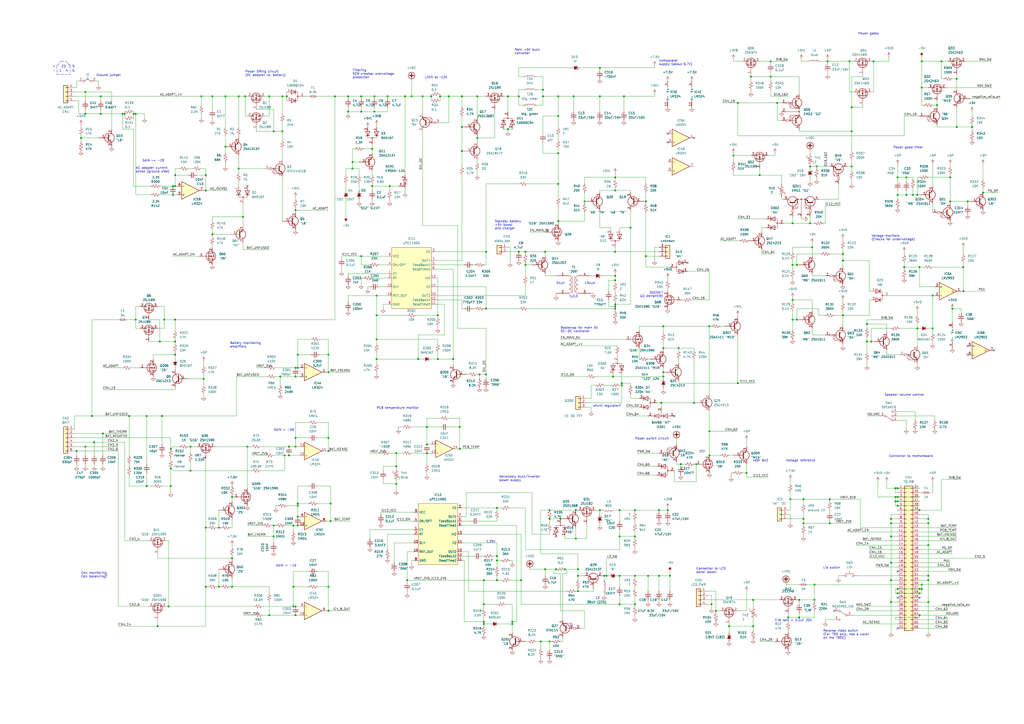
<source format=kicad_sch>
(kicad_sch (version 20211123) (generator eeschema)
  (paper "A2")
  (title_block (title "IBM Thinkpad 700C Power Board") (rev "1") (comment 1 "Copyright (c) 2023 Tube Time") (comment 2 "License: CC BY-SA 4.0 Intl.") (comment 3 "FRU NO: 48G3712") (comment 4 "P/N: 35G4785"))
  (junction (at 280.67 360.68))
  (junction (at 229.87 262.89))
  (junction (at 190.5 205.74))
  (junction (at 229.87 270.51))
  (junction (at 533.4 295.91))
  (junction (at 355.6 218.44))
  (junction (at 250.19 55.88))
  (junction (at 402.59 233.68))
  (junction (at 99.06 271.78))
  (junction (at 554.99 73.66))
  (junction (at 294.64 74.93))
  (junction (at 403.86 269.24))
  (junction (at 361.95 55.88))
  (junction (at 481.33 289.56))
  (junction (at 170.18 351.79))
  (junction (at 100.33 113.03))
  (junction (at 190.5 261.62))
  (junction (at 563.88 73.66))
  (junction (at 492.76 35.56))
  (junction (at 172.72 299.72))
  (junction (at 356.87 146.05))
  (junction (at 267.97 87.63))
  (junction (at 172.72 213.36))
  (junction (at 209.55 55.88))
  (junction (at 561.34 116.84))
  (junction (at 123.19 135.89))
  (junction (at 49.53 53.34))
  (junction (at 281.94 179.07))
  (junction (at 323.85 128.27))
  (junction (at 209.55 64.77))
  (junction (at 466.09 303.53))
  (junction (at 388.62 334.01))
  (junction (at 532.13 190.5))
  (junction (at 393.7 201.93))
  (junction (at 162.56 218.44))
  (junction (at 516.89 349.25))
  (junction (at 318.77 295.91))
  (junction (at 318.77 372.11))
  (junction (at 316.23 146.05))
  (junction (at 551.18 116.84))
  (junction (at 172.72 293.37))
  (junction (at 267.97 55.88))
  (junction (at 570.23 111.76))
  (junction (at 462.28 153.67))
  (junction (at 525.78 113.03))
  (junction (at 78.74 185.42))
  (junction (at 463.55 358.14))
  (junction (at 101.6 205.74))
  (junction (at 359.41 311.15))
  (junction (at 300.99 55.88))
  (junction (at 138.43 55.88))
  (junction (at 99.06 260.35))
  (junction (at 368.3 350.52))
  (junction (at 365.76 132.08))
  (junction (at 191.77 292.1))
  (junction (at 204.47 97.79))
  (junction (at 247.65 262.89))
  (junction (at 297.18 361.95))
  (junction (at 447.04 35.56))
  (junction (at 267.97 73.66))
  (junction (at 123.19 55.88))
  (junction (at 77.47 66.04))
  (junction (at 190.5 354.33))
  (junction (at 368.3 334.01))
  (junction (at 72.39 66.04))
  (junction (at 127 340.36))
  (junction (at 471.17 143.51))
  (junction (at 543.56 60.96))
  (junction (at 334.01 295.91))
  (junction (at 538.48 316.23))
  (junction (at 519.43 290.83))
  (junction (at 304.8 153.67))
  (junction (at 502.92 187.96))
  (junction (at 384.81 215.9))
  (junction (at 375.92 334.01))
  (junction (at 520.7 283.21))
  (junction (at 529.59 113.03))
  (junction (at 425.45 90.17))
  (junction (at 488.95 151.13))
  (junction (at 516.89 303.53))
  (junction (at 280.67 350.52))
  (junction (at 436.88 347.98))
  (junction (at 359.41 350.52))
  (junction (at 260.35 55.88))
  (junction (at 554.99 45.72))
  (junction (at 469.9 129.54))
  (junction (at 166.37 55.88))
  (junction (at 427.99 59.69))
  (junction (at 100.33 107.95))
  (junction (at 110.49 273.05))
  (junction (at 447.04 44.45))
  (junction (at 323.85 55.88))
  (junction (at 323.85 67.31))
  (junction (at 190.5 254))
  (junction (at 382.27 334.01))
  (junction (at 276.86 55.88))
  (junction (at 99.06 281.94))
  (junction (at 533.4 341.63))
  (junction (at 224.79 55.88))
  (junction (at 387.35 295.91))
  (junction (at 356.87 176.53))
  (junction (at 520.7 288.29))
  (junction (at 314.96 55.88))
  (junction (at 49.53 259.08))
  (junction (at 334.01 312.42))
  (junction (at 101.6 185.42))
  (junction (at 245.11 55.88))
  (junction (at 71.12 66.04))
  (junction (at 119.38 306.07))
  (junction (at 201.93 64.77))
  (junction (at 481.33 303.53))
  (junction (at 412.75 350.52))
  (junction (at 494.03 62.23))
  (junction (at 236.22 336.55))
  (junction (at 316.23 330.2))
  (junction (at 288.29 322.58))
  (junction (at 171.45 218.44))
  (junction (at 524.51 154.94))
  (junction (at 520.7 290.83))
  (junction (at 494.03 76.2))
  (junction (at 118.11 219.71))
  (junction (at 335.28 342.9))
  (junction (at 247.65 257.81))
  (junction (at 156.21 55.88))
  (junction (at 217.17 55.88))
  (junction (at 85.09 281.94))
  (junction (at 466.09 300.99))
  (junction (at 360.68 223.52))
  (junction (at 534.67 341.63))
  (junction (at 130.81 55.88))
  (junction (at 383.54 233.68))
  (junction (at 119.38 101.6))
  (junction (at 172.72 292.1))
  (junction (at 382.27 295.91))
  (junction (at 170.18 340.36))
  (junction (at 119.38 110.49))
  (junction (at 534.67 339.09))
  (junction (at 332.74 55.88))
  (junction (at 519.43 288.29))
  (junction (at 171.45 121.92))
  (junction (at 209.55 148.59))
  (junction (at 541.02 190.5))
  (junction (at 304.8 146.05))
  (junction (at 534.67 50.8))
  (junction (at 171.45 351.79))
  (junction (at 359.41 295.91))
  (junction (at 347.98 55.88))
  (junction (at 119.38 340.36))
  (junction (at 54.61 256.54))
  (junction (at 44.45 261.62))
  (junction (at 247.65 247.65))
  (junction (at 142.24 55.88))
  (junction (at 488.95 147.32))
  (junction (at 463.55 347.98))
  (junction (at 516.89 311.15))
  (junction (at 46.99 80.01))
  (junction (at 368.3 295.91))
  (junction (at 171.45 356.87))
  (junction (at 351.79 334.01))
  (junction (at 356.87 102.87))
  (junction (at 116.84 55.88))
  (junction (at 534.67 35.56))
  (junction (at 281.94 146.05))
  (junction (at 520.7 293.37))
  (junction (at 163.83 55.88))
  (junction (at 97.79 351.79))
  (junction (at 85.09 241.3))
  (junction (at 95.25 185.42))
  (junction (at 276.86 80.01))
  (junction (at 229.87 280.67))
  (junction (at 91.44 363.22))
  (junction (at 318.77 300.99))
  (junction (at 297.18 360.68))
  (junction (at 533.4 154.94))
  (junction (at 218.44 182.88))
  (junction (at 93.98 241.3))
  (junction (at 138.43 97.79))
  (junction (at 165.1 264.16))
  (junction (at 520.7 341.63))
  (junction (at 294.64 55.88))
  (junction (at 411.48 250.19))
  (junction (at 322.58 330.2))
  (junction (at 327.66 330.2))
  (junction (at 411.48 264.16))
  (junction (at 217.17 64.77))
  (junction (at 190.5 340.36))
  (junction (at 473.71 96.52))
  (junction (at 134.62 288.29))
  (junction (at 433.07 274.32))
  (junction (at 101.6 101.6))
  (junction (at 472.44 339.09))
  (junction (at 335.28 334.01))
  (junction (at 254 182.88))
  (junction (at 411.48 189.23))
  (junction (at 59.69 251.46))
  (junction (at 506.73 35.56))
  (junction (at 300.99 146.05))
  (junction (at 134.62 323.85))
  (junction (at 215.9 107.95))
  (junction (at 466.09 289.56))
  (junction (at 190.5 215.9))
  (junction (at 462.28 185.42))
  (junction (at 458.47 289.56))
  (junction (at 505.46 198.12))
  (junction (at 238.76 55.88))
  (junction (at 384.81 201.93))
  (junction (at 156.21 356.87))
  (junction (at 520.7 344.17))
  (junction (at 558.8 168.91))
  (junction (at 520.7 102.87))
  (junction (at 78.74 66.04))
  (junction (at 359.41 334.01))
  (junction (at 533.4 356.87))
  (junction (at 234.95 55.88))
  (junction (at 415.29 354.33))
  (junction (at 436.88 363.22))
  (junction (at 215.9 86.36))
  (junction (at 325.12 300.99))
  (junction (at 226.06 107.95))
  (junction (at 323.85 88.9))
  (junction (at 339.09 116.84))
  (junction (at 127 306.07))
  (junction (at 314.96 52.07))
  (junction (at 278.13 217.17))
  (junction (at 546.1 35.56))
  (junction (at 262.89 208.28))
  (junction (at 74.93 241.3))
  (junction (at 58.42 66.04))
  (junction (at 171.45 254))
  (junction (at 519.43 283.21))
  (junction (at 172.72 304.8))
  (junction (at 435.61 44.45))
  (junction (at 280.67 361.95))
  (junction (at 143.51 259.08))
  (junction (at 427.99 222.25))
  (junction (at 167.64 264.16))
  (junction (at 368.3 311.15))
  (junction (at 158.75 304.8))
  (junction (at 525.78 102.87))
  (junction (at 167.64 259.08))
  (junction (at 218.44 196.85))
  (junction (at 288.29 336.55))
  (junction (at 266.7 247.65))
  (junction (at 218.44 171.45))
  (junction (at 538.48 334.01))
  (junction (at 538.48 336.55))
  (junction (at 266.7 260.35))
  (junction (at 459.74 129.54))
  (junction (at 218.44 208.28))
  (junction (at 313.69 372.11))
  (junction (at 171.45 259.08))
  (junction (at 494.03 96.52))
  (junction (at 101.6 107.95))
  (junction (at 350.52 334.01))
  (junction (at 53.34 241.3))
  (junction (at 480.06 35.56))
  (junction (at 356.87 177.8))
  (junction (at 450.85 59.69))
  (junction (at 323.85 106.68))
  (junction (at 58.42 55.88))
  (junction (at 101.6 198.12))
  (junction (at 130.81 85.09))
  (junction (at 191.77 302.26))
  (junction (at 172.72 205.74))
  (junction (at 502.92 198.12))
  (junction (at 558.8 154.94))
  (junction (at 158.75 76.2))
  (junction (at 472.44 347.98))
  (junction (at 459.74 173.99))
  (junction (at 280.67 336.55))
  (junction (at 469.9 96.52))
  (junction (at 134.62 340.36))
  (junction (at 541.02 171.45))
  (junction (at 158.75 311.15))
  (junction (at 281.94 217.17))
  (junction (at 520.7 113.03))
  (junction (at 374.65 116.84))
  (junction (at 532.13 113.03))
  (junction (at 170.18 304.8))
  (junction (at 459.74 153.67))
  (junction (at 459.74 185.42))
  (junction (at 516.89 336.55))
  (junction (at 374.65 148.59))
  (junction (at 488.95 182.88))
  (junction (at 422.91 363.22))
  (junction (at 194.31 55.88))
  (junction (at 201.93 55.88))
  (junction (at 92.71 198.12))
  (junction (at 516.89 326.39))
  (junction (at 538.48 303.53))
  (junction (at 140.97 125.73))
  (junction (at 551.18 102.87))
  (junction (at 204.47 93.98))
  (junction (at 356.87 162.56))
  (junction (at 533.4 344.17))
  (junction (at 288.29 294.64))
  (junction (at 356.87 179.07))
  (junction (at 457.2 358.14))
  (junction (at 356.87 110.49))
  (junction (at 163.83 76.2))
  (junction (at 360.68 222.25))
  (junction (at 49.53 66.04))
  (junction (at 171.45 213.36))
  (junction (at 302.26 336.55))
  (junction (at 110.49 259.08))
  (junction (at 538.48 349.25))
  (junction (at 538.48 300.99))
  (junction (at 242.57 208.28))
  (junction (at 347.98 39.37))
  (junction (at 384.81 218.44))
  (junction (at 335.28 330.2))
  (junction (at 516.89 300.99))
  (junction (at 384.81 189.23))
  (junction (at 255.27 55.88))
  (junction (at 552.45 179.07))
  (junction (at 254 208.28))
  (junction (at 356.87 160.02))
  (junction (at 440.69 101.6))
  (junction (at 347.98 295.91))
  (junction (at 394.97 269.24))
  (junction (at 288.29 325.12))
  (no_connect (at 331.47 363.22))
  (no_connect (at 398.78 152.4))
  (no_connect (at 561.34 200.66))
  (no_connect (at 561.34 205.74))
  (no_connect (at 576.58 203.2))
  (no_connect (at 322.58 311.15))
  (no_connect (at 520.7 364.49))
  (no_connect (at 520.7 346.71))
  (no_connect (at 483.87 354.33))
  (no_connect (at 533.4 346.71))
  (no_connect (at 143.51 107.95))
  (no_connect (at 520.7 331.47))
  (no_connect (at 391.16 241.3))
  (no_connect (at 387.35 77.47))
  (no_connect (at 387.35 82.55))
  (no_connect (at 402.59 80.01))
  (wire (pts (xy 533.4 306.07) (xy 554.99 306.07)))
  (wire (pts (xy 300.99 60.96) (xy 303.53 60.96)))
  (wire (pts (xy 353.06 173.99) (xy 353.06 177.8)))
  (wire (pts (xy 313.69 372.11) (xy 313.69 375.92)))
  (wire (pts (xy 433.07 269.24) (xy 433.07 274.32)))
  (wire (pts (xy 533.4 354.33) (xy 549.91 354.33)))
  (wire (pts (xy 276.86 92.71) (xy 276.86 93.98)))
  (wire (pts (xy 288.29 350.52) (xy 280.67 350.52)))
  (wire (pts (xy 339.09 106.68) (xy 339.09 102.87)))
  (wire (pts (xy 43.18 241.3) (xy 53.34 241.3)))
  (wire (pts (xy 78.74 66.04) (xy 78.74 113.03)))
  (wire (pts (xy 101.6 97.79) (xy 101.6 101.6)))
  (wire (pts (xy 533.4 356.87) (xy 556.26 356.87)))
  (wire (pts (xy 109.22 101.6) (xy 101.6 101.6)))
  (wire (pts (xy 370.84 189.23) (xy 384.81 189.23)))
  (wire (pts (xy 332.74 55.88) (xy 347.98 55.88)))
  (wire (pts (xy 318.77 295.91) (xy 334.01 295.91)))
  (wire (pts (xy 165.1 264.16) (xy 158.75 264.16)))
  (wire (pts (xy 533.4 341.63) (xy 534.67 341.63)))
  (wire (pts (xy 342.9 231.14) (xy 340.36 231.14)))
  (wire (pts (xy 53.34 185.42) (xy 53.34 241.3)))
  (wire (pts (xy 382.27 334.01) (xy 382.27 342.9)))
  (wire (pts (xy 340.36 312.42) (xy 340.36 303.53)))
  (wire (pts (xy 488.95 147.32) (xy 488.95 151.13)))
  (wire (pts (xy 116.84 97.79) (xy 119.38 97.79)))
  (wire (pts (xy 242.57 208.28) (xy 245.11 208.28)))
  (wire (pts (xy 119.38 97.79) (xy 119.38 101.6)))
  (wire (pts (xy 250.19 55.88) (xy 250.19 58.42)))
  (wire (pts (xy 358.14 207.01) (xy 358.14 205.74)))
  (wire (pts (xy 236.22 337.82) (xy 236.22 336.55)))
  (wire (pts (xy 533.4 102.87) (xy 532.13 102.87)))
  (wire (pts (xy 351.79 334.01) (xy 350.52 334.01)))
  (wire (pts (xy 217.17 55.88) (xy 224.79 55.88)))
  (wire (pts (xy 560.07 35.56) (xy 575.31 35.56)))
  (wire (pts (xy 140.97 118.11) (xy 140.97 125.73)))
  (wire (pts (xy 190.5 331.47) (xy 190.5 340.36)))
  (wire (pts (xy 463.55 355.6) (xy 463.55 358.14)))
  (wire (pts (xy 462.28 179.07) (xy 462.28 185.42)))
  (wire (pts (xy 101.6 101.6) (xy 101.6 107.95)))
  (wire (pts (xy 254 196.85) (xy 254 199.39)))
  (wire (pts (xy 529.59 109.22) (xy 529.59 113.03)))
  (wire (pts (xy 466.09 309.88) (xy 466.09 311.15)))
  (wire (pts (xy 368.3 334.01) (xy 375.92 334.01)))
  (wire (pts (xy 387.35 167.64) (xy 387.35 168.91)))
  (wire (pts (xy 382.27 349.25) (xy 382.27 347.98)))
  (wire (pts (xy 520.7 290.83) (xy 533.4 290.83)))
  (wire (pts (xy 464.82 34.29) (xy 464.82 35.56)))
  (wire (pts (xy 255.27 55.88) (xy 255.27 58.42)))
  (wire (pts (xy 201.93 171.45) (xy 218.44 171.45)))
  (wire (pts (xy 123.19 135.89) (xy 123.19 137.16)))
  (wire (pts (xy 297.18 360.68) (xy 297.18 361.95)))
  (wire (pts (xy 252.73 146.05) (xy 281.94 146.05)))
  (wire (pts (xy 516.89 326.39) (xy 520.7 326.39)))
  (wire (pts (xy 142.24 55.88) (xy 143.51 55.88)))
  (wire (pts (xy 44.45 269.24) (xy 44.45 270.51)))
  (wire (pts (xy 138.43 97.79) (xy 153.67 97.79)))
  (wire (pts (xy 347.98 55.88) (xy 347.98 64.77)))
  (wire (pts (xy 247.65 262.89) (xy 250.19 262.89)))
  (wire (pts (xy 116.84 66.04) (xy 116.84 68.58)))
  (wire (pts (xy 469.9 129.54) (xy 472.44 129.54)))
  (wire (pts (xy 520.7 110.49) (xy 520.7 113.03)))
  (wire (pts (xy 342.9 223.52) (xy 342.9 231.14)))
  (wire (pts (xy 276.86 80.01) (xy 276.86 78.74)))
  (wire (pts (xy 123.19 68.58) (xy 123.19 69.85)))
  (wire (pts (xy 359.41 345.44) (xy 359.41 350.52)))
  (wire (pts (xy 355.6 218.44) (xy 384.81 218.44)))
  (wire (pts (xy 471.17 180.34) (xy 471.17 173.99)))
  (wire (pts (xy 148.59 76.2) (xy 148.59 74.93)))
  (wire (pts (xy 549.91 35.56) (xy 546.1 35.56)))
  (wire (pts (xy 245.11 55.88) (xy 250.19 55.88)))
  (wire (pts (xy 138.43 55.88) (xy 138.43 73.66)))
  (wire (pts (xy 520.7 283.21) (xy 533.4 283.21)))
  (wire (pts (xy 393.7 201.93) (xy 393.7 203.2)))
  (wire (pts (xy 529.59 102.87) (xy 529.59 104.14)))
  (wire (pts (xy 172.72 281.94) (xy 172.72 292.1)))
  (polyline (pts (xy 33.02 43.18) (xy 40.64 43.18)))
  (wire (pts (xy 68.58 363.22) (xy 91.44 363.22)))
  (wire (pts (xy 267.97 101.6) (xy 267.97 151.13)))
  (wire (pts (xy 345.44 218.44) (xy 355.6 218.44)))
  (wire (pts (xy 391.16 273.05) (xy 391.16 279.4)))
  (wire (pts (xy 323.85 78.74) (xy 323.85 81.28)))
  (wire (pts (xy 579.12 111.76) (xy 570.23 111.76)))
  (wire (pts (xy 368.3 308.61) (xy 368.3 311.15)))
  (wire (pts (xy 524.51 152.4) (xy 524.51 154.94)))
  (wire (pts (xy 281.94 153.67) (xy 280.67 153.67)))
  (wire (pts (xy 488.95 180.34) (xy 488.95 182.88)))
  (wire (pts (xy 433.07 276.86) (xy 445.77 276.86)))
  (wire (pts (xy 459.74 153.67) (xy 459.74 156.21)))
  (wire (pts (xy 118.11 217.17) (xy 118.11 219.71)))
  (wire (pts (xy 166.37 55.88) (xy 166.37 53.34)))
  (wire (pts (xy 359.41 132.08) (xy 359.41 133.35)))
  (wire (pts (xy 492.76 35.56) (xy 492.76 53.34)))
  (wire (pts (xy 57.15 46.99) (xy 57.15 49.53)))
  (wire (pts (xy 356.87 146.05) (xy 382.27 146.05)))
  (wire (pts (xy 463.55 76.2) (xy 494.03 76.2)))
  (wire (pts (xy 524.51 146.05) (xy 524.51 147.32)))
  (wire (pts (xy 514.35 279.4) (xy 514.35 283.21)))
  (wire (pts (xy 500.38 313.69) (xy 520.7 313.69)))
  (wire (pts (xy 356.87 100.33) (xy 356.87 102.87)))
  (wire (pts (xy 480.06 34.29) (xy 480.06 35.56)))
  (wire (pts (xy 74.93 241.3) (xy 74.93 264.16)))
  (wire (pts (xy 204.47 93.98) (xy 208.28 93.98)))
  (wire (pts (xy 267.97 73.66) (xy 267.97 87.63)))
  (wire (pts (xy 314.96 55.88) (xy 314.96 60.96)))
  (wire (pts (xy 534.67 35.56) (xy 546.1 35.56)))
  (polyline (pts (xy 33.02 38.1) (xy 33.02 43.18)))
  (wire (pts (xy 43.18 261.62) (xy 44.45 261.62)))
  (wire (pts (xy 459.74 143.51) (xy 471.17 143.51)))
  (wire (pts (xy 436.88 347.98) (xy 436.88 351.79)))
  (wire (pts (xy 494.03 44.45) (xy 500.38 44.45)))
  (wire (pts (xy 179.07 340.36) (xy 170.18 340.36)))
  (wire (pts (xy 464.82 127) (xy 464.82 125.73)))
  (wire (pts (xy 162.56 218.44) (xy 171.45 218.44)))
  (wire (pts (xy 541.02 190.5) (xy 541.02 171.45)))
  (wire (pts (xy 215.9 99.06) (xy 215.9 101.6)))
  (wire (pts (xy 481.33 289.56) (xy 466.09 289.56)))
  (wire (pts (xy 71.12 74.93) (xy 77.47 74.93)))
  (wire (pts (xy 374.65 106.68) (xy 374.65 102.87)))
  (wire (pts (xy 262.89 156.21) (xy 262.89 208.28)))
  (wire (pts (xy 459.74 185.42) (xy 459.74 191.77)))
  (wire (pts (xy 469.9 125.73) (xy 469.9 129.54)))
  (wire (pts (xy 524.51 154.94) (xy 533.4 154.94)))
  (wire (pts (xy 472.44 339.09) (xy 472.44 347.98)))
  (wire (pts (xy 200.66 97.79) (xy 204.47 97.79)))
  (wire (pts (xy 344.17 342.9) (xy 335.28 342.9)))
  (wire (pts (xy 238.76 55.88) (xy 245.11 55.88)))
  (wire (pts (xy 487.68 119.38) (xy 478.79 119.38)))
  (wire (pts (xy 85.09 281.94) (xy 88.9 281.94)))
  (wire (pts (xy 229.87 280.67) (xy 229.87 284.48)))
  (wire (pts (xy 215.9 86.36) (xy 215.9 88.9)))
  (wire (pts (xy 170.18 331.47) (xy 179.07 331.47)))
  (wire (pts (xy 222.25 176.53) (xy 224.79 176.53)))
  (wire (pts (xy 217.17 64.77) (xy 224.79 64.77)))
  (wire (pts (xy 101.6 185.42) (xy 95.25 185.42)))
  (wire (pts (xy 91.44 363.22) (xy 91.44 359.41)))
  (wire (pts (xy 481.33 289.56) (xy 499.11 289.56)))
  (wire (pts (xy 78.74 177.8) (xy 81.28 177.8)))
  (wire (pts (xy 140.97 144.78) (xy 156.21 144.78)))
  (wire (pts (xy 457.2 355.6) (xy 457.2 358.14)))
  (wire (pts (xy 204.47 86.36) (xy 204.47 93.98)))
  (wire (pts (xy 134.62 340.36) (xy 156.21 340.36)))
  (wire (pts (xy 509.27 279.4) (xy 509.27 288.29)))
  (wire (pts (xy 109.22 259.08) (xy 110.49 259.08)))
  (wire (pts (xy 218.44 204.47) (xy 218.44 208.28)))
  (wire (pts (xy 398.78 157.48) (xy 411.48 157.48)))
  (wire (pts (xy 462.28 153.67) (xy 462.28 147.32)))
  (wire (pts (xy 238.76 55.88) (xy 234.95 55.88)))
  (wire (pts (xy 265.43 190.5) (xy 281.94 190.5)))
  (wire (pts (xy 533.4 361.95) (xy 549.91 361.95)))
  (wire (pts (xy 534.67 60.96) (xy 534.67 50.8)))
  (wire (pts (xy 474.98 179.07) (xy 462.28 179.07)))
  (wire (pts (xy 334.01 295.91) (xy 335.28 295.91)))
  (wire (pts (xy 459.74 161.29) (xy 459.74 162.56)))
  (wire (pts (xy 474.98 182.88) (xy 478.79 182.88)))
  (wire (pts (xy 306.07 179.07) (xy 356.87 179.07)))
  (wire (pts (xy 335.28 334.01) (xy 339.09 334.01)))
  (wire (pts (xy 308.61 285.75) (xy 308.61 309.88)))
  (wire (pts (xy 72.39 313.69) (xy 86.36 313.69)))
  (wire (pts (xy 208.28 116.84) (xy 208.28 115.57)))
  (wire (pts (xy 558.8 168.91) (xy 571.5 168.91)))
  (wire (pts (xy 542.29 243.84) (xy 542.29 241.3)))
  (wire (pts (xy 267.97 55.88) (xy 267.97 62.23)))
  (wire (pts (xy 387.35 295.91) (xy 387.35 297.18)))
  (wire (pts (xy 471.17 143.51) (xy 471.17 148.59)))
  (wire (pts (xy 201.93 64.77) (xy 209.55 64.77)))
  (wire (pts (xy 267.97 304.8) (xy 299.72 304.8)))
  (wire (pts (xy 476.25 35.56) (xy 480.06 35.56)))
  (wire (pts (xy 204.47 97.79) (xy 208.28 97.79)))
  (wire (pts (xy 533.4 311.15) (xy 554.99 311.15)))
  (wire (pts (xy 541.02 171.45) (xy 542.29 171.45)))
  (wire (pts (xy 316.23 330.2) (xy 322.58 330.2)))
  (wire (pts (xy 323.85 88.9) (xy 323.85 106.68)))
  (wire (pts (xy 492.76 53.34) (xy 495.3 53.34)))
  (wire (pts (xy 294.64 55.88) (xy 300.99 55.88)))
  (wire (pts (xy 130.81 55.88) (xy 130.81 73.66)))
  (wire (pts (xy 422.91 361.95) (xy 422.91 363.22)))
  (wire (pts (xy 280.67 360.68) (xy 280.67 361.95)))
  (wire (pts (xy 360.68 223.52) (xy 360.68 233.68)))
  (wire (pts (xy 525.78 102.87) (xy 525.78 105.41)))
  (wire (pts (xy 520.7 288.29) (xy 533.4 288.29)))
  (wire (pts (xy 383.54 233.68) (xy 383.54 236.22)))
  (wire (pts (xy 516.89 300.99) (xy 520.7 300.99)))
  (wire (pts (xy 153.67 264.16) (xy 146.05 264.16)))
  (wire (pts (xy 162.56 218.44) (xy 162.56 223.52)))
  (wire (pts (xy 375.92 334.01) (xy 375.92 342.9)))
  (wire (pts (xy 101.6 107.95) (xy 102.87 107.95)))
  (wire (pts (xy 313.69 321.31) (xy 335.28 321.31)))
  (wire (pts (xy 280.67 336.55) (xy 280.67 350.52)))
  (wire (pts (xy 353.06 334.01) (xy 351.79 334.01)))
  (wire (pts (xy 427.99 59.69) (xy 427.99 78.74)))
  (wire (pts (xy 375.92 347.98) (xy 375.92 349.25)))
  (wire (pts (xy 118.11 219.71) (xy 118.11 223.52)))
  (wire (pts (xy 425.45 88.9) (xy 425.45 90.17)))
  (wire (pts (xy 46.99 82.55) (xy 46.99 80.01)))
  (wire (pts (xy 471.17 173.99) (xy 459.74 173.99)))
  (wire (pts (xy 514.35 205.74) (xy 521.97 205.74)))
  (wire (pts (xy 120.65 306.07) (xy 119.38 306.07)))
  (wire (pts (xy 386.08 215.9) (xy 384.81 215.9)))
  (wire (pts (xy 280.67 336.55) (xy 288.29 336.55)))
  (wire (pts (xy 321.31 331.47) (xy 322.58 330.2)))
  (wire (pts (xy 45.72 58.42) (xy 45.72 66.04)))
  (wire (pts (xy 130.81 85.09) (xy 130.81 88.9)))
  (wire (pts (xy 558.8 154.94) (xy 558.8 152.4)))
  (wire (pts (xy 300.99 55.88) (xy 300.99 60.96)))
  (wire (pts (xy 379.73 143.51) (xy 382.27 143.51)))
  (wire (pts (xy 44.45 50.8) (xy 44.45 46.99)))
  (wire (pts (xy 457.2 298.45) (xy 458.47 298.45)))
  (wire (pts (xy 252.73 161.29) (xy 254 161.29)))
  (wire (pts (xy 190.5 205.74) (xy 185.42 205.74)))
  (wire (pts (xy 349.25 334.01) (xy 350.52 334.01)))
  (wire (pts (xy 519.43 358.14) (xy 519.43 359.41)))
  (wire (pts (xy 54.61 256.54) (xy 72.39 256.54)))
  (wire (pts (xy 435.61 90.17) (xy 425.45 90.17)))
  (wire (pts (xy 294.64 74.93) (xy 297.18 74.93)))
  (wire (pts (xy 234.95 55.88) (xy 234.95 101.6)))
  (wire (pts (xy 295.91 325.12) (xy 297.18 325.12)))
  (wire (pts (xy 520.7 95.25) (xy 520.7 102.87)))
  (wire (pts (xy 137.16 218.44) (xy 154.94 218.44)))
  (wire (pts (xy 326.39 332.74) (xy 328.93 332.74)))
  (wire (pts (xy 46.99 78.74) (xy 46.99 80.01)))
  (wire (pts (xy 179.07 245.11) (xy 171.45 245.11)))
  (wire (pts (xy 208.28 106.68) (xy 208.28 110.49)))
  (wire (pts (xy 392.43 255.27) (xy 392.43 257.81)))
  (wire (pts (xy 85.09 281.94) (xy 74.93 281.94)))
  (wire (pts (xy 520.7 344.17) (xy 533.4 344.17)))
  (wire (pts (xy 558.8 143.51) (xy 558.8 147.32)))
  (wire (pts (xy 519.43 290.83) (xy 519.43 293.37)))
  (wire (pts (xy 254 189.23) (xy 254 190.5)))
  (wire (pts (xy 314.96 67.31) (xy 323.85 67.31)))
  (wire (pts (xy 49.53 259.08) (xy 49.53 264.16)))
  (wire (pts (xy 534.67 339.09) (xy 534.67 341.63)))
  (wire (pts (xy 551.18 95.25) (xy 551.18 96.52)))
  (wire (pts (xy 340.36 233.68) (xy 360.68 233.68)))
  (wire (pts (xy 255.27 55.88) (xy 260.35 55.88)))
  (wire (pts (xy 562.61 57.15) (xy 580.39 57.15)))
  (wire (pts (xy 534.67 339.09) (xy 556.26 339.09)))
  (wire (pts (xy 533.4 113.03) (xy 532.13 113.03)))
  (wire (pts (xy 525.78 243.84) (xy 525.78 248.92)))
  (wire (pts (xy 486.41 334.01) (xy 486.41 335.28)))
  (wire (pts (xy 125.73 306.07) (xy 127 306.07)))
  (wire (pts (xy 401.32 173.99) (xy 411.48 173.99)))
  (wire (pts (xy 368.3 318.77) (xy 368.3 317.5)))
  (wire (pts (xy 318.77 300.99) (xy 318.77 303.53)))
  (wire (pts (xy 224.79 158.75) (xy 201.93 158.75)))
  (wire (pts (xy 347.98 55.88) (xy 361.95 55.88)))
  (wire (pts (xy 93.98 281.94) (xy 99.06 281.94)))
  (wire (pts (xy 417.83 139.7) (xy 429.26 139.7)))
  (wire (pts (xy 561.34 116.84) (xy 562.61 116.84)))
  (wire (pts (xy 318.77 377.19) (xy 318.77 372.11)))
  (polyline (pts (xy 33.02 38.1) (xy 35.56 35.56)))
  (wire (pts (xy 172.72 213.36) (xy 173.99 213.36)))
  (wire (pts (xy 533.4 154.94) (xy 535.94 154.94)))
  (wire (pts (xy 201.93 55.88) (xy 209.55 55.88)))
  (wire (pts (xy 156.21 356.87) (xy 171.45 356.87)))
  (wire (pts (xy 516.89 190.5) (xy 505.46 190.5)))
  (wire (pts (xy 252.73 171.45) (xy 304.8 171.45)))
  (wire (pts (xy 533.4 328.93) (xy 551.18 328.93)))
  (wire (pts (xy 519.43 285.75) (xy 520.7 285.75)))
  (wire (pts (xy 172.72 304.8) (xy 170.18 304.8)))
  (wire (pts (xy 393.7 220.98) (xy 393.7 222.25)))
  (wire (pts (xy 130.81 93.98) (xy 130.81 96.52)))
  (wire (pts (xy 375.92 334.01) (xy 382.27 334.01)))
  (wire (pts (xy 101.6 205.74) (xy 88.9 205.74)))
  (wire (pts (xy 425.45 90.17) (xy 425.45 93.98)))
  (wire (pts (xy 158.75 76.2) (xy 148.59 76.2)))
  (wire (pts (xy 118.11 229.87) (xy 118.11 228.6)))
  (wire (pts (xy 327.66 330.2) (xy 328.93 331.47)))
  (wire (pts (xy 280.67 361.95) (xy 284.48 361.95)))
  (wire (pts (xy 551.18 102.87) (xy 538.48 102.87)))
  (wire (pts (xy 269.24 73.66) (xy 267.97 73.66)))
  (wire (pts (xy 44.45 261.62) (xy 68.58 261.62)))
  (wire (pts (xy 394.97 269.24) (xy 392.43 269.24)))
  (wire (pts (xy 459.74 129.54) (xy 459.74 125.73)))
  (wire (pts (xy 382.27 295.91) (xy 387.35 295.91)))
  (wire (pts (xy 313.69 295.91) (xy 313.69 321.31)))
  (wire (pts (xy 334.01 306.07) (xy 334.01 312.42)))
  (wire (pts (xy 388.62 349.25) (xy 388.62 347.98)))
  (wire (pts (xy 281.94 166.37) (xy 281.94 179.07)))
  (wire (pts (xy 281.94 146.05) (xy 281.94 153.67)))
  (wire (pts (xy 49.53 58.42) (xy 49.53 53.34)))
  (wire (pts (xy 455.93 339.09) (xy 463.55 339.09)))
  (wire (pts (xy 374.65 123.19) (xy 374.65 148.59)))
  (wire (pts (xy 245.11 66.04) (xy 245.11 55.88)))
  (wire (pts (xy 110.49 273.05) (xy 146.05 273.05)))
  (wire (pts (xy 68.58 351.79) (xy 86.36 351.79)))
  (wire (pts (xy 474.98 179.07) (xy 474.98 182.88)))
  (wire (pts (xy 491.49 96.52) (xy 494.03 96.52)))
  (wire (pts (xy 519.43 283.21) (xy 514.35 283.21)))
  (wire (pts (xy 383.54 233.68) (xy 381 233.68)))
  (wire (pts (xy 533.4 356.87) (xy 533.4 358.14)))
  (wire (pts (xy 265.43 130.81) (xy 265.43 190.5)))
  (wire (pts (xy 472.44 358.14) (xy 463.55 358.14)))
  (wire (pts (xy 201.93 66.04) (xy 201.93 64.77)))
  (wire (pts (xy 356.87 158.75) (xy 356.87 160.02)))
  (wire (pts (xy 307.34 330.2) (xy 316.23 330.2)))
  (wire (pts (xy 321.31 332.74) (xy 321.31 331.47)))
  (wire (pts (xy 519.43 288.29) (xy 509.27 288.29)))
  (wire (pts (xy 167.64 259.08) (xy 171.45 259.08)))
  (wire (pts (xy 83.82 66.04) (xy 83.82 68.58)))
  (wire (pts (xy 458.47 295.91) (xy 457.2 295.91)))
  (wire (pts (xy 86.36 185.42) (xy 92.71 185.42)))
  (wire (pts (xy 538.48 300.99) (xy 538.48 303.53)))
  (wire (pts (xy 152.4 356.87) (xy 156.21 356.87)))
  (wire (pts (xy 194.31 185.42) (xy 194.31 55.88)))
  (wire (pts (xy 339.09 111.76) (xy 339.09 116.84)))
  (wire (pts (xy 359.41 318.77) (xy 359.41 311.15)))
  (wire (pts (xy 274.32 179.07) (xy 275.59 179.07)))
  (wire (pts (xy 481.33 147.32) (xy 488.95 147.32)))
  (wire (pts (xy 58.42 55.88) (xy 58.42 58.42)))
  (wire (pts (xy 454.66 129.54) (xy 459.74 129.54)))
  (wire (pts (xy 238.76 262.89) (xy 247.65 262.89)))
  (wire (pts (xy 541.02 198.12) (xy 541.02 199.39)))
  (wire (pts (xy 570.23 109.22) (xy 570.23 111.76)))
  (wire (pts (xy 347.98 303.53) (xy 347.98 304.8)))
  (wire (pts (xy 447.04 44.45) (xy 435.61 44.45)))
  (wire (pts (xy 49.53 63.5) (xy 49.53 66.04)))
  (wire (pts (xy 318.77 308.61) (xy 318.77 309.88)))
  (wire (pts (xy 271.78 342.9) (xy 328.93 342.9)))
  (wire (pts (xy 481.33 303.53) (xy 494.03 303.53)))
  (wire (pts (xy 170.18 340.36) (xy 170.18 351.79)))
  (wire (pts (xy 307.34 134.62) (xy 316.23 134.62)))
  (wire (pts (xy 231.14 247.65) (xy 231.14 248.92)))
  (wire (pts (xy 119.38 340.36) (xy 119.38 363.22)))
  (wire (pts (xy 198.12 154.94) (xy 198.12 157.48)))
  (wire (pts (xy 44.45 50.8) (xy 43.18 50.8)))
  (wire (pts (xy 356.87 160.02) (xy 356.87 162.56)))
  (wire (pts (xy 138.43 90.17) (xy 138.43 97.79)))
  (wire (pts (xy 353.06 177.8) (xy 356.87 177.8)))
  (wire (pts (xy 222.25 179.07) (xy 222.25 176.53)))
  (wire (pts (xy 480.06 36.83) (xy 480.06 35.56)))
  (wire (pts (xy 323.85 106.68) (xy 323.85 114.3)))
  (wire (pts (xy 433.07 274.32) (xy 430.53 274.32)))
  (wire (pts (xy 92.71 198.12) (xy 101.6 198.12)))
  (wire (pts (xy 496.57 354.33) (xy 520.7 354.33)))
  (wire (pts (xy 538.48 334.01) (xy 538.48 336.55)))
  (wire (pts (xy 163.83 86.36) (xy 163.83 92.71)))
  (wire (pts (xy 43.18 58.42) (xy 45.72 58.42)))
  (wire (pts (xy 172.72 304.8) (xy 173.99 304.8)))
  (wire (pts (xy 388.62 342.9) (xy 388.62 334.01)))
  (wire (pts (xy 502.92 187.96) (xy 502.92 190.5)))
  (wire (pts (xy 425.45 35.56) (xy 430.53 35.56)))
  (wire (pts (xy 214.63 307.34) (xy 214.63 312.42)))
  (wire (pts (xy 541.02 190.5) (xy 541.02 193.04)))
  (wire (pts (xy 339.09 354.33) (xy 325.12 354.33)))
  (wire (pts (xy 551.18 102.87) (xy 551.18 101.6)))
  (wire (pts (xy 240.03 307.34) (xy 214.63 307.34)))
  (wire (pts (xy 412.75 189.23) (xy 411.48 189.23)))
  (wire (pts (xy 347.98 39.37) (xy 379.73 39.37)))
  (wire (pts (xy 184.15 331.47) (xy 190.5 331.47)))
  (wire (pts (xy 554.99 73.66) (xy 543.56 73.66)))
  (wire (pts (xy 561.34 119.38) (xy 561.34 116.84)))
  (wire (pts (xy 54.61 256.54) (xy 54.61 264.16)))
  (wire (pts (xy 532.13 210.82) (xy 532.13 212.09)))
  (wire (pts (xy 520.7 238.76) (xy 530.86 238.76)))
  (wire (pts (xy 463.55 350.52) (xy 463.55 347.98)))
  (wire (pts (xy 368.3 356.87) (xy 368.3 358.14)))
  (wire (pts (xy 267.97 67.31) (xy 267.97 73.66)))
  (wire (pts (xy 402.59 201.93) (xy 402.59 203.2)))
  (polyline (pts (xy 38.1 35.56) (xy 40.64 38.1)))
  (wire (pts (xy 356.87 102.87) (xy 356.87 104.14)))
  (wire (pts (xy 218.44 196.85) (xy 254 196.85)))
  (wire (pts (xy 327.66 311.15) (xy 327.66 312.42)))
  (wire (pts (xy 190.5 205.74) (xy 190.5 215.9)))
  (wire (pts (xy 238.76 46.99) (xy 238.76 55.88)))
  (wire (pts (xy 198.12 148.59) (xy 209.55 148.59)))
  (wire (pts (xy 463.55 347.98) (xy 462.28 347.98)))
  (wire (pts (xy 288.29 328.93) (xy 288.29 325.12)))
  (wire (pts (xy 533.4 336.55) (xy 538.48 336.55)))
  (wire (pts (xy 59.69 226.06) (xy 101.6 226.06)))
  (wire (pts (xy 294.64 55.88) (xy 294.64 64.77)))
  (wire (pts (xy 483.87 359.41) (xy 478.79 359.41)))
  (wire (pts (xy 433.07 354.33) (xy 427.99 354.33)))
  (wire (pts (xy 44.45 261.62) (xy 44.45 264.16)))
  (wire (pts (xy 520.7 293.37) (xy 533.4 293.37)))
  (wire (pts (xy 297.18 361.95) (xy 289.56 361.95)))
  (wire (pts (xy 347.98 132.08) (xy 347.98 121.92)))
  (wire (pts (xy 520.7 288.29) (xy 519.43 288.29)))
  (wire (pts (xy 184.15 281.94) (xy 191.77 281.94)))
  (wire (pts (xy 502.92 241.3) (xy 510.54 241.3)))
  (wire (pts (xy 533.4 351.79) (xy 562.61 351.79)))
  (wire (pts (xy 516.89 303.53) (xy 516.89 311.15)))
  (wire (pts (xy 53.34 185.42) (xy 68.58 185.42)))
  (wire (pts (xy 347.98 110.49) (xy 356.87 110.49)))
  (wire (pts (xy 506.73 35.56) (xy 506.73 53.34)))
  (wire (pts (xy 441.96 132.08) (xy 441.96 134.62)))
  (wire (pts (xy 469.9 96.52) (xy 473.71 96.52)))
  (wire (pts (xy 95.25 185.42) (xy 95.25 177.8)))
  (wire (pts (xy 354.33 132.08) (xy 347.98 132.08)))
  (wire (pts (xy 234.95 111.76) (xy 234.95 109.22)))
  (wire (pts (xy 384.81 189.23) (xy 411.48 189.23)))
  (wire (pts (xy 466.09 300.99) (xy 457.2 300.99)))
  (wire (pts (xy 228.6 314.96) (xy 228.6 326.39)))
  (wire (pts (xy 533.4 344.17) (xy 534.67 344.17)))
  (wire (pts (xy 325.12 372.11) (xy 326.39 372.11)))
  (wire (pts (xy 533.4 298.45) (xy 538.48 298.45)))
  (wire (pts (xy 43.18 241.3) (xy 43.18 248.92)))
  (wire (pts (xy 384.81 218.44) (xy 384.81 219.71)))
  (wire (pts (xy 480.06 35.56) (xy 492.76 35.56)))
  (wire (pts (xy 270.51 299.72) (xy 270.51 285.75)))
  (wire (pts (xy 114.3 101.6) (xy 119.38 101.6)))
  (wire (pts (xy 189.23 261.62) (xy 190.5 261.62)))
  (wire (pts (xy 276.86 99.06) (xy 276.86 101.6)))
  (wire (pts (xy 224.79 62.23) (xy 224.79 64.77)))
  (wire (pts (xy 546.1 35.56) (xy 546.1 45.72)))
  (wire (pts (xy 184.15 340.36) (xy 190.5 340.36)))
  (wire (pts (xy 233.68 247.65) (xy 231.14 247.65)))
  (wire (pts (xy 502.92 185.42) (xy 518.16 185.42)))
  (wire (pts (xy 110.49 267.97) (xy 110.49 273.05)))
  (wire (pts (xy 190.5 354.33) (xy 203.2 354.33)))
  (wire (pts (xy 152.4 351.79) (xy 170.18 351.79)))
  (wire (pts (xy 481.33 297.18) (xy 481.33 295.91)))
  (wire (pts (xy 101.6 205.74) (xy 101.6 208.28)))
  (wire (pts (xy 153.67 67.31) (xy 156.21 67.31)))
  (wire (pts (xy 209.55 55.88) (xy 217.17 55.88)))
  (wire (pts (xy 311.15 372.11) (xy 313.69 372.11)))
  (wire (pts (xy 532.13 180.34) (xy 532.13 182.88)))
  (wire (pts (xy 546.1 278.13) (xy 546.1 295.91)))
  (wire (pts (xy 267.97 151.13) (xy 252.73 151.13)))
  (wire (pts (xy 533.4 339.09) (xy 534.67 339.09)))
  (wire (pts (xy 219.71 153.67) (xy 224.79 153.67)))
  (wire (pts (xy 140.97 140.97) (xy 140.97 144.78)))
  (wire (pts (xy 313.69 381) (xy 313.69 382.27)))
  (wire (pts (xy 171.45 121.92) (xy 171.45 123.19)))
  (wire (pts (xy 533.4 308.61) (xy 554.99 308.61)))
  (wire (pts (xy 459.74 173.99) (xy 459.74 175.26)))
  (wire (pts (xy 494.03 104.14) (xy 494.03 106.68)))
  (wire (pts (xy 100.33 113.03) (xy 102.87 113.03)))
  (wire (pts (xy 411.48 189.23) (xy 411.48 228.6)))
  (wire (pts (xy 519.43 283.21) (xy 520.7 283.21)))
  (wire (pts (xy 459.74 172.72) (xy 459.74 173.99)))
  (wire (pts (xy 538.48 336.55) (xy 538.48 349.25)))
  (wire (pts (xy 351.79 323.85) (xy 358.14 323.85)))
  (wire (pts (xy 267.97 55.88) (xy 276.86 55.88)))
  (wire (pts (xy 533.4 295.91) (xy 546.1 295.91)))
  (wire (pts (xy 433.07 255.27) (xy 433.07 259.08)))
  (wire (pts (xy 214.63 166.37) (xy 213.36 166.37)))
  (wire (pts (xy 453.39 101.6) (xy 453.39 106.68)))
  (wire (pts (xy 469.9 97.79) (xy 469.9 96.52)))
  (wire (pts (xy 369.57 275.59) (xy 381 275.59)))
  (wire (pts (xy 218.44 196.85) (xy 218.44 199.39)))
  (wire (pts (xy 95.25 190.5) (xy 95.25 185.42)))
  (wire (pts (xy 266.7 242.57) (xy 266.7 247.65)))
  (wire (pts (xy 190.5 254) (xy 190.5 261.62)))
  (wire (pts (xy 77.47 64.77) (xy 77.47 66.04)))
  (wire (pts (xy 486.41 106.68) (xy 486.41 115.57)))
  (wire (pts (xy 440.69 35.56) (xy 447.04 35.56)))
  (wire (pts (xy 226.06 262.89) (xy 229.87 262.89)))
  (wire (pts (xy 500.38 361.95) (xy 520.7 361.95)))
  (wire (pts (xy 532.13 190.5) (xy 533.4 190.5)))
  (wire (pts (xy 204.47 93.98) (xy 204.47 97.79)))
  (wire (pts (xy 158.75 311.15) (xy 158.75 314.96)))
  (wire (pts (xy 436.88 347.98) (xy 452.12 347.98)))
  (wire (pts (xy 43.18 55.88) (xy 58.42 55.88)))
  (wire (pts (xy 387.35 161.29) (xy 387.35 162.56)))
  (wire (pts (xy 450.85 69.85) (xy 453.39 69.85)))
  (wire (pts (xy 453.39 115.57) (xy 454.66 115.57)))
  (wire (pts (xy 323.85 55.88) (xy 332.74 55.88)))
  (wire (pts (xy 304.8 372.11) (xy 306.07 372.11)))
  (wire (pts (xy 276.86 55.88) (xy 276.86 68.58)))
  (wire (pts (xy 238.76 247.65) (xy 247.65 247.65)))
  (wire (pts (xy 488.95 173.99) (xy 488.95 175.26)))
  (wire (pts (xy 497.84 334.01) (xy 520.7 334.01)))
  (wire (pts (xy 72.39 66.04) (xy 72.39 68.58)))
  (wire (pts (xy 415.29 354.33) (xy 417.83 354.33)))
  (wire (pts (xy 224.79 55.88) (xy 224.79 57.15)))
  (wire (pts (xy 77.47 66.04) (xy 77.47 68.58)))
  (wire (pts (xy 100.33 148.59) (xy 115.57 148.59)))
  (wire (pts (xy 425.45 274.32) (xy 424.18 274.32)))
  (wire (pts (xy 325.12 196.85) (xy 363.22 196.85)))
  (wire (pts (xy 156.21 340.36) (xy 156.21 344.17)))
  (wire (pts (xy 525.78 102.87) (xy 520.7 102.87)))
  (wire (pts (xy 466.09 297.18) (xy 466.09 300.99)))
  (wire (pts (xy 134.62 316.23) (xy 134.62 317.5)))
  (wire (pts (xy 563.88 72.39) (xy 563.88 73.66)))
  (wire (pts (xy 440.69 372.11) (xy 449.58 372.11)))
  (wire (pts (xy 297.18 325.12) (xy 297.18 326.39)))
  (wire (pts (xy 516.89 336.55) (xy 516.89 349.25)))
  (wire (pts (xy 543.56 58.42) (xy 543.56 60.96)))
  (wire (pts (xy 201.93 158.75) (xy 201.93 160.02)))
  (wire (pts (xy 334.01 312.42) (xy 340.36 312.42)))
  (wire (pts (xy 379.73 39.37) (xy 379.73 38.1)))
  (wire (pts (xy 402.59 233.68) (xy 403.86 233.68)))
  (wire (pts (xy 91.44 321.31) (xy 91.44 323.85)))
  (wire (pts (xy 270.51 299.72) (xy 267.97 299.72)))
  (wire (pts (xy 153.67 55.88) (xy 156.21 55.88)))
  (wire (pts (xy 546.1 45.72) (xy 547.37 45.72)))
  (wire (pts (xy 267.97 87.63) (xy 267.97 96.52)))
  (wire (pts (xy 519.43 341.63) (xy 519.43 344.17)))
  (wire (pts (xy 269.24 325.12) (xy 269.24 360.68)))
  (wire (pts (xy 447.04 44.45) (xy 463.55 44.45)))
  (wire (pts (xy 440.69 101.6) (xy 453.39 101.6)))
  (wire (pts (xy 339.09 116.84) (xy 340.36 116.84)))
  (wire (pts (xy 163.83 55.88) (xy 163.83 66.04)))
  (wire (pts (xy 257.81 176.53) (xy 257.81 194.31)))
  (wire (pts (xy 359.41 334.01) (xy 368.3 334.01)))
  (wire (pts (xy 533.4 318.77) (xy 552.45 318.77)))
  (wire (pts (xy 316.23 158.75) (xy 316.23 160.02)))
  (wire (pts (xy 466.09 303.53) (xy 466.09 300.99)))
  (wire (pts (xy 101.6 107.95) (xy 100.33 107.95)))
  (wire (pts (xy 368.3 350.52) (xy 368.3 346.71)))
  (wire (pts (xy 220.98 297.18) (xy 220.98 298.45)))
  (wire (pts (xy 173.99 264.16) (xy 167.64 264.16)))
  (wire (pts (xy 143.51 304.8) (xy 152.4 304.8)))
  (wire (pts (xy 222.25 273.05) (xy 222.25 270.51)))
  (wire (pts (xy 297.18 361.95) (xy 297.18 367.03)))
  (wire (pts (xy 516.89 300.99) (xy 516.89 303.53)))
  (wire (pts (xy 541.02 95.25) (xy 541.02 107.95)))
  (wire (pts (xy 191.77 302.26) (xy 203.2 302.26)))
  (wire (pts (xy 288.29 294.64) (xy 290.83 294.64)))
  (wire (pts (xy 534.67 35.56) (xy 534.67 50.8)))
  (wire (pts (xy 171.45 121.92) (xy 190.5 121.92)))
  (wire (pts (xy 59.69 269.24) (xy 59.69 270.51)))
  (wire (pts (xy 425.45 101.6) (xy 425.45 99.06)))
  (wire (pts (xy 370.84 231.14) (xy 365.76 231.14)))
  (wire (pts (xy 379.73 151.13) (xy 379.73 143.51)))
  (wire (pts (xy 267.97 173.99) (xy 267.97 179.07)))
  (wire (pts (xy 349.25 160.02) (xy 356.87 160.02)))
  (wire (pts (xy 519.43 283.21) (xy 519.43 285.75)))
  (wire (pts (xy 533.4 323.85) (xy 571.5 323.85)))
  (wire (pts (xy 478.79 360.68) (xy 478.79 359.41)))
  (wire (pts (xy 267.97 302.26) (xy 273.05 302.26)))
  (wire (pts (xy 353.06 168.91) (xy 353.06 162.56)))
  (wire (pts (xy 554.99 73.66) (xy 563.88 73.66)))
  (wire (pts (xy 354.33 132.08) (xy 354.33 133.35)))
  (wire (pts (xy 538.48 349.25) (xy 538.48 367.03)))
  (wire (pts (xy 260.35 247.65) (xy 266.7 247.65)))
  (wire (pts (xy 462.28 147.32) (xy 476.25 147.32)))
  (wire (pts (xy 161.29 293.37) (xy 160.02 293.37)))
  (wire (pts (xy 356.87 109.22) (xy 356.87 110.49)))
  (wire (pts (xy 458.47 289.56) (xy 458.47 295.91)))
  (wire (pts (xy 72.39 256.54) (xy 72.39 313.69)))
  (wire (pts (xy 250.19 208.28) (xy 254 208.28)))
  (wire (pts (xy 473.71 96.52) (xy 481.33 96.52)))
  (wire (pts (xy 505.46 190.5) (xy 505.46 198.12)))
  (wire (pts (xy 384.81 213.36) (xy 384.81 215.9)))
  (wire (pts (xy 339.09 364.49) (xy 336.55 364.49)))
  (wire (pts (xy 535.94 60.96) (xy 534.67 60.96)))
  (wire (pts (xy 278.13 217.17) (xy 281.94 217.17)))
  (wire (pts (xy 236.22 336.55) (xy 236.22 320.04)))
  (wire (pts (xy 471.17 160.02) (xy 478.79 160.02)))
  (wire (pts (xy 558.8 168.91) (xy 557.53 168.91)))
  (wire (pts (xy 318.77 372.11) (xy 320.04 372.11)))
  (wire (pts (xy 524.51 154.94) (xy 524.51 156.21)))
  (wire (pts (xy 533.4 300.99) (xy 538.48 300.99)))
  (wire (pts (xy 325.12 300.99) (xy 326.39 300.99)))
  (wire (pts (xy 300.99 44.45) (xy 303.53 44.45)))
  (wire (pts (xy 519.43 293.37) (xy 520.7 293.37)))
  (wire (pts (xy 506.73 35.56) (xy 515.62 35.56)))
  (wire (pts (xy 411.48 250.19) (xy 427.99 250.19)))
  (wire (pts (xy 134.62 335.28) (xy 134.62 340.36)))
  (wire (pts (xy 278.13 219.71) (xy 278.13 217.17)))
  (wire (pts (xy 504.19 168.91) (xy 504.19 151.13)))
  (wire (pts (xy 163.83 55.88) (xy 166.37 55.88)))
  (wire (pts (xy 294.64 146.05) (xy 300.99 146.05)))
  (wire (pts (xy 524.51 78.74) (xy 524.51 67.31)))
  (wire (pts (xy 123.19 125.73) (xy 123.19 128.27)))
  (polyline (pts (xy 35.56 35.56) (xy 35.56 35.56)))
  (wire (pts (xy 92.71 107.95) (xy 100.33 107.95)))
  (wire (pts (xy 313.69 295.91) (xy 318.77 295.91)))
  (wire (pts (xy 469.9 102.87) (xy 469.9 105.41)))
  (wire (pts (xy 365.76 231.14) (xy 365.76 228.6)))
  (wire (pts (xy 412.75 345.44) (xy 412.75 350.52)))
  (wire (pts (xy 138.43 55.88) (xy 142.24 55.88)))
  (wire (pts (xy 355.6 217.17) (xy 355.6 218.44)))
  (wire (pts (xy 520.7 105.41) (xy 520.7 102.87)))
  (wire (pts (xy 118.11 209.55) (xy 118.11 212.09)))
  (wire (pts (xy 166.37 55.88) (xy 166.37 58.42)))
  (wire (pts (xy 417.83 264.16) (xy 411.48 264.16)))
  (wire (pts (xy 494.03 96.52) (xy 494.03 92.71)))
  (wire (pts (xy 96.52 313.69) (xy 97.79 313.69)))
  (wire (pts (xy 304.8 146.05) (xy 304.8 147.32)))
  (wire (pts (xy 459.74 146.05) (xy 459.74 143.51)))
  (wire (pts (xy 138.43 78.74) (xy 138.43 80.01)))
  (wire (pts (xy 74.93 241.3) (xy 85.09 241.3)))
  (wire (pts (xy 323.85 67.31) (xy 323.85 73.66)))
  (wire (pts (xy 215.9 110.49) (xy 215.9 107.95)))
  (wire (pts (xy 255.27 71.12) (xy 260.35 71.12)))
  (wire (pts (xy 322.58 171.45) (xy 322.58 170.18)))
  (wire (pts (xy 450.85 59.69) (xy 450.85 69.85)))
  (wire (pts (xy 179.07 55.88) (xy 176.53 55.88)))
  (wire (pts (xy 222.25 278.13) (xy 222.25 280.67)))
  (wire (pts (xy 81.28 190.5) (xy 78.74 190.5)))
  (wire (pts (xy 148.59 63.5) (xy 158.75 63.5)))
  (wire (pts (xy 520.7 341.63) (xy 519.43 341.63)))
  (wire (pts (xy 427.99 182.88) (xy 427.99 184.15)))
  (wire (pts (xy 353.06 162.56) (xy 356.87 162.56)))
  (wire (pts (xy 422.91 363.22) (xy 436.88 363.22)))
  (wire (pts (xy 133.35 135.89) (xy 123.19 135.89)))
  (wire (pts (xy 170.18 304.8) (xy 170.18 308.61)))
  (wire (pts (xy 74.93 281.94) (xy 74.93 275.59)))
  (wire (pts (xy 140.97 125.73) (xy 140.97 130.81)))
  (wire (pts (xy 520.7 113.03) (xy 520.7 115.57)))
  (wire (pts (xy 68.58 261.62) (xy 68.58 351.79)))
  (wire (pts (xy 213.36 166.37) (xy 213.36 167.64)))
  (wire (pts (xy 440.69 101.6) (xy 425.45 101.6)))
  (wire (pts (xy 314.96 44.45) (xy 314.96 52.07)))
  (wire (pts (xy 447.04 41.91) (xy 447.04 44.45)))
  (wire (pts (xy 285.75 322.58) (xy 288.29 322.58)))
  (wire (pts (xy 165.1 304.8) (xy 170.18 304.8)))
  (wire (pts (xy 415.29 342.9) (xy 415.29 354.33)))
  (wire (pts (xy 85.09 241.3) (xy 85.09 269.24)))
  (wire (pts (xy 339.09 123.19) (xy 339.09 128.27)))
  (wire (pts (xy 295.91 336.55) (xy 302.26 336.55)))
  (wire (pts (xy 508 328.93) (xy 520.7 328.93)))
  (wire (pts (xy 368.3 295.91) (xy 382.27 295.91)))
  (wire (pts (xy 143.51 259.08) (xy 143.51 283.21)))
  (wire (pts (xy 393.7 222.25) (xy 427.99 222.25)))
  (wire (pts (xy 384.81 224.79) (xy 384.81 226.06)))
  (wire (pts (xy 314.96 52.07) (xy 314.96 55.88)))
  (wire (pts (xy 311.15 52.07) (xy 314.96 52.07)))
  (wire (pts (xy 530.86 243.84) (xy 530.86 238.76)))
  (wire (pts (xy 236.22 336.55) (xy 280.67 336.55)))
  (wire (pts (xy 179.07 281.94) (xy 172.72 281.94)))
  (wire (pts (xy 72.39 64.77) (xy 72.39 66.04)))
  (wire (pts (xy 520.7 243.84) (xy 525.78 243.84)))
  (wire (pts (xy 538.48 316.23) (xy 538.48 334.01)))
  (wire (pts (xy 459.74 185.42) (xy 462.28 185.42)))
  (wire (pts (xy 218.44 182.88) (xy 218.44 196.85)))
  (wire (pts (xy 541.02 118.11) (xy 541.02 123.19)))
  (wire (pts (xy 209.55 153.67) (xy 214.63 153.67)))
  (wire (pts (xy 92.71 185.42) (xy 92.71 198.12)))
  (wire (pts (xy 449.58 90.17) (xy 445.77 90.17)))
  (wire (pts (xy 306.07 106.68) (xy 323.85 106.68)))
  (wire (pts (xy 288.29 325.12) (xy 288.29 322.58)))
  (wire (pts (xy 505.46 198.12) (xy 506.73 198.12)))
  (wire (pts (xy 505.46 35.56) (xy 506.73 35.56)))
  (wire (pts (xy 218.44 208.28) (xy 218.44 210.82)))
  (wire (pts (xy 151.13 259.08) (xy 167.64 259.08)))
  (wire (pts (xy 157.48 304.8) (xy 158.75 304.8)))
  (wire (pts (xy 229.87 302.26) (xy 240.03 302.26)))
  (wire (pts (xy 116.84 55.88) (xy 123.19 55.88)))
  (wire (pts (xy 190.5 340.36) (xy 190.5 354.33)))
  (wire (pts (xy 224.79 309.88) (xy 240.03 309.88)))
  (wire (pts (xy 160.02 293.37) (xy 160.02 294.64)))
  (wire (pts (xy 91.44 323.85) (xy 134.62 323.85)))
  (wire (pts (xy 166.37 293.37) (xy 172.72 293.37)))
  (wire (pts (xy 494.03 62.23) (xy 494.03 76.2)))
  (wire (pts (xy 521.97 190.5) (xy 532.13 190.5)))
  (wire (pts (xy 281.94 106.68) (xy 281.94 146.05)))
  (wire (pts (xy 335.28 334.01) (xy 335.28 336.55)))
  (wire (pts (xy 415.29 355.6) (xy 415.29 354.33)))
  (wire (pts (xy 533.4 331.47) (xy 557.53 331.47)))
  (wire (pts (xy 488.95 182.88) (xy 504.19 182.88)))
  (wire (pts (xy 190.5 196.85) (xy 190.5 205.74)))
  (wire (pts (xy 502.92 209.55) (xy 502.92 212.09)))
  (wire (pts (xy 356.87 146.05) (xy 356.87 143.51)))
  (wire (pts (xy 43.18 256.54) (xy 54.61 256.54)))
  (wire (pts (xy 110.49 259.08) (xy 110.49 262.89)))
  (wire (pts (xy 209.55 55.88) (xy 209.55 57.15)))
  (wire (pts (xy 374.65 102.87) (xy 356.87 102.87)))
  (wire (pts (xy 347.98 111.76) (xy 347.98 110.49)))
  (wire (pts (xy 218.44 171.45) (xy 224.79 171.45)))
  (wire (pts (xy 281.94 190.5) (xy 281.94 217.17)))
  (wire (pts (xy 215.9 107.95) (xy 226.06 107.95)))
  (wire (pts (xy 250.19 257.81) (xy 247.65 257.81)))
  (wire (pts (xy 433.07 342.9) (xy 433.07 354.33)))
  (wire (pts (xy 382.27 148.59) (xy 374.65 148.59)))
  (wire (pts (xy 533.4 358.14) (xy 519.43 358.14)))
  (wire (pts (xy 419.1 59.69) (xy 427.99 59.69)))
  (wire (pts (xy 270.51 285.75) (xy 308.61 285.75)))
  (wire (pts (xy 368.3 334.01) (xy 368.3 335.28)))
  (wire (pts (xy 123.19 142.24) (xy 123.19 143.51)))
  (wire (pts (xy 374.65 116.84) (xy 373.38 116.84)))
  (wire (pts (xy 347.98 295.91) (xy 349.25 295.91)))
  (wire (pts (xy 365.76 110.49) (xy 365.76 111.76)))
  (wire (pts (xy 533.4 303.53) (xy 538.48 303.53)))
  (wire (pts (xy 270.51 217.17) (xy 271.78 217.17)))
  (wire (pts (xy 281.94 179.07) (xy 300.99 179.07)))
  (wire (pts (xy 360.68 223.52) (xy 359.41 223.52)))
  (wire (pts (xy 92.71 113.03) (xy 100.33 113.03)))
  (wire (pts (xy 516.89 326.39) (xy 516.89 336.55)))
  (wire (pts (xy 260.35 55.88) (xy 267.97 55.88)))
  (wire (pts (xy 557.53 181.61) (xy 557.53 179.07)))
  (wire (pts (xy 185.42 196.85) (xy 190.5 196.85)))
  (wire (pts (xy 138.43 55.88) (xy 130.81 55.88)))
  (wire (pts (xy 472.44 354.33) (xy 472.44 358.14)))
  (wire (pts (xy 534.67 341.63) (xy 534.67 344.17)))
  (wire (pts (xy 125.73 340.36) (xy 127 340.36)))
  (wire (pts (xy 554.99 45.72) (xy 554.99 52.07)))
  (wire (pts (xy 552.45 179.07) (xy 552.45 186.69)))
  (wire (pts (xy 427.99 127) (xy 444.5 127)))
  (wire (pts (xy 93.98 241.3) (xy 93.98 257.81)))
  (wire (pts (xy 552.45 45.72) (xy 554.99 45.72)))
  (wire (pts (xy 495.3 35.56) (xy 492.76 35.56)))
  (wire (pts (xy 171.45 259.08) (xy 173.99 259.08)))
  (wire (pts (xy 466.09 127) (xy 464.82 127)))
  (wire (pts (xy 288.29 300.99) (xy 288.29 302.26)))
  (wire (pts (xy 356.87 175.26) (xy 356.87 176.53)))
  (wire (pts (xy 43.18 254) (xy 99.06 254)))
  (wire (pts (xy 43.18 259.08) (xy 49.53 259.08)))
  (wire (pts (xy 226.06 115.57) (xy 226.06 116.84)))
  (wire (pts (xy 525.78 102.87) (xy 529.59 102.87)))
  (wire (pts (xy 134.62 306.07) (xy 133.35 306.07)))
  (wire (pts (xy 96.52 351.79) (xy 97.79 351.79)))
  (wire (pts (xy 45.72 66.04) (xy 49.53 66.04)))
  (wire (pts (xy 119.38 110.49) (xy 132.08 110.49)))
  (polyline (pts (xy 40.64 38.1) (xy 40.64 43.18)))
  (wire (pts (xy 46.99 72.39) (xy 46.99 73.66)))
  (wire (pts (xy 191.77 292.1) (xy 191.77 302.26)))
  (wire (pts (xy 240.03 314.96) (xy 228.6 314.96)))
  (wire (pts (xy 563.88 76.2) (xy 563.88 73.66)))
  (wire (pts (xy 388.62 334.01) (xy 382.27 334.01)))
  (wire (pts (xy 143.51 67.31) (xy 142.24 67.31)))
  (wire (pts (xy 201.93 171.45) (xy 201.93 175.26)))
  (wire (pts (xy 533.4 349.25) (xy 538.48 349.25)))
  (wire (pts (xy 127 330.2) (xy 127 340.36)))
  (wire (pts (xy 247.65 274.32) (xy 247.65 275.59)))
  (wire (pts (xy 311.15 60.96) (xy 314.96 60.96)))
  (wire (pts (xy 514.35 187.96) (xy 514.35 193.04)))
  (wire (pts (xy 194.31 55.88) (xy 201.93 55.88)))
  (wire (pts (xy 516.89 349.25) (xy 520.7 349.25)))
  (wire (pts (xy 356.87 177.8) (xy 356.87 179.07)))
  (wire (pts (xy 218.44 72.39) (xy 218.44 73.66)))
  (wire (pts (xy 85.09 274.32) (xy 85.09 281.94)))
  (wire (pts (xy 548.64 50.8) (xy 575.31 50.8)))
  (wire (pts (xy 525.78 113.03) (xy 520.7 113.03)))
  (wire (pts (xy 478.79 119.38) (xy 478.79 129.54)))
  (wire (pts (xy 344.17 342.9) (xy 344.17 341.63)))
  (wire (pts (xy 464.82 35.56) (xy 468.63 35.56)))
  (wire (pts (xy 339.09 116.84) (xy 339.09 118.11)))
  (wire (pts (xy 172.72 292.1) (xy 172.72 293.37)))
  (wire (pts (xy 201.93 64.77) (xy 201.93 62.23)))
  (wire (pts (xy 288.29 294.64) (xy 288.29 295.91)))
  (wire (pts (xy 481.33 289.56) (xy 481.33 290.83)))
  (wire (pts (xy 504.19 173.99) (xy 505.46 173.99)))
  (wire (pts (xy 87.63 113.03) (xy 78.74 113.03)))
  (wire (pts (xy 538.48 50.8) (xy 534.67 50.8)))
  (wire (pts (xy 459.74 180.34) (xy 459.74 185.42)))
  (wire (pts (xy 519.43 288.29) (xy 519.43 290.83)))
  (wire (pts (xy 444.5 132.08) (xy 441.96 132.08)))
  (wire (pts (xy 347.98 39.37) (xy 347.98 40.64)))
  (wire (pts (xy 245.11 130.81) (xy 265.43 130.81)))
  (wire (pts (xy 383.54 233.68) (xy 402.59 233.68)))
  (wire (pts (xy 76.2 213.36) (xy 81.28 213.36)))
  (wire (pts (xy 411.48 250.19) (xy 411.48 264.16)))
  (wire (pts (xy 294.64 74.93) (xy 294.64 76.2)))
  (wire (pts (xy 288.29 334.01) (xy 288.29 336.55)))
  (wire (pts (xy 382.27 262.89) (xy 369.57 262.89)))
  (wire (pts (xy 533.4 321.31) (xy 552.45 321.31)))
  (wire (pts (xy 288.29 325.12) (xy 290.83 325.12)))
  (wire (pts (xy 505.46 168.91) (xy 504.19 168.91)))
  (wire (pts (xy 368.3 295.91) (xy 359.41 295.91)))
  (wire (pts (xy 335.28 330.2) (xy 335.28 321.31)))
  (wire (pts (xy 140.97 356.87) (xy 147.32 356.87)))
  (wire (pts (xy 123.19 133.35) (xy 123.19 135.89)))
  (wire (pts (xy 342.9 170.18) (xy 344.17 170.18)))
  (wire (pts (xy 463.55 44.45) (xy 463.55 54.61)))
  (wire (pts (xy 278.13 302.26) (xy 288.29 302.26)))
  (wire (pts (xy 189.23 354.33) (xy 190.5 354.33)))
  (wire (pts (xy 499.11 289.56) (xy 499.11 306.07)))
  (wire (pts (xy 314.96 55.88) (xy 323.85 55.88)))
  (wire (pts (xy 171.45 351.79) (xy 173.99 351.79)))
  (wire (pts (xy 410.21 345.44) (xy 412.75 345.44)))
  (wire (pts (xy 119.38 340.36) (xy 120.65 340.36)))
  (wire (pts (xy 217.17 55.88) (xy 217.17 57.15)))
  (wire (pts (xy 365.76 132.08) (xy 359.41 132.08)))
  (wire (pts (xy 229.87 270.51) (xy 229.87 271.78)))
  (wire (pts (xy 280.67 179.07) (xy 281.94 179.07)))
  (wire (pts (xy 410.21 347.98) (xy 436.88 347.98)))
  (wire (pts (xy 43.18 251.46) (xy 59.69 251.46)))
  (wire (pts (xy 368.3 297.18) (xy 368.3 295.91)))
  (wire (pts (xy 133.35 340.36) (xy 134.62 340.36)))
  (wire (pts (xy 350.52 334.01) (xy 350.52 336.55)))
  (wire (pts (xy 218.44 215.9) (xy 218.44 217.17)))
  (wire (pts (xy 345.44 223.52) (xy 342.9 223.52)))
  (wire (pts (xy 302.26 336.55) (xy 302.26 309.88)))
  (wire (pts (xy 257.81 194.31) (xy 242.57 194.31)))
  (wire (pts (xy 288.29 336.55) (xy 290.83 336.55)))
  (wire (pts (xy 124.46 259.08) (xy 143.51 259.08)))
  (wire (pts (xy 262.89 156.21) (xy 252.73 156.21)))
  (wire (pts (xy 342.9 238.76) (xy 342.9 236.22)))
  (wire (pts (xy 504.19 318.77) (xy 520.7 318.77)))
  (wire (pts (xy 220.98 297.18) (xy 240.03 297.18)))
  (wire (pts (xy 138.43 107.95) (xy 138.43 105.41)))
  (wire (pts (xy 543.56 62.23) (xy 543.56 60.96)))
  (wire (pts (xy 54.61 269.24) (xy 54.61 270.51)))
  (wire (pts (xy 374.65 116.84) (xy 374.65 118.11)))
  (wire (pts (xy 563.88 64.77) (xy 563.88 67.31)))
  (wire (pts (xy 148.59 213.36) (xy 154.94 213.36)))
  (wire (pts (xy 520.7 241.3) (xy 542.29 241.3)))
  (wire (pts (xy 533.4 166.37) (xy 542.29 166.37)))
  (wire (pts (xy 469.9 87.63) (xy 469.9 88.9)))
  (wire (pts (xy 64.77 53.34) (xy 49.53 53.34)))
  (wire (pts (xy 356.87 162.56) (xy 356.87 163.83)))
  (wire (pts (xy 384.81 215.9) (xy 384.81 218.44)))
  (wire (pts (xy 300.99 52.07) (xy 300.99 55.88)))
  (wire (pts (xy 97.79 313.69) (xy 97.79 351.79)))
  (wire (pts (xy 504.19 182.88) (xy 504.19 173.99)))
  (wire (pts (xy 488.95 199.39) (xy 488.95 200.66)))
  (wire (pts (xy 55.88 46.99) (xy 57.15 46.99)))
  (wire (pts (xy 209.55 62.23) (xy 209.55 64.77)))
  (wire (pts (xy 359.41 302.26) (xy 359.41 295.91)))
  (wire (pts (xy 300.99 146.05) (xy 304.8 146.05)))
  (wire (pts (xy 190.5 245.11) (xy 190.5 254)))
  (wire (pts (xy 473.71 96.52) (xy 473.71 97.79)))
  (wire (pts (xy 281.94 217.17) (xy 281.94 219.71)))
  (wire (pts (xy 359.41 295.91) (xy 356.87 295.91)))
  (wire (pts (xy 158.75 76.2) (xy 163.83 76.2)))
  (wire (pts (xy 436.88 359.41) (xy 436.88 363.22)))
  (wire (pts (xy 471.17 140.97) (xy 471.17 143.51)))
  (wire (pts (xy 541.02 154.94) (xy 558.8 154.94)))
  (wire (pts (xy 292.1 74.93) (xy 294.64 74.93)))
  (wire (pts (xy 502.92 195.58) (xy 502.92 198.12)))
  (wire (pts (xy 328.93 332.74) (xy 328.93 331.47)))
  (wire (pts (xy 255.27 54.61) (xy 255.27 55.88)))
  (wire (pts (xy 463.55 185.42) (xy 462.28 185.42)))
  (wire (pts (xy 134.62 323.85) (xy 134.62 325.12)))
  (wire (pts (xy 252.73 176.53) (xy 257.81 176.53)))
  (wire (pts (xy 514.35 187.96) (xy 502.92 187.96)))
  (wire (pts (xy 557.53 179.07) (xy 552.45 179.07)))
  (wire (pts (xy 254 204.47) (xy 254 208.28)))
  (wire (pts (xy 468.63 339.09) (xy 472.44 339.09)))
  (wire (pts (xy 158.75 304.8) (xy 158.75 311.15)))
  (wire (pts (xy 172.72 205.74) (xy 172.72 213.36)))
  (wire (pts (xy 280.67 358.14) (xy 280.67 360.68)))
  (wire (pts (xy 142.24 67.31) (xy 142.24 55.88)))
  (wire (pts (xy 165.1 264.16) (xy 165.1 273.05)))
  (wire (pts (xy 332.74 55.88) (xy 332.74 64.77)))
  (wire (pts (xy 200.66 106.68) (xy 200.66 110.49)))
  (wire (pts (xy 499.11 306.07) (xy 520.7 306.07)))
  (wire (pts (xy 356.87 110.49) (xy 365.76 110.49)))
  (wire (pts (xy 172.72 196.85) (xy 172.72 205.74)))
  (wire (pts (xy 171.45 114.3) (xy 171.45 115.57)))
  (wire (pts (xy 422.91 367.03) (xy 422.91 363.22)))
  (wire (pts (xy 496.57 316.23) (xy 520.7 316.23)))
  (wire (pts (xy 158.75 63.5) (xy 158.75 76.2)))
  (wire (pts (xy 356.87 176.53) (xy 365.76 176.53)))
  (wire (pts (xy 403.86 269.24) (xy 403.86 279.4)))
  (wire (pts (xy 274.32 153.67) (xy 275.59 153.67)))
  (wire (pts (xy 214.63 262.89) (xy 220.98 262.89)))
  (wire (pts (xy 209.55 161.29) (xy 209.55 165.1)))
  (wire (pts (xy 109.22 219.71) (xy 118.11 219.71)))
  (wire (pts (xy 128.27 306.07) (xy 127 306.07)))
  (wire (pts (xy 210.82 161.29) (xy 209.55 161.29)))
  (wire (pts (xy 374.65 111.76) (xy 374.65 116.84)))
  (wire (pts (xy 240.03 325.12) (xy 238.76 325.12)))
  (wire (pts (xy 64.77 53.34) (xy 64.77 74.93)))
  (wire (pts (xy 201.93 55.88) (xy 201.93 57.15)))
  (wire (pts (xy 514.35 205.74) (xy 514.35 203.2)))
  (wire (pts (xy 325.12 218.44) (xy 340.36 218.44)))
  (wire (pts (xy 78.74 185.42) (xy 73.66 185.42)))
  (wire (pts (xy 504.19 151.13) (xy 488.95 151.13)))
  (wire (pts (xy 171.45 218.44) (xy 173.99 218.44)))
  (wire (pts (xy 534.67 33.02) (xy 534.67 35.56)))
  (wire (pts (xy 546.1 278.13) (xy 557.53 278.13)))
  (wire (pts (xy 342.9 236.22) (xy 340.36 236.22)))
  (wire (pts (xy 229.87 262.89) (xy 233.68 262.89)))
  (wire (pts (xy 99.06 254) (xy 99.06 260.35)))
  (wire (pts (xy 262.89 208.28) (xy 262.89 212.09)))
  (wire (pts (xy 533.4 285.75) (xy 534.67 285.75)))
  (wire (pts (xy 457.2 358.14) (xy 457.2 360.68)))
  (wire (pts (xy 171.45 254) (xy 171.45 259.08)))
  (wire (pts (xy 266.7 247.65) (xy 266.7 260.35)))
  (wire (pts (xy 198.12 148.59) (xy 198.12 149.86)))
  (wire (pts (xy 99.06 266.7) (xy 99.06 265.43)))
  (wire (pts (xy 516.89 298.45) (xy 516.89 300.99)))
  (wire (pts (xy 172.72 293.37) (xy 172.72 299.72)))
  (wire (pts (xy 435.61 44.45) (xy 435.61 46.99)))
  (wire (pts (xy 533.4 154.94) (xy 533.4 166.37)))
  (wire (pts (xy 267.97 309.88) (xy 302.26 309.88)))
  (wire (pts (xy 488.95 182.88) (xy 488.95 189.23)))
  (wire (pts (xy 494.03 62.23) (xy 494.03 44.45)))
  (wire (pts (xy 459.74 151.13) (xy 459.74 153.67)))
  (wire (pts (xy 53.34 241.3) (xy 74.93 241.3)))
  (wire (pts (xy 279.4 322.58) (xy 280.67 322.58)))
  (polyline (pts (xy 35.56 35.56) (xy 38.1 35.56)))
  (wire (pts (xy 554.99 43.18) (xy 554.99 45.72)))
  (wire (pts (xy 217.17 64.77) (xy 209.55 64.77)))
  (wire (pts (xy 471.17 158.75) (xy 471.17 160.02)))
  (wire (pts (xy 215.9 83.82) (xy 215.9 86.36)))
  (wire (pts (xy 327.66 330.2) (xy 335.28 330.2)))
  (wire (pts (xy 59.69 213.36) (xy 71.12 213.36)))
  (wire (pts (xy 156.21 349.25) (xy 156.21 356.87)))
  (wire (pts (xy 471.17 194.31) (xy 478.79 194.31)))
  (wire (pts (xy 494.03 356.87) (xy 520.7 356.87)))
  (wire (pts (xy 101.6 204.47) (xy 101.6 205.74)))
  (wire (pts (xy 226.06 110.49) (xy 226.06 107.95)))
  (wire (pts (xy 472.44 349.25) (xy 472.44 347.98)))
  (wire (pts (xy 433.07 274.32) (xy 433.07 276.86)))
  (wire (pts (xy 369.57 270.51) (xy 381 270.51)))
  (wire (pts (xy 127 295.91) (xy 127 306.07)))
  (wire (pts (xy 130.81 78.74) (xy 130.81 85.09)))
  (wire (pts (xy 374.65 148.59) (xy 374.65 154.94)))
  (wire (pts (xy 316.23 146.05) (xy 356.87 146.05)))
  (wire (pts (xy 520.7 298.45) (xy 516.89 298.45)))
  (wire (pts (xy 191.77 281.94) (xy 191.77 292.1)))
  (wire (pts (xy 293.37 350.52) (xy 297.18 350.52)))
  (wire (pts (xy 327.66 312.42) (xy 334.01 312.42)))
  (wire (pts (xy 532.13 187.96) (xy 532.13 190.5)))
  (wire (pts (xy 417.83 189.23) (xy 420.37 189.23)))
  (wire (pts (xy 288.29 322.58) (xy 288.29 314.96)))
  (wire (pts (xy 516.89 336.55) (xy 520.7 336.55)))
  (wire (pts (xy 46.99 80.01) (xy 57.15 80.01)))
  (wire (pts (xy 77.47 66.04) (xy 78.74 66.04)))
  (wire (pts (xy 101.6 198.12) (xy 101.6 199.39)))
  (wire (pts (xy 558.8 154.94) (xy 558.8 168.91)))
  (wire (pts (xy 345.44 295.91) (xy 347.98 295.91)))
  (wire (pts (xy 516.89 303.53) (xy 520.7 303.53)))
  (wire (pts (xy 427.99 194.31) (xy 427.99 222.25)))
  (wire (pts (xy 500.38 62.23) (xy 494.03 62.23)))
  (wire (pts (xy 325.12 332.74) (xy 321.31 332.74)))
  (wire (pts (xy 190.5 215.9) (xy 203.2 215.9)))
  (wire (pts (xy 287.02 80.01) (xy 276.86 80.01)))
  (wire (pts (xy 137.16 241.3) (xy 93.98 241.3)))
  (wire (pts (xy 370.84 236.22) (xy 363.22 236.22)))
  (wire (pts (xy 316.23 334.01) (xy 316.23 330.2)))
  (wire (pts (xy 179.07 292.1) (xy 172.72 292.1)))
  (wire (pts (xy 156.21 55.88) (xy 163.83 55.88)))
  (wire (pts (xy 334.01 342.9) (xy 335.28 342.9)))
  (wire (pts (xy 314.96 67.31) (xy 314.96 77.47)))
  (wire (pts (xy 533.4 334.01) (xy 538.48 334.01)))
  (wire (pts (xy 551.18 116.84) (xy 551.18 118.11)))
  (wire (pts (xy 77.47 74.93) (xy 77.47 107.95)))
  (wire (pts (xy 356.87 179.07) (xy 356.87 180.34)))
  (wire (pts (xy 472.44 347.98) (xy 463.55 347.98)))
  (wire (pts (xy 109.22 97.79) (xy 111.76 97.79)))
  (wire (pts (xy 478.79 129.54) (xy 477.52 129.54)))
  (wire (pts (xy 304.8 171.45) (xy 304.8 165.1)))
  (wire (pts (xy 397.51 269.24) (xy 394.97 269.24)))
  (wire (pts (xy 375.92 241.3) (xy 363.22 241.3)))
  (wire (pts (xy 533.4 326.39) (xy 551.18 326.39)))
  (wire (pts (xy 384.81 201.93) (xy 393.7 201.93)))
  (wire (pts (xy 336.55 39.37) (xy 347.98 39.37)))
  (wire (pts (xy 271.78 320.04) (xy 271.78 342.9)))
  (wire (pts (xy 447.04 44.45) (xy 447.04 46.99)))
  (wire (pts (xy 436.88 363.22) (xy 436.88 365.76)))
  (wire (pts (xy 519.43 290.83) (xy 520.7 290.83)))
  (wire (pts (xy 99.06 271.78) (xy 100.33 273.05)))
  (wire (pts (xy 365.76 223.52) (xy 365.76 222.25)))
  (wire (pts (xy 326.39 369.57) (xy 326.39 372.11)))
  (wire (pts (xy 134.62 290.83) (xy 134.62 288.29)))
  (wire (pts (xy 457.2 365.76) (xy 457.2 367.03)))
  (wire (pts (xy 295.91 143.51) (xy 294.64 143.51)))
  (wire (pts (xy 101.6 185.42) (xy 101.6 191.77)))
  (wire (pts (xy 304.8 153.67) (xy 304.8 160.02)))
  (wire (pts (xy 78.74 190.5) (xy 78.74 185.42)))
  (wire (pts (xy 519.43 344.17) (xy 520.7 344.17)))
  (wire (pts (xy 370.84 191.77) (xy 370.84 189.23)))
  (wire (pts (xy 466.09 289.56) (xy 458.47 289.56)))
  (wire (pts (xy 123.19 55.88) (xy 123.19 63.5)))
  (wire (pts (xy 311.15 44.45) (xy 314.96 44.45)))
  (wire (pts (xy 351.79 323.85) (xy 351.79 334.01)))
  (wire (pts (xy 123.19 55.88) (xy 130.81 55.88)))
  (wire (pts (xy 360.68 222.25) (xy 360.68 223.52)))
  (wire (pts (xy 392.43 267.97) (xy 392.43 269.24)))
  (wire (pts (xy 496.57 351.79) (xy 520.7 351.79)))
  (wire (pts (xy 502.92 185.42) (xy 502.92 187.96)))
  (wire (pts (xy 326.39 332.74) (xy 326.39 359.41)))
  (wire (pts (xy 134.62 288.29) (xy 135.89 288.29)))
  (wire (pts (xy 462.28 153.67) (xy 459.74 153.67)))
  (wire (pts (xy 91.44 190.5) (xy 95.25 190.5)))
  (wire (pts (xy 520.7 295.91) (xy 533.4 295.91)))
  (wire (pts (xy 229.87 279.4) (xy 229.87 280.67)))
  (wire (pts (xy 449.58 88.9) (xy 449.58 90.17)))
  (wire (pts (xy 359.41 307.34) (xy 359.41 311.15)))
  (wire (pts (xy 396.24 173.99) (xy 394.97 173.99)))
  (wire (pts (xy 172.72 213.36) (xy 171.45 213.36)))
  (wire (pts (xy 163.83 102.87) (xy 163.83 128.27)))
  (wire (pts (xy 453.39 114.3) (xy 453.39 115.57)))
  (wire (pts (xy 365.76 121.92) (xy 365.76 132.08)))
  (wire (pts (xy 342.9 160.02) (xy 344.17 160.02)))
  (wire (pts (xy 104.14 97.79) (xy 101.6 97.79)))
  (wire (pts (xy 483.87 182.88) (xy 488.95 182.88)))
  (wire (pts (xy 393.7 201.93) (xy 402.59 201.93)))
  (wire (pts (xy 236.22 182.88) (xy 218.44 182.88)))
  (wire (pts (xy 473.71 102.87) (xy 473.71 104.14)))
  (wire (pts (xy 504.19 321.31) (xy 520.7 321.31)))
  (wire (pts (xy 368.3 312.42) (xy 368.3 311.15)))
  (wire (pts (xy 299.72 304.8) (xy 299.72 360.68)))
  (wire (pts (xy 74.93 269.24) (xy 74.93 270.51)))
  (wire (pts (xy 302.26 350.52) (xy 302.26 336.55)))
  (wire (pts (xy 85.09 241.3) (xy 93.98 241.3)))
  (wire (pts (xy 447.04 35.56) (xy 447.04 36.83)))
  (wire (pts (xy 260.35 242.57) (xy 266.7 242.57)))
  (wire (pts (xy 180.34 196.85) (xy 172.72 196.85)))
  (wire (pts (xy 424.18 274.32) (xy 424.18 276.86)))
  (wire (pts (xy 538.48 303.53) (xy 538.48 316.23)))
  (wire (pts (xy 425.45 34.29) (xy 425.45 35.56)))
  (wire (pts (xy 441.96 144.78) (xy 441.96 147.32)))
  (wire (pts (xy 215.9 115.57) (xy 215.9 116.84)))
  (wire (pts (xy 78.74 66.04) (xy 83.82 66.04)))
  (wire (pts (xy 391.16 279.4) (xy 403.86 279.4)))
  (wire (pts (xy 458.47 278.13) (xy 458.47 280.67)))
  (wire (pts (xy 77.47 107.95) (xy 87.63 107.95)))
  (wire (pts (xy 224.79 55.88) (xy 234.95 55.88)))
  (wire (pts (xy 494.03 99.06) (xy 494.03 96.52)))
  (wire (pts (xy 469.9 129.54) (xy 459.74 129.54)))
  (wire (pts (xy 323.85 128.27) (xy 323.85 119.38)))
  (wire (pts (xy 500.38 62.23) (xy 500.38 60.96)))
  (wire (pts (xy 300.99 52.07) (xy 303.53 52.07)))
  (wire (pts (xy 447.04 55.88) (xy 457.2 55.88)))
  (wire (pts (xy 134.62 287.02) (xy 134.62 288.29)))
  (wire (pts (xy 217.17 62.23) (xy 217.17 64.77)))
  (wire (pts (xy 304.8 153.67) (xy 308.61 153.67)))
  (wire (pts (xy 134.62 300.99) (xy 134.62 306.07)))
  (wire (pts (xy 156.21 67.31) (xy 156.21 55.88)))
  (wire (pts (xy 339.09 364.49) (xy 339.09 354.33)))
  (wire (pts (xy 280.67 350.52) (xy 280.67 353.06)))
  (wire (pts (xy 370.84 201.93) (xy 370.84 208.28)))
  (wire (pts (xy 491.49 308.61) (xy 520.7 308.61)))
  (wire (pts (xy 292.1 55.88) (xy 294.64 55.88)))
  (wire (pts (xy 394.97 269.24) (xy 394.97 270.51)))
  (wire (pts (xy 171.45 356.87) (xy 173.99 356.87)))
  (wire (pts (xy 304.8 146.05) (xy 316.23 146.05)))
  (wire (pts (xy 101.6 185.42) (xy 194.31 185.42)))
  (wire (pts (xy 119.38 266.7) (xy 119.38 306.07)))
  (wire (pts (xy 532.13 102.87) (xy 532.13 113.03)))
  (wire (pts (xy 116.84 55.88) (xy 116.84 60.96)))
  (wire (pts (xy 260.35 71.12) (xy 260.35 55.88)))
  (wire (pts (xy 236.22 342.9) (xy 236.22 344.17)))
  (wire (pts (xy 134.62 322.58) (xy 134.62 323.85)))
  (wire (pts (xy 359.41 311.15) (xy 368.3 311.15)))
  (wire (pts (xy 92.71 198.12) (xy 86.36 198.12)))
  (wire (pts (xy 412.75 350.52) (xy 412.75 353.06)))
  (wire (pts (xy 533.4 359.41) (xy 549.91 359.41)))
  (wire (pts (xy 241.3 182.88) (xy 254 182.88)))
  (wire (pts (xy 171.45 245.11) (xy 171.45 254)))
  (wire (pts (xy 210.82 86.36) (xy 215.9 86.36)))
  (wire (pts (xy 388.62 331.47) (xy 388.62 334.01)))
  (wire (pts (xy 481.33 302.26) (xy 481.33 303.53)))
  (wire (pts (xy 323.85 55.88) (xy 323.85 67.31)))
  (wire (pts (xy 533.4 67.31) (xy 524.51 67.31)))
  (wire (pts (xy 457.2 358.14) (xy 463.55 358.14)))
  (wire (pts (xy 335.28 334.01) (xy 335.28 330.2)))
  (wire (pts (xy 59.69 251.46) (xy 59.69 264.16)))
  (wire (pts (xy 101.6 196.85) (xy 101.6 198.12)))
  (wire (pts (xy 137.16 218.44) (xy 137.16 241.3)))
  (wire (pts (xy 224.79 318.77) (xy 224.79 309.88)))
  (wire (pts (xy 180.34 205.74) (xy 172.72 205.74)))
  (wire (pts (xy 59.69 251.46) (xy 73.66 251.46)))
  (wire (pts (xy 167.64 264.16) (xy 165.1 264.16)))
  (wire (pts (xy 300.99 44.45) (xy 300.99 39.37)))
  (wire (pts (xy 250.19 54.61) (xy 250.19 55.88)))
  (wire (pts (xy 551.18 116.84) (xy 561.34 116.84)))
  (wire (pts (xy 543.56 60.96) (xy 541.02 60.96)))
  (wire (pts (xy 267.97 320.04) (xy 271.78 320.04)))
  (wire (pts (xy 138.43 100.33) (xy 138.43 97.79)))
  (wire (pts (xy 44.45 46.99) (xy 45.72 46.99)))
  (wire (pts (xy 425.45 264.16) (xy 422.91 264.16)))
  (wire (pts (xy 532.13 190.5) (xy 532.13 200.66)))
  (wire (pts (xy 266.7 260.35) (xy 278.13 260.35)))
  (wire (pts (xy 539.75 285.75) (xy 541.02 285.75)))
  (wire (pts (xy 255.27 242.57) (xy 247.65 242.57)))
  (wire (pts (xy 365.76 132.08) (xy 365.76 176.53)))
  (wire (pts (xy 99.06 271.78) (xy 99.06 281.94)))
  (wire (pts (xy 533.4 313.69) (xy 554.99 313.69)))
  (wire (pts (xy 219.71 166.37) (xy 224.79 166.37)))
  (wire (pts (xy 300.99 39.37) (xy 331.47 39.37)))
  (wire (pts (xy 368.3 302.26) (xy 368.3 303.53)))
  (wire (pts (xy 325.12 200.66) (xy 358.14 200.66)))
  (wire (pts (xy 184.15 254) (xy 190.5 254)))
  (wire (pts (xy 252.73 173.99) (xy 267.97 173.99)))
  (wire (pts (xy 471.17 194.31) (xy 471.17 190.5)))
  (wire (pts (xy 502.92 198.12) (xy 502.92 204.47)))
  (wire (pts (xy 358.14 334.01) (xy 359.41 334.01)))
  (wire (pts (xy 515.62 33.02) (xy 515.62 35.56)))
  (wire (pts (xy 361.95 55.88) (xy 379.73 55.88)))
  (wire (pts (xy 238.76 325.12) (xy 238.76 327.66)))
  (wire (pts (xy 411.48 173.99) (xy 411.48 157.48)))
  (wire (pts (xy 447.04 52.07) (xy 447.04 55.88)))
  (wire (pts (xy 71.12 66.04) (xy 71.12 74.93)))
  (wire (pts (xy 441.96 147.32) (xy 449.58 147.32)))
  (wire (pts (xy 265.43 260.35) (xy 266.7 260.35)))
  (wire (pts (xy 487.68 334.01) (xy 486.41 334.01)))
  (wire (pts (xy 323.85 128.27) (xy 323.85 129.54)))
  (wire (pts (xy 410.21 350.52) (xy 412.75 350.52)))
  (wire (pts (xy 504.19 323.85) (xy 520.7 323.85)))
  (wire (pts (xy 488.95 151.13) (xy 488.95 154.94)))
  (wire (pts (xy 123.19 125.73) (xy 140.97 125.73)))
  (wire (pts (xy 393.7 208.28) (xy 393.7 210.82)))
  (wire (pts (xy 538.48 190.5) (xy 541.02 190.5)))
  (wire (pts (xy 415.29 342.9) (xy 410.21 342.9)))
  (wire (pts (xy 453.39 59.69) (xy 450.85 59.69)))
  (wire (pts (xy 533.4 364.49) (xy 549.91 364.49)))
  (wire (pts (xy 354.33 223.52) (xy 350.52 223.52)))
  (wire (pts (xy 267.97 87.63) (xy 269.24 87.63)))
  (wire (pts (xy 163.83 71.12) (xy 163.83 76.2)))
  (wire (pts (xy 119.38 110.49) (xy 118.11 110.49)))
  (wire (pts (xy 519.43 359.41) (xy 520.7 359.41)))
  (wire (pts (xy 200.66 97.79) (xy 200.66 101.6)))
  (wire (pts (xy 97.79 351.79) (xy 147.32 351.79)))
  (wire (pts (xy 382.27 295.91) (xy 382.27 297.18)))
  (wire (pts (xy 466.09 303.53) (xy 466.09 304.8)))
  (wire (pts (xy 532.13 113.03) (xy 529.59 113.03)))
  (wire (pts (xy 323.85 86.36) (xy 323.85 88.9)))
  (wire (pts (xy 179.07 254) (xy 171.45 254)))
  (wire (pts (xy 486.41 115.57) (xy 474.98 115.57)))
  (wire (pts (xy 356.87 168.91) (xy 356.87 170.18)))
  (wire (pts (xy 88.9 205.74) (xy 88.9 208.28)))
  (wire (pts (xy 172.72 299.72) (xy 173.99 299.72)))
  (wire (pts (xy 143.51 311.15) (xy 158.75 311.15)))
  (wire (pts (xy 384.81 193.04) (xy 384.81 189.23)))
  (wire (pts (xy 411.48 238.76) (xy 411.48 250.19)))
  (wire (pts (xy 236.22 320.04) (xy 240.03 320.04)))
  (wire (pts (xy 215.9 106.68) (xy 215.9 107.95)))
  (wire (pts (xy 525.78 110.49) (xy 525.78 113.03)))
  (wire (pts (xy 267.97 179.07) (xy 269.24 179.07)))
  (wire (pts (xy 516.89 311.15) (xy 516.89 326.39)))
  (wire (pts (xy 387.35 294.64) (xy 387.35 295.91)))
  (wire (pts (xy 374.65 154.94) (xy 388.62 154.94)))
  (wire (pts (xy 533.4 316.23) (xy 538.48 316.23)))
  (wire (pts (xy 323.85 128.27) (xy 339.09 128.27)))
  (wire (pts (xy 170.18 351.79) (xy 171.45 351.79)))
  (wire (pts (xy 458.47 285.75) (xy 458.47 289.56)))
  (wire (pts (xy 171.45 120.65) (xy 171.45 121.92)))
  (wire (pts (xy 515.62 171.45) (xy 541.02 171.45)))
  (wire (pts (xy 222.25 270.51) (xy 229.87 270.51)))
  (wire (pts (xy 335.28 341.63) (xy 335.28 342.9)))
  (wire (pts (xy 160.02 218.44) (xy 162.56 218.44)))
  (wire (pts (xy 99.06 281.94) (xy 99.06 285.75)))
  (wire (pts (xy 297.18 350.52) (xy 297.18 360.68)))
  (wire (pts (xy 247.65 262.89) (xy 247.65 269.24)))
  (wire (pts (xy 463.55 153.67) (xy 462.28 153.67)))
  (wire (pts (xy 71.12 66.04) (xy 72.39 66.04)))
  (wire (pts (xy 276.86 217.17) (xy 278.13 217.17)))
  (wire (pts (xy 543.56 73.66) (xy 543.56 72.39)))
  (wire (pts (xy 316.23 160.02) (xy 322.58 160.02)))
  (wire (pts (xy 78.74 185.42) (xy 78.74 177.8)))
  (wire (pts (xy 226.06 107.95) (xy 231.14 107.95)))
  (wire (pts (xy 287.02 63.5) (xy 287.02 80.01)))
  (wire (pts (xy 151.13 273.05) (xy 165.1 273.05)))
  (wire (pts (xy 295.91 152.4) (xy 295.91 143.51)))
  (wire (pts (xy 267.97 294.64) (xy 288.29 294.64)))
  (wire (pts (xy 314.96 82.55) (xy 314.96 88.9)))
  (wire (pts (xy 49.53 53.34) (xy 43.18 53.34)))
  (wire (pts (xy 288.29 314.96) (xy 267.97 314.96)))
  (wire (pts (xy 463.55 74.93) (xy 463.55 76.2)))
  (wire (pts (xy 379.73 54.61) (xy 379.73 55.88)))
  (wire (pts (xy 184.15 245.11) (xy 190.5 245.11)))
  (wire (pts (xy 520.7 341.63) (xy 533.4 341.63)))
  (wire (pts (xy 110.49 259.08) (xy 114.3 259.08)))
  (wire (pts (xy 359.41 350.52) (xy 368.3 350.52)))
  (wire (pts (xy 350.52 344.17) (xy 350.52 345.44)))
  (wire (pts (xy 245.11 76.2) (xy 245.11 130.81)))
  (wire (pts (xy 427.99 78.74) (xy 524.51 78.74)))
  (wire (pts (xy 276.86 55.88) (xy 281.94 55.88)))
  (wire (pts (xy 160.02 213.36) (xy 171.45 213.36)))
  (wire (pts (xy 101.6 224.79) (xy 101.6 226.06)))
  (wire (pts (xy 49.53 269.24) (xy 49.53 270.51)))
  (wire (pts (xy 375.92 208.28) (xy 377.19 208.28)))
  (wire (pts (xy 209.55 148.59) (xy 209.55 153.67)))
  (wire (pts (xy 194.31 55.88) (xy 184.15 55.88)))
  (wire (pts (xy 267.97 325.12) (xy 269.24 325.12)))
  (wire (pts (xy 481.33 303.53) (xy 466.09 303.53)))
  (wire (pts (xy 99.06 260.35) (xy 100.33 259.08)))
  (wire (pts (xy 229.87 262.89) (xy 229.87 270.51)))
  (wire (pts (xy 500.38 44.45) (xy 500.38 43.18)))
  (wire (pts (xy 435.61 52.07) (xy 435.61 53.34)))
  (wire (pts (xy 163.83 76.2) (xy 163.83 81.28)))
  (wire (pts (xy 281.94 106.68) (xy 300.99 106.68)))
  (wire (pts (xy 368.3 341.63) (xy 368.3 340.36)))
  (wire (pts (xy 360.68 222.25) (xy 360.68 217.17)))
  (wire (pts (xy 299.72 360.68) (xy 297.18 360.68)))
  (wire (pts (xy 570.23 95.25) (xy 570.23 104.14)))
  (wire (pts (xy 402.59 208.28) (xy 402.59 233.68)))
  (wire (pts (xy 505.46 53.34) (xy 506.73 53.34)))
  (wire (pts (xy 494.03 76.2) (xy 494.03 87.63)))
  (wire (pts (xy 100.33 259.08) (xy 104.14 259.08)))
  (wire (pts (xy 502.92 198.12) (xy 505.46 198.12)))
  (wire (pts (xy 119.38 363.22) (xy 91.44 363.22)))
  (wire (pts (xy 242.57 194.31) (xy 242.57 208.28)))
  (wire (pts (xy 427.99 59.69) (xy 450.85 59.69)))
  (wire (pts (xy 356.87 176.53) (xy 356.87 177.8)))
  (wire (pts (xy 269.24 360.68) (xy 280.67 360.68)))
  (wire (pts (xy 170.18 340.36) (xy 170.18 331.47)))
  (wire (pts (xy 488.95 139.7) (xy 488.95 138.43)))
  (wire (pts (xy 440.69 97.79) (xy 440.69 101.6)))
  (wire (pts (xy 218.44 208.28) (xy 242.57 208.28)))
  (wire (pts (xy 267.97 322.58) (xy 274.32 322.58)))
  (wire (pts (xy 480.06 41.91) (xy 480.06 43.18)))
  (wire (pts (xy 304.8 318.77) (xy 304.8 294.64)))
  (wire (pts (xy 361.95 55.88) (xy 361.95 64.77)))
  (wire (pts (xy 458.47 298.45) (xy 458.47 303.53)))
  (wire (pts (xy 551.18 102.87) (xy 551.18 116.84)))
  (wire (pts (xy 325.12 354.33) (xy 325.12 332.74)))
  (polyline (pts (xy 40.64 38.1) (xy 39.37 36.83)))
  (wire (pts (xy 190.5 215.9) (xy 189.23 215.9)))
  (wire (pts (xy 356.87 102.87) (xy 339.09 102.87)))
  (wire (pts (xy 359.41 318.77) (xy 304.8 318.77)))
  (wire (pts (xy 119.38 306.07) (xy 119.38 340.36)))
  (wire (pts (xy 58.42 66.04) (xy 71.12 66.04)))
  (wire (pts (xy 218.44 182.88) (xy 218.44 171.45)))
  (wire (pts (xy 554.99 62.23) (xy 554.99 73.66)))
  (wire (pts (xy 58.42 63.5) (xy 58.42 66.04)))
  (wire (pts (xy 209.55 148.59) (xy 224.79 148.59)))
  (wire (pts (xy 427.99 222.25) (xy 438.15 222.25)))
  (wire (pts (xy 538.48 298.45) (xy 538.48 300.99)))
  (wire (pts (xy 189.23 302.26) (xy 191.77 302.26)))
  (wire (pts (xy 529.59 113.03) (xy 525.78 113.03)))
  (wire (pts (xy 252.73 153.67) (xy 269.24 153.67)))
  (wire (pts (xy 541.02 279.4) (xy 541.02 285.75)))
  (wire (pts (xy 247.65 247.65) (xy 255.27 247.65)))
  (wire (pts (xy 208.28 97.79) (xy 208.28 101.6)))
  (wire (pts (xy 222.25 280.67) (xy 229.87 280.67)))
  (wire (pts (xy 190.5 261.62) (xy 201.93 261.62)))
  (wire (pts (xy 280.67 361.95) (xy 280.67 363.22)))
  (wire (pts (xy 254 182.88) (xy 254 184.15)))
  (wire (pts (xy 314.96 88.9) (xy 323.85 88.9)))
  (wire (pts (xy 200.66 125.73) (xy 200.66 115.57)))
  (wire (pts (xy 254 161.29) (xy 254 182.88)))
  (wire (pts (xy 365.76 222.25) (xy 360.68 222.25)))
  (wire (pts (xy 247.65 257.81) (xy 247.65 247.65)))
  (wire (pts (xy 308.61 309.88) (xy 318.77 309.88)))
  (wire (pts (xy 316.23 148.59) (xy 316.23 146.05)))
  (wire (pts (xy 143.51 259.08) (xy 146.05 259.08)))
  (wire (pts (xy 58.42 55.88) (xy 116.84 55.88)))
  (wire (pts (xy 302.26 350.52) (xy 359.41 350.52)))
  (wire (pts (xy 252.73 166.37) (xy 281.94 166.37)))
  (wire (pts (xy 49.53 66.04) (xy 58.42 66.04)))
  (wire (pts (xy 516.89 311.15) (xy 520.7 311.15)))
  (wire (pts (xy 472.44 339.09) (xy 520.7 339.09)))
  (wire (pts (xy 127 340.36) (xy 128.27 340.36)))
  (wire (pts (xy 158.75 304.8) (xy 160.02 304.8)))
  (wire (pts (xy 247.65 242.57) (xy 247.65 247.65)))
  (wire (pts (xy 447.04 35.56) (xy 457.2 35.56)))
  (wire (pts (xy 368.3 350.52) (xy 368.3 351.79)))
  (wire (pts (xy 304.8 152.4) (xy 304.8 153.67)))
  (wire (pts (xy 384.81 198.12) (xy 384.81 201.93)))
  (wire (pts (xy 384.81 201.93) (xy 384.81 203.2)))
  (wire (pts (xy 304.8 294.64) (xy 295.91 294.64)))
  (wire (pts (xy 318.77 300.99) (xy 325.12 300.99)))
  (wire (pts (xy 276.86 80.01) (xy 276.86 82.55)))
  (wire (pts (xy 205.74 86.36) (xy 204.47 86.36)))
  (wire (pts (xy 403.86 269.24) (xy 402.59 269.24)))
  (wire (pts (xy 516.89 349.25) (xy 516.89 367.03)))
  (wire (pts (xy 91.44 177.8) (xy 95.25 177.8)))
  (wire (pts (xy 100.33 273.05) (xy 110.49 273.05)))
  (wire (pts (xy 313.69 372.11) (xy 318.77 372.11)))
  (wire (pts (xy 466.09 289.56) (xy 466.09 292.1)))
  (wire (pts (xy 119.38 101.6) (xy 119.38 110.49)))
  (wire (pts (xy 347.98 295.91) (xy 347.98 298.45)))
  (wire (pts (xy 262.89 208.28) (xy 254 208.28)))
  (wire (pts (xy 488.95 144.78) (xy 488.95 147.32)))
  (wire (pts (xy 215.9 161.29) (xy 224.79 161.29)))
  (wire (pts (xy 359.41 334.01) (xy 359.41 340.36)))
  (wire (pts (xy 435.61 44.45) (xy 435.61 43.18)))
  (wire (pts (xy 101.6 213.36) (xy 101.6 214.63)))
  (wire (pts (xy 49.53 259.08) (xy 68.58 259.08)))
  (wire (pts (xy 184.15 292.1) (xy 191.77 292.1)))
  (text "GAIN = -50" (at 158.75 250.19 0) (effects (font (size 1.27 1.27)) (justify left bottom)))
  (text "Battery monitoring\namplifiers" (at 133.35 201.93 0) (effects (font (size 1.27 1.27)) (justify left bottom)))
  (text "G" (at 41.91 41.91 0) (effects (font (size 1.27 1.27)) (justify left bottom)))
  (text "Bootstrap for main 5V\nDC-DC controller" (at 325.12 193.04 0) (effects (font (size 1.27 1.27)) (justify left bottom)))
  (text "Reverse video switch\n(For 700 only, has a cover\non the 700C)" (at 477.52 370.84 0) (effects (font (size 1.27 1.27)) (justify left bottom)))
  (text "Power ORing circuit\n(AC adapter vs. battery)" (at 142.24 44.45 0) (effects (font (size 1.27 1.27)) (justify left bottom)))
  (text "Cell monitoring\nCell balancing?" (at 46.99 335.28 0) (effects (font (size 1.27 1.27)) (justify left bottom)))
  (text "shunt regulator?" (at 344.17 236.22 0) (effects (font (size 1.27 1.27)) (justify left bottom)))
  (text "134uH" (at 339.09 165.1 0) (effects (font (size 1.27 1.27)) (justify left bottom)))
  (text "Main +5V buck\nconverter" (at 298.45 31.75 0) (effects (font (size 1.27 1.27)) (justify left bottom)))
  (text "2" (at 35.56 39.37 0) (effects (font (size 1.27 1.27)) (justify left bottom)))
  (text "EJ6 tant = 2.2uF 25V" (at 449.58 360.68 0) (effects (font (size 1.27 1.27)) (justify left bottom)))
  (text "S" (at 41.91 39.37 0) (effects (font (size 1.27 1.27)) (justify left bottom)))
  (text "Voltage reference" (at 455.93 267.97 0) (effects (font (size 1.27 1.27)) (justify left bottom)))
  (text "Ground jumper" (at 55.88 44.45 0) (effects (font (size 1.27 1.27)) (justify left bottom)))
  (text "PCB temperature monitor" (at 218.44 237.49 0) (effects (font (size 1.27 1.27)) (justify left bottom)))
  (text "1" (at 34.29 41.91 0) (effects (font (size 1.27 1.27)) (justify left bottom)))
  (text "???" (at 408.94 262.89 180) (effects (font (size 1.27 1.27)) (justify right bottom)))
  (text "-" (at 30.48 41.91 0) (effects (font (size 1.27 1.27)) (justify left bottom)))
  (text "Speaker volume control" (at 513.08 229.87 0) (effects (font (size 1.27 1.27)) (justify left bottom)))
  (text "GAIN ~= -20" (at 82.55 93.98 0) (effects (font (size 1.27 1.27)) (justify left bottom)))
  (text "+" (at 30.48 39.37 0) (effects (font (size 1.27 1.27)) (justify left bottom)))
  (text "Voltage monitors\n(Checks for undervoltage)" (at 505.46 139.7 0) (effects (font (size 1.27 1.27)) (justify left bottom)))
  (text "4" (at 38.1 41.91 0) (effects (font (size 1.27 1.27)) (justify left bottom)))
  (text "3" (at 36.83 39.37 0) (effects (font (size 1.27 1.27)) (justify left bottom)))
  (text "DOESN'T\nGO ANYWHERE" (at 384.81 172.7201 180) (effects (font (size 1.27 1.27)) (justify right bottom)))
  (text "Power good timer" (at 518.16 86.36 0) (effects (font (size 1.27 1.27)) (justify left bottom)))
  (text "comparator\nsupply (about 6.7V)" (at 382.27 38.1 0) (effects (font (size 1.27 1.27)) (justify left bottom)))
  (text "Secondary buck/inverter\npower supply" (at 289.56 279.4 0) (effects (font (size 1.27 1.27)) (justify left bottom)))
  (text "24uH" (at 322.58 165.1 0) (effects (font (size 1.27 1.27)) (justify left bottom)))
  (text "Connector to LCD\npanel power" (at 403.86 332.74 0) (effects (font (size 1.27 1.27)) (justify left bottom)))
  (text "Power gates" (at 497.84 20.32 0) (effects (font (size 1.27 1.27)) (justify left bottom)))
  (text "near Q42" (at 445.77 267.97 180) (effects (font (size 1.27 1.27)) (justify right bottom)))
  (text "Standby battery \n+5V boost\nand charger" (at 287.02 133.35 0) (effects (font (size 1.27 1.27)) (justify left bottom)))
  (text "Connector to motherboard" (at 515.62 265.43 0) (effects (font (size 1.27 1.27)) (justify left bottom)))
  (text "1.25V" (at 281.94 314.96 0) (effects (font (size 1.27 1.27)) (justify left bottom)))
  (text "GAIN = -10" (at 160.02 328.93 0) (effects (font (size 1.27 1.27)) (justify left bottom)))
  (text "Limit at ~12A" (at 246.38 45.72 0) (effects (font (size 1.27 1.27)) (justify left bottom)))
  (text "AC adapter current\nsense (ground side)" (at 78.74 100.33 0) (effects (font (size 1.27 1.27)) (justify left bottom)))
  (text "Power switch circuit" (at 368.3 255.27 0) (effects (font (size 1.27 1.27)) (justify left bottom)))
  (text "Lid switch" (at 477.52 330.2 0) (effects (font (size 1.27 1.27)) (justify left bottom)))
  (text "Filtering\nSCR crowbar overvoltage \nprotection" (at 204.47 45.72 0) (effects (font (size 1.27 1.27)) (justify left bottom)))
  (text "1:2.3" (at 330.2 172.72 0) (effects (font (size 1.27 1.27)) (justify left bottom)))
  (label "BAT_VSENSE" (at 203.2 215.9 180))
  (label "PWR_SW" (at 508 328.93 0))
  (label "BAT_THERM" (at 73.66 251.46 180))
  (label "CN2_4" (at 74.93 313.69 0))
  (label "CN4_52" (at 551.18 328.93 180))
  (label "AC_ADAPT_+V" (at 325.12 200.66 0))
  (label "AC_ADAPT" (at 552.45 321.31 180))
  (label "PG_5P" (at 552.45 318.77 180))
  (label "BAT_UNFUSED" (at 156.21 144.78 180))
  (label "negative_rails_en" (at 580.39 57.15 180))
  (label "CN4_29" (at 496.57 354.33 0))
  (label "CN4_15" (at 59.69 226.06 0))
  (label "BAT_UNFUSED" (at 60.96 241.3 0))
  (label "CN4_62" (at 549.91 354.33 180))
  (label "IC12_VCC" (at 220.98 297.18 0))
  (label "AC_ISENSE" (at 500.38 361.95 0))
  (label "BAT_TEMP" (at 554.99 306.07 180))
  (label "CN2_4" (at 68.58 256.54 180))
  (label "CN4_15" (at 504.19 318.77 0))
  (label "D19_162" (at 480.06 96.52 90))
  (label "CN4_65" (at 369.57 270.51 0))
  (label "BAT_VSENSE" (at 554.99 311.15 180))
  (label "PCB_TEMP" (at 278.13 260.35 180))
  (label "CN4_16" (at 411.48 157.48 180))
  (label "IC11_VCC" (at 438.15 222.25 180))
  (label "AC_ISENSE" (at 132.08 110.49 180))
  (label "3V8_SW" (at 457.2 35.56 180))
  (label "CN2_6" (at 74.93 351.79 0))
  (label "BAT_ISENSE" (at 500.38 313.69 0))
  (label "CN4_16" (at 524.51 67.31 0))
  (label "CN4_66" (at 549.91 364.49 180))
  (label "EN_MAIN_5V" (at 325.12 196.85 0))
  (label "CN4_64" (at 449.58 147.32 180))
  (label "AC_ADAPT_EN" (at 100.33 148.59 0))
  (label "PG1" (at 551.18 326.39 180))
  (label "VREF_2V5" (at 143.51 304.8 0))
  (label "IC12_ON" (at 325.12 218.44 0))
  (label "BAT_THERM" (at 143.51 311.15 0))
  (label "CN4_64" (at 549.91 359.41 180))
  (label "PCB_TEMP" (at 554.99 308.61 180))
  (label "D19_162" (at 457.2 55.88 180))
  (label "CN4_52" (at 363.22 236.22 0))
  (label "VREF_2V5" (at 494.03 303.53 180))
  (label "CN4_66" (at 369.57 275.59 0))
  (label "AC_ADAPT_EN" (at 491.49 308.61 0))
  (label "IC4_8_OUT" (at 554.99 313.69 180))
  (label "VREF_2V5" (at 146.05 264.16 0))
  (label "CN4_62" (at 427.99 250.19 180))
  (label "CN4_65" (at 549.91 361.95 180))
  (label "IC4_8_OUT" (at 203.2 354.33 180))
  (label "CN2_5" (at 68.58 259.08 180))
  (label "PG1" (at 571.5 168.91 180))
  (label "VOLUME" (at 502.92 241.3 0))
  (label "BAT_NEGATIVE" (at 60.96 254 0))
  (label "AC_ADAPT" (at 59.69 213.36 0))
  (label "CN4_29" (at 440.69 372.11 0))
  (label "CN4_16" (at 419.1 59.69 0))
  (label "VREF_2V5_IC12_2V5" (at 240.03 336.55 0))
  (label "N5V_SW2" (at 575.31 50.8 180))
  (label "5VL_OC" (at 245.11 91.44 270))
  (label "IC12_ON" (at 229.87 302.26 0))
  (label "AC_ADAPT" (at 190.5 121.92 180))
  (label "PG_5P" (at 579.12 111.76 180))
  (label "3V8_SW" (at 518.16 185.42 180))
  (label "CN2_6" (at 68.58 261.62 180))
  (label "CN2_5" (at 571.5 323.85 180))
  (label "BAT_TEMP" (at 203.2 302.26 180))
  (label "IC11_VCC" (at 198.12 148.59 0))
  (label "EN_MAIN_5V" (at 307.34 134.62 0))
  (label "negative_rails_en" (at 562.61 351.79 180))
  (label "CN4_14" (at 496.57 316.23 0))
  (label "CN4_16" (at 504.19 321.31 0))
  (label "IC12_VCC" (at 445.77 276.86 180))
  (label "VREF_5V0" (at 496.57 289.56 180))
  (label "PWR_SW" (at 369.57 262.89 0))
  (label "VREF_2V5" (at 140.97 356.87 0))
  (label "CN4_52" (at 427.99 127 0))
  (label "N5V_SW" (at 575.31 35.56 180))
  (label "AC_ADAPT" (at 417.83 139.7 0))
  (label "CN4_14" (at 68.58 363.22 0))
  (label "N5V_SW2" (at 496.57 351.79 0))
  (label "AC_ADAPT_+V" (at 556.26 339.09 180))
  (label "CN4_64" (at 363.22 241.3 0))
  (label "IC12_VCC" (at 487.68 119.38 180))
  (label "VREF_2V5" (at 214.63 262.89 0))
  (label "5VL_OC" (at 281.94 215.9 90))
  (label "N5V_SW" (at 557.53 331.47 180))
  (label "VOLUME" (at 556.26 356.87 180))
  (label "3V8_SW" (at 557.53 278.13 180))
  (label "AC_ADAPT_+V" (at 92.71 55.88 0))
  (label "VREF_2V5" (at 148.59 213.36 0))
  (label "L2_SW" (at 358.14 323.85 180))
  (label "CN4_16" (at 408.94 173.99 180))
  (label "BAT_ISENSE" (at 201.93 261.62 180))
  (label "BAT_UNFUSED" (at 137.16 218.44 0))
  (label "IC12_VCC" (at 504.19 323.85 0))
  (symbol (lib_id "Device:R_Small_US") (at 106.68 97.79 270) (unit 1)
    (property "Reference" "R141" (at 106.68 91.44 90))
    (property "Value" "15K" (at 106.68 93.98 90))
  )
  (symbol (lib_id "Device:R_Small_US") (at 325.12 330.2 90) (mirror x) (unit 1)
    (property "Reference" "R51" (at 325.12 323.85 90))
    (property "Value" "0.2" (at 325.12 326.39 90))
  )
  (symbol (lib_id "Device:R_Small_US") (at 181.61 340.36 270) (unit 1)
    (property "Reference" "R82" (at 181.61 334.01 90))
    (property "Value" "100K" (at 181.61 336.55 90))
  )
  (symbol (lib_id "power:+5VL") (at 213.36 73.66 0) (unit 1)
    (property "Reference" "#PWR?" (effects hide))
    (property "Value" "+5VL" (at 213.36 68.58 0))
  )
  (symbol (lib_id "Device:R_Small_US") (at 481.33 293.37 0) (unit 1)
    (property "Reference" "R68" (at 483.87 292.0999 0) (effects (justify left)))
    (property "Value" "10K" (at 483.87 294.6399 0) (effects (justify left)))
  )
  (symbol (lib_id "Device:C_Small") (at 49.53 266.7 0) (mirror x) (unit 1)
    (property "Reference" "C47" (at 48.26 274.32 0) (effects (justify right)))
    (property "Value" "275pF" (at 49.53 276.86 0) (effects (justify right)))
  )
  (symbol (lib_id "Device:R_Small_US") (at 447.04 49.53 0) (unit 1)
    (property "Reference" "R345" (at 449.58 48.2599 0) (effects (justify left)))
    (property "Value" "10K" (at 449.58 50.7999 0) (effects (justify left)))
  )
  (symbol (lib_id "Amplifier_Operational:LM324") (at 394.97 80.01 0) (mirror x) (unit 1)
    (property "Reference" "IC5" (at 394.97 69.85 0))
    (property "Value" "LM324" (at 394.97 72.39 0))
    (property "Datasheet" "http://www.ti.com/lit/ds/symlink/lm2902-n.pdf" (effects hide))
  )
  (symbol (lib_id "power:GND") (at 435.61 53.34 0) (mirror y) (unit 1)
    (property "Reference" "#PWR?" (effects hide))
    (property "Value" "GND" (effects hide))
  )
  (symbol (lib_id "power:GND") (at 570.23 121.92 0) (mirror y) (unit 1)
    (property "Reference" "#PWR?" (effects hide))
    (property "Value" "GND" (effects hide))
  )
  (symbol (lib_id "Device:R_Small_US") (at 331.47 342.9 90) (mirror x) (unit 1)
    (property "Reference" "R54" (at 331.47 345.44 90))
    (property "Value" "470" (at 331.47 347.98 90))
  )
  (symbol (lib_id "power:-5V") (at 534.67 33.02 0) (unit 1)
    (property "Reference" "#PWR?" (effects hide))
    (property "Value" "-5V" (at 534.67 27.94 0))
  )
  (symbol (lib_id "Amplifier_Operational:LM324") (at 110.49 110.49 0) (mirror x) (unit 2)
    (property "Reference" "IC5" (at 114.3 115.57 0))
    (property "Value" "LM324" (at 114.3 118.11 0))
    (property "Datasheet" "http://www.ti.com/lit/ds/symlink/lm2902-n.pdf" (effects hide))
  )
  (symbol (lib_id "Device:C_Small") (at 59.69 266.7 0) (mirror x) (unit 1)
    (property "Reference" "C306" (at 67.31 265.43 0) (effects (justify right)))
    (property "Value" "10nF" (at 67.31 267.97 0) (effects (justify right)))
  )
  (symbol (lib_id "power:+5VL") (at 171.45 114.3 0) (unit 1)
    (property "Reference" "#PWR?" (effects hide))
    (property "Value" "+5VL" (at 171.45 109.22 0))
  )
  (symbol (lib_id "Connector_Generic:Conn_01x03") (at 452.12 298.45 180) (unit 1)
    (property "Reference" "IC3" (at 452.12 289.56 0))
    (property "Value" "\"4A\" \"31\"" (at 452.12 292.1 0))
  )
  (symbol (lib_id "power:GND") (at 220.98 303.53 0) (mirror y) (unit 1)
    (property "Reference" "#PWR?" (effects hide))
    (property "Value" "GND" (effects hide))
  )
  (symbol (lib_id "Device:D_Dual_CommonCathode_AKA_Parallel") (at 294.64 69.85 90) (unit 1)
    (property "Reference" "D11" (at 299.72 68.6434 90) (effects (justify right)))
    (property "Value" "EA60QC04" (at 299.72 71.1834 90) (effects (justify right)))
  )
  (symbol (lib_id "Device:Q_PNP_BCE") (at 274.32 87.63 0) (mirror x) (unit 1)
    (property "Reference" "Q18" (at 287.02 86.36 0) (effects (justify left)))
    (property "Value" "2SA1947?" (at 281.94 88.9 0) (effects (justify left)))
  )
  (symbol (lib_id "Device:R_Small_US") (at 171.45 118.11 0) (unit 1)
    (property "Reference" "R7" (at 173.99 116.8399 0) (effects (justify left)))
    (property "Value" "10K" (at 173.99 119.3799 0) (effects (justify left)))
  )
  (symbol (lib_id "Device:R_Small_US") (at 163.83 83.82 0) (unit 1)
    (property "Reference" "R4" (at 166.37 82.5499 0) (effects (justify left)))
    (property "Value" "10K" (at 166.37 85.0899 0) (effects (justify left)))
  )
  (symbol (lib_id "Device:C_Small") (at 201.93 177.8 0) (mirror y) (unit 1)
    (property "Reference" "C200" (at 204.47 176.5362 0) (effects (justify right)))
    (property "Value" "100nF" (at 204.47 179.0762 0) (effects (justify right)))
  )
  (symbol (lib_id "power:GND") (at 478.79 360.68 0) (mirror y) (unit 1)
    (property "Reference" "#PWR?" (effects hide))
    (property "Value" "GND" (effects hide))
  )
  (symbol (lib_id "Device:C_Small") (at 359.41 304.8 180) (unit 1)
    (property "Reference" "C20" (at 356.87 306.0638 0) (effects (justify left)))
    (property "Value" "10nF" (at 356.87 303.5238 0) (effects (justify left)))
  )
  (symbol (lib_id "power:GND") (at 118.11 229.87 0) (unit 1)
    (property "Reference" "#PWR?" (effects hide))
    (property "Value" "GND" (effects hide))
  )
  (symbol (lib_id "power:GND") (at 162.56 228.6 0) (unit 1)
    (property "Reference" "#PWR?" (effects hide))
    (property "Value" "GND" (effects hide))
  )
  (symbol (lib_id "Device:R_Small_US") (at 252.73 58.42 90) (mirror x) (unit 1)
    (property "Reference" "R33" (at 250.19 60.96 90) (effects (justify right)))
    (property "Value" "0.1" (at 250.19 63.5 90) (effects (justify right)))
  )
  (symbol (lib_id "Device:Q_PMOS_GDS") (at 440.69 92.71 270) (mirror x) (unit 1)
    (property "Reference" "Q52" (at 435.61 93.98 90))
    (property "Value" "2SJ189" (at 435.61 96.52 90))
  )
  (symbol (lib_id "power:+5P") (at 520.7 95.25 0) (mirror y) (unit 1)
    (property "Reference" "#PWR?" (effects hide))
    (property "Value" "+5P" (at 520.7 90.17 0))
  )
  (symbol (lib_id "Device:Q_NPN_BCE") (at 299.72 372.11 0) (mirror y) (unit 1)
    (property "Reference" "Q201" (at 295.91 370.8399 0) (effects (justify left)))
    (property "Value" "\"L6\"" (at 295.91 373.3799 0) (effects (justify left)))
  )
  (symbol (lib_id "Connector_Generic:Conn_01x02") (at 289.56 143.51 0) (mirror y) (unit 1)
    (property "Reference" "CN3" (at 295.91 137.16 0) (effects (justify left)))
    (property "Value" "stdby_bat" (at 295.91 139.7 0) (effects (justify left)))
  )
  (symbol (lib_id "Device:R_Small_US") (at 431.8 139.7 270) (unit 1)
    (property "Reference" "R339" (at 431.8 133.35 90))
    (property "Value" "100K" (at 431.8 135.89 90))
  )
  (symbol (lib_id "Device:R_Small_US") (at 541.02 195.58 180) (unit 1)
    (property "Reference" "R124" (at 543.56 194.3099 0) (effects (justify right)))
    (property "Value" "150K" (at 543.56 196.8499 0) (effects (justify right)))
  )
  (symbol (lib_id "Device:R_Small_US") (at 110.49 265.43 0) (unit 1)
    (property "Reference" "VR7" (at 113.03 264.1599 0) (effects (justify left)))
    (property "Value" "1.32K" (at 113.03 266.6999 0) (effects (justify left)))
  )
  (symbol (lib_id "Device:R_Small_US") (at 313.69 378.46 0) (mirror y) (unit 1)
    (property "Reference" "R224" (at 306.07 377.19 0) (effects (justify right)))
    (property "Value" "8.2K" (at 306.07 379.73 0) (effects (justify right)))
  )
  (symbol (lib_id "Device:D_Dual_CommonAnode_KAK_Parallel") (at 393.7 154.94 0) (unit 1)
    (property "Reference" "D13" (at 393.7635 146.05 0))
    (property "Value" "\"A4\"" (at 393.7635 148.59 0))
  )
  (symbol (lib_id "Device:C_Small") (at 247.65 260.35 0) (mirror x) (unit 1)
    (property "Reference" "C312" (at 245.11 259.08 0) (effects (justify right)))
    (property "Value" "10nF" (at 245.11 261.62 0) (effects (justify right)))
  )
  (symbol (lib_id "power:+5VD") (at 387.35 161.29 0) (unit 1)
    (property "Reference" "#PWR?" (effects hide))
    (property "Value" "+5VD" (at 387.35 156.21 0))
  )
  (symbol (lib_id "Device:L") (at 307.34 52.07 90) (unit 1)
    (property "Reference" "T2B" (at 307.34 54.61 90))
    (property "Value" "big, clear" (at 307.34 57.15 90))
  )
  (symbol (lib_id "Device:R_Small_US") (at 74.93 64.77 90) (mirror x) (unit 1)
    (property "Reference" "R139" (at 72.39 59.69 90) (effects (justify right)))
    (property "Value" "0.1" (at 72.39 62.23 90) (effects (justify right)))
  )
  (symbol (lib_id "Device:R_Small_US") (at 170.18 311.15 180) (unit 1)
    (property "Reference" "R313" (at 172.72 309.8799 0) (effects (justify right)))
    (property "Value" "1MEG" (at 172.72 312.4199 0) (effects (justify right)))
  )
  (symbol (lib_id "power:GND") (at 123.19 153.67 0) (unit 1)
    (property "Reference" "#PWR?" (effects hide))
    (property "Value" "GND" (effects hide))
  )
  (symbol (lib_id "Device:Thermistor_US") (at 229.87 275.59 0) (unit 1)
    (property "Reference" "TH4" (at 232.41 274.3199 0) (effects (justify left)))
    (property "Value" "Blue" (at 232.41 276.8599 0) (effects (justify left)))
  )
  (symbol (lib_id "Device:D_Dual_CommonCathode_AKA_Parallel") (at 140.97 113.03 90) (mirror x) (unit 1)
    (property "Reference" "D2" (at 146.05 111.6964 90) (effects (justify right)))
    (property "Value" "BAS16?" (at 146.05 114.2364 90) (effects (justify right)))
  )
  (symbol (lib_id "Device:R_Small_US") (at 116.84 63.5 0) (mirror y) (unit 1)
    (property "Reference" "R61" (at 110.49 62.23 0) (effects (justify right)))
    (property "Value" "2.2K" (at 110.49 64.77 0) (effects (justify right)))
  )
  (symbol (lib_id "power:GND") (at 375.92 349.25 0) (unit 1)
    (property "Reference" "#PWR?" (effects hide))
    (property "Value" "GND" (effects hide))
  )
  (symbol (lib_id "power:GND") (at 401.32 62.23 0) (unit 1)
    (property "Reference" "#PWR?" (effects hide))
    (property "Value" "GND" (effects hide))
  )
  (symbol (lib_id "Device:R_Small_US") (at 488.95 142.24 180) (unit 1)
    (property "Reference" "R123" (at 491.49 140.9699 0) (effects (justify right)))
    (property "Value" "10K" (at 491.49 143.5099 0) (effects (justify right)))
  )
  (symbol (lib_id "Device:R_Small_US") (at 130.81 91.44 0) (mirror y) (unit 1)
    (property "Reference" "R6" (at 128.27 90.1699 0) (effects (justify left)))
    (property "Value" "68K" (at 128.27 92.7099 0) (effects (justify left)))
  )
  (symbol (lib_id "Device:R_Small_US") (at 308.61 372.11 270) (mirror x) (unit 1)
    (property "Reference" "R223" (at 308.61 365.76 90))
    (property "Value" "8.2K" (at 308.61 368.3 90))
  )
  (symbol (lib_id "Device:R_Small_US") (at 368.3 314.96 0) (unit 1)
    (property "Reference" "R65" (at 365.76 316.2301 0) (effects (justify right)))
    (property "Value" "62K" (at 365.76 313.6901 0) (effects (justify right)))
  )
  (symbol (lib_id "power:+5P") (at 570.23 95.25 0) (mirror y) (unit 1)
    (property "Reference" "#PWR?" (effects hide))
    (property "Value" "+5P" (at 570.23 90.17 0))
  )
  (symbol (lib_id "Device:D_Zener_Small_Filled") (at 200.66 113.03 270) (unit 1)
    (property "Reference" "D4" (at 201.93 110.49 90) (effects (justify left)))
    (property "Value" "\"101\" 10V?" (at 194.31 115.57 90) (effects (justify left)))
  )
  (symbol (lib_id "power:GND") (at 64.77 85.09 0) (mirror y) (unit 1)
    (property "Reference" "#PWR?" (effects hide))
    (property "Value" "GND" (effects hide))
  )
  (symbol (lib_id "Device:R_Small_US") (at 288.29 298.45 0) (mirror x) (unit 1)
    (property "Reference" "R222" (at 285.75 297.1799 0) (effects (justify right)))
    (property "Value" "33K" (at 285.75 299.7199 0) (effects (justify right)))
  )
  (symbol (lib_id "power:GND") (at 215.9 116.84 0) (mirror y) (unit 1)
    (property "Reference" "#PWR?" (effects hide))
    (property "Value" "GND" (effects hide))
  )
  (symbol (lib_id "power:GND") (at 552.45 201.93 0) (mirror y) (unit 1)
    (property "Reference" "#PWR?" (effects hide))
    (property "Value" "GND" (effects hide))
  )
  (symbol (lib_id "power:+5V") (at 449.58 88.9 0) (unit 1)
    (property "Reference" "#PWR?" (effects hide))
    (property "Value" "+5V" (at 449.58 83.82 0))
  )
  (symbol (lib_id "Device:R_Small_US") (at 459.74 148.59 180) (unit 1)
    (property "Reference" "R120" (at 453.39 147.32 0) (effects (justify right)))
    (property "Value" "5.1K" (at 453.39 149.86 0) (effects (justify right)))
  )
  (symbol (lib_id "power:GND") (at 130.81 96.52 0) (mirror y) (unit 1)
    (property "Reference" "#PWR?" (effects hide))
    (property "Value" "GND" (effects hide))
  )
  (symbol (lib_id "power:+5P") (at 433.07 255.27 0) (mirror y) (unit 1)
    (property "Reference" "#PWR?" (effects hide))
    (property "Value" "+5P" (at 433.07 250.19 0))
  )
  (symbol (lib_id "Device:R_Small_US") (at 226.06 113.03 0) (unit 1)
    (property "Reference" "R17" (at 228.6 111.7599 0) (effects (justify left)))
    (property "Value" "10K" (at 228.6 114.2999 0) (effects (justify left)))
  )
  (symbol (lib_id "Device:R_Small_US") (at 402.59 205.74 0) (unit 1)
    (property "Reference" "R44" (at 405.13 204.4699 0) (effects (justify left)))
    (property "Value" "220K" (at 405.13 207.0099 0) (effects (justify left)))
  )
  (symbol (lib_id "Device:Q_PNP_BCE") (at 382.27 208.28 0) (mirror x) (unit 1)
    (property "Reference" "Q308" (at 374.65 210.82 0) (effects (justify left)))
    (property "Value" "2SA1411 \"M15\"" (at 368.3 213.36 0) (effects (justify left)))
  )
  (symbol (lib_id "power:+5VL") (at 425.45 88.9 0) (unit 1)
    (property "Reference" "#PWR?" (effects hide))
    (property "Value" "+5VL" (at 425.45 83.82 0))
  )
  (symbol (lib_id "Connector_Generic:Conn_02x33_Top_Bottom") (at 525.78 323.85 0) (unit 1)
    (property "Reference" "CN4" (at 527.05 276.86 0))
    (property "Value" "TO_MB" (at 527.05 279.4 0))
  )
  (symbol (lib_id "Device:Q_PNP_BCE") (at 468.63 185.42 0) (mirror x) (unit 1)
    (property "Reference" "Q62" (at 466.09 193.04 0) (effects (justify left)))
    (property "Value" "\"M6\" 2SA1611" (at 464.82 196.85 0) (effects (justify left)))
  )
  (symbol (lib_id "Device:Q_NMOS_GDS") (at 435.61 38.1 90) (unit 1)
    (property "Reference" "Q56" (at 435.61 27.94 90))
    (property "Value" "2SK974" (at 435.61 30.48 90))
  )
  (symbol (lib_id "Device:Q_PNP_BCE") (at 138.43 135.89 0) (mirror x) (unit 1)
    (property "Reference" "Q67" (at 134.62 139.7 0) (effects (justify left)))
    (property "Value" "\"NY\"" (at 134.62 142.24 0) (effects (justify left)))
  )
  (symbol (lib_id "Device:R_Small_US") (at 267.97 99.06 0) (unit 1)
    (property "Reference" "R35" (at 270.51 97.7899 0) (effects (justify left)))
    (property "Value" "4.7K" (at 270.51 100.3299 0) (effects (justify left)))
  )
  (symbol (lib_id "Device:C_Polarized_Small_US") (at 387.35 299.72 0) (unit 1)
    (property "Reference" "C22" (at 389.89 298.45 0) (effects (justify left)))
    (property "Value" "47uF/10V" (at 389.89 300.99 0) (effects (justify left)))
  )
  (symbol (lib_id "Device:Q_PMOS_GDS") (at 340.36 298.45 270) (mirror x) (unit 1)
    (property "Reference" "Q31" (at 340.36 289.56 90))
    (property "Value" "2SJ182" (at 340.36 292.1 90))
  )
  (symbol (lib_id "power:+7.5V") (at 387.35 46.99 0) (unit 1)
    (property "Reference" "#PWR?" (effects hide))
    (property "Value" "+7.5V" (at 387.35 41.91 0))
  )
  (symbol (lib_id "power:+5VD") (at 558.8 143.51 0) (unit 1)
    (property "Reference" "#PWR?" (effects hide))
    (property "Value" "+5VD" (at 558.8 138.43 0))
  )
  (symbol (lib_id "Device:R_Small_US") (at 280.67 365.76 0) (mirror x) (unit 1)
    (property "Reference" "R216" (at 279.4 364.4899 0) (effects (justify right)))
    (property "Value" "4.7K" (at 279.4 367.0299 0) (effects (justify right)))
  )
  (symbol (lib_id "Switch:SW_Push") (at 492.76 334.01 0) (unit 1)
    (property "Reference" "SW3" (at 492.76 326.39 0))
    (property "Value" "LID" (at 492.76 328.93 0))
  )
  (symbol (lib_id "Device:R_Small_US") (at 138.43 102.87 0) (mirror y) (unit 1)
    (property "Reference" "R5" (at 140.97 101.5999 0) (effects (justify right)))
    (property "Value" "75" (at 140.97 104.1399 0) (effects (justify right)))
  )
  (symbol (lib_id "Device:R_Small_US") (at 398.78 173.99 270) (mirror x) (unit 1)
    (property "Reference" "R147" (at 398.78 167.64 90))
    (property "Value" "20K" (at 398.78 170.18 90))
  )
  (symbol (lib_id "Amplifier_Operational:LM324") (at 181.61 302.26 0) (mirror x) (unit 3)
    (property "Reference" "IC5" (at 185.42 307.34 0))
    (property "Value" "LM324" (at 185.42 309.88 0))
    (property "Datasheet" "http://www.ti.com/lit/ds/symlink/lm2902-n.pdf" (effects hide))
  )
  (symbol (lib_id "Device:C_Small") (at 172.72 302.26 0) (mirror y) (unit 1)
    (property "Reference" "C309" (at 165.1 300.99 0) (effects (justify right)))
    (property "Value" "10nF" (at 165.1 303.53 0) (effects (justify right)))
  )
  (symbol (lib_id "Device:R_Small_US") (at 106.68 259.08 270) (unit 1)
    (property "Reference" "R153" (at 106.68 252.73 90))
    (property "Value" "1K" (at 106.68 255.27 90))
  )
  (symbol (lib_id "power:GND") (at 561.34 124.46 0) (mirror y) (unit 1)
    (property "Reference" "#PWR?" (effects hide))
    (property "Value" "GND" (effects hide))
  )
  (symbol (lib_id "Device:Q_NPN_BCE") (at 408.94 233.68 0) (unit 1)
    (property "Reference" "Q25" (at 414.02 232.4099 0) (effects (justify left)))
    (property "Value" "2SC4213" (at 414.02 234.9499 0) (effects (justify left)))
  )
  (symbol (lib_id "Device:R_Small_US") (at 356.87 106.68 0) (mirror y) (unit 1)
    (property "Reference" "R39" (at 354.33 105.4099 0) (effects (justify left)))
    (property "Value" "16" (at 354.33 107.9499 0) (effects (justify left)))
  )
  (symbol (lib_id "Device:D_Dual_CommonCathode_AKA_Parallel") (at 325.12 306.07 270) (mirror x) (unit 1)
    (property "Reference" "D16" (at 332.74 306.07 90) (effects (justify right)))
    (property "Value" "\"A6\"" (at 332.74 308.61 90) (effects (justify right)))
  )
  (symbol (lib_id "Device:R_Small_US") (at 368.3 299.72 0) (unit 1)
    (property "Reference" "VR4" (at 365.76 300.9901 0) (effects (justify right)))
    (property "Value" "?" (at 365.76 298.4501 0) (effects (justify right)))
  )
  (symbol (lib_id "Device:Q_PNP_BCE") (at 368.3 116.84 180) (unit 1)
    (property "Reference" "Q19" (at 363.22 114.3 0) (effects (justify left)))
    (property "Value" "\"AB\" \"TN\"" (at 363.22 123.19 0) (effects (justify left)))
  )
  (symbol (lib_id "Device:R_Small_US") (at 323.85 116.84 0) (unit 1)
    (property "Reference" "R47" (at 326.39 115.5699 0) (effects (justify left)))
    (property "Value" "51K" (at 326.39 118.1099 0) (effects (justify left)))
  )
  (symbol (lib_id "Device:R_Small_US") (at 494.03 101.6 180) (unit 1)
    (property "Reference" "R338" (at 496.57 100.3299 0) (effects (justify right)))
    (property "Value" "10K" (at 496.57 102.8699 0) (effects (justify right)))
  )
  (symbol (lib_id "Device:C_Polarized_Small_US") (at 382.27 299.72 0) (unit 1)
    (property "Reference" "C21" (at 379.73 307.34 0) (effects (justify left)))
    (property "Value" "47uF/10V" (at 379.73 309.88 0) (effects (justify left)))
  )
  (symbol (lib_id "Device:R_Small_US") (at 181.61 292.1 90) (unit 1)
    (property "Reference" "R311" (at 182.88 295.91 90))
    (property "Value" "1MEG" (at 182.88 298.45 90))
  )
  (symbol (lib_id "Device:R_Small_US") (at 570.23 106.68 0) (mirror y) (unit 1)
    (property "Reference" "R322" (at 567.69 105.4099 0) (effects (justify left)))
    (property "Value" "10K" (at 567.69 107.9499 0) (effects (justify left)))
  )
  (symbol (lib_id "Device:R_Small_US") (at 224.79 321.31 0) (mirror x) (unit 1)
    (property "Reference" "R219" (at 222.25 320.0399 0) (effects (justify right)))
    (property "Value" "27K" (at 222.25 322.5799 0) (effects (justify right)))
  )
  (symbol (lib_id "power:GND") (at 99.06 285.75 0) (unit 1)
    (property "Reference" "#PWR?" (effects hide))
    (property "Value" "GND" (effects hide))
  )
  (symbol (lib_id "power:GND") (at 350.52 345.44 0) (mirror y) (unit 1)
    (property "Reference" "#PWR?" (effects hide))
    (property "Value" "GND" (effects hide))
  )
  (symbol (lib_id "power:GND") (at 459.74 196.85 0) (mirror y) (unit 1)
    (property "Reference" "#PWR?" (effects hide))
    (property "Value" "GND" (effects hide))
  )
  (symbol (lib_id "Device:Q_NMOS_GDS") (at 321.31 134.62 0) (unit 1)
    (property "Reference" "Q26" (at 327.66 135.8901 0) (effects (justify left)))
    (property "Value" "\"G16\" 2SK1590" (at 306.07 129.54 0) (effects (justify left)))
  )
  (symbol (lib_id "Device:Q_NMOS_GDS") (at 554.99 38.1 270) (mirror x) (unit 1)
    (property "Reference" "Q33" (at 549.91 27.94 90) (effects (justify left)))
    (property "Value" "2SK2463" (at 549.91 30.48 90) (effects (justify left)))
  )
  (symbol (lib_id "Device:R_Small_US") (at 551.18 99.06 0) (mirror y) (unit 1)
    (property "Reference" "R323" (at 548.64 97.7899 0) (effects (justify left)))
    (property "Value" "100K" (at 548.64 100.3299 0) (effects (justify left)))
  )
  (symbol (lib_id "Device:R_Small_US") (at 99.06 269.24 0) (unit 1)
    (property "Reference" "R8" (at 104.14 267.97 0))
    (property "Value" "rsense" (at 104.14 270.51 0))
  )
  (symbol (lib_id "Device:Q_NMOS_GDS") (at 454.66 372.11 0) (unit 1)
    (property "Reference" "Q13" (at 461.01 370.8399 0) (effects (justify left)))
    (property "Value" "\"26\"" (at 461.01 373.3799 0) (effects (justify left)))
  )
  (symbol (lib_id "Device:C_Polarized_Small_US") (at 388.62 345.44 0) (mirror x) (unit 1)
    (property "Reference" "C42" (at 387.35 347.98 0) (effects (justify right)))
    (property "Value" "33uF/10V" (at 393.7 354.33 0) (effects (justify right)))
  )
  (symbol (lib_id "Device:R_Small_US") (at 213.36 161.29 90) (unit 1)
    (property "Reference" "R206" (at 213.36 154.94 90))
    (property "Value" "11K" (at 213.36 157.48 90))
  )
  (symbol (lib_id "power:GND") (at 218.44 217.17 0) (mirror y) (unit 1)
    (property "Reference" "#PWR?" (effects hide))
    (property "Value" "GND" (effects hide))
  )
  (symbol (lib_id "power:GND") (at 361.95 69.85 0) (mirror y) (unit 1)
    (property "Reference" "#PWR?" (effects hide))
    (property "Value" "GND" (effects hide))
  )
  (symbol (lib_id "Device:C_Small") (at 171.45 354.33 0) (mirror x) (unit 1)
    (property "Reference" "C303" (at 168.91 353.06 0) (effects (justify right)))
    (property "Value" "10nF" (at 168.91 355.6 0) (effects (justify right)))
  )
  (symbol (lib_id "power:-5V") (at 388.62 331.47 0) (unit 1)
    (property "Reference" "#PWR?" (effects hide))
    (property "Value" "-5V" (at 388.62 326.39 0))
  )
  (symbol (lib_id "Device:D_Schottky_Small_Filled") (at 334.01 39.37 180) (unit 1)
    (property "Reference" "D10" (at 335.28 33.02 0) (effects (justify left)))
    (property "Value" "\"H\"" (at 335.28 35.56 0) (effects (justify left)))
  )
  (symbol (lib_id "Device:R_Small_US") (at 558.8 149.86 180) (unit 1)
    (property "Reference" "R127" (at 561.34 148.5899 0) (effects (justify right)))
    (property "Value" "10K" (at 561.34 151.1299 0) (effects (justify right)))
  )
  (symbol (lib_id "Device:R_Small_US") (at 339.09 109.22 0) (mirror x) (unit 1)
    (property "Reference" "R40" (at 336.55 107.9499 0) (effects (justify right)))
    (property "Value" "20K" (at 336.55 110.4899 0) (effects (justify right)))
  )
  (symbol (lib_id "power:GND") (at 254 190.5 0) (mirror y) (unit 1)
    (property "Reference" "#PWR?" (effects hide))
    (property "Value" "GND" (effects hide))
  )
  (symbol (lib_id "power:+5P") (at 551.18 95.25 0) (mirror y) (unit 1)
    (property "Reference" "#PWR?" (effects hide))
    (property "Value" "+5P" (at 551.18 90.17 0))
  )
  (symbol (lib_id "Device:C_Polarized_Small_US") (at 382.27 345.44 0) (mirror x) (unit 1)
    (property "Reference" "C19" (at 381 347.98 0) (effects (justify right)))
    (property "Value" "33uF/10V" (at 386.08 356.87 0) (effects (justify right)))
  )
  (symbol (lib_id "Device:R_Small_US") (at 323.85 83.82 0) (unit 1)
    (property "Reference" "R37" (at 326.39 82.5499 0) (effects (justify left)))
    (property "Value" "75K" (at 326.39 85.0899 0) (effects (justify left)))
  )
  (symbol (lib_id "Device:R_Small_US") (at 459.74 158.75 180) (unit 1)
    (property "Reference" "R121" (at 453.39 157.48 0) (effects (justify right)))
    (property "Value" "5.1K" (at 453.39 160.02 0) (effects (justify right)))
  )
  (symbol (lib_id "power:GND") (at 297.18 377.19 0) (mirror y) (unit 1)
    (property "Reference" "#PWR?" (effects hide))
    (property "Value" "GND" (effects hide))
  )
  (symbol (lib_id "power:+7.5V") (at 401.32 46.99 0) (unit 1)
    (property "Reference" "#PWR?" (effects hide))
    (property "Value" "+7.5V" (at 401.32 41.91 0))
  )
  (symbol (lib_id "Device:R_Small_US") (at 535.94 102.87 270) (mirror x) (unit 1)
    (property "Reference" "R326" (at 535.94 96.52 90))
    (property "Value" "100K" (at 535.94 99.06 90))
  )
  (symbol (lib_id "Device:C_Small") (at 54.61 266.7 0) (mirror x) (unit 1)
    (property "Reference" "C305" (at 57.15 274.32 0) (effects (justify right)))
    (property "Value" "1000pF" (at 58.42 276.86 0) (effects (justify right)))
  )
  (symbol (lib_id "Device:C_Small") (at 314.96 80.01 0) (unit 1)
    (property "Reference" "C10" (at 317.5 78.7462 0) (effects (justify left)))
    (property "Value" "pf?" (at 317.5 81.2862 0) (effects (justify left)))
  )
  (symbol (lib_id "power:+5V") (at 471.17 140.97 0) (unit 1)
    (property "Reference" "#PWR?" (effects hide))
    (property "Value" "+5V" (at 471.17 135.89 0))
  )
  (symbol (lib_id "power:GND") (at 344.17 170.18 0) (mirror y) (unit 1)
    (property "Reference" "#PWR?" (effects hide))
    (property "Value" "GND" (effects hide))
  )
  (symbol (lib_id "Device:C_Small") (at 561.34 121.92 0) (mirror y) (unit 1)
    (property "Reference" "C314" (at 558.8 120.6562 0) (effects (justify left)))
    (property "Value" "22nF?" (at 558.8 123.1962 0) (effects (justify left)))
  )
  (symbol (lib_id "power:+5V") (at 514.35 279.4 0) (unit 1)
    (property "Reference" "#PWR?" (effects hide))
    (property "Value" "+5V" (at 514.35 274.32 0))
  )
  (symbol (lib_id "Device:Q_NMOS_GDS") (at 389.89 173.99 0) (mirror y) (unit 1)
    (property "Reference" "Q68" (at 383.54 175.26 0) (effects (justify left)))
    (property "Value" "2SK1590 \"G16\"" (at 383.54 177.8 0) (effects (justify left)))
  )
  (symbol (lib_id "power:GND") (at 342.9 238.76 0) (mirror y) (unit 1)
    (property "Reference" "#PWR?" (effects hide))
    (property "Value" "GND" (effects hide))
  )
  (symbol (lib_id "power:GND") (at 313.69 382.27 0) (mirror y) (unit 1)
    (property "Reference" "#PWR?" (effects hide))
    (property "Value" "GND" (effects hide))
  )
  (symbol (lib_id "Device:R_Small_US") (at 303.53 106.68 90) (unit 1)
    (property "Reference" "R210" (at 303.53 100.33 90))
    (property "Value" "33K" (at 303.53 102.87 90))
  )
  (symbol (lib_id "Comparator:LM2903") (at 554.99 194.31 0) (unit 3)
    (property "Reference" "IC6" (at 553.72 193.0399 0) (effects (justify left)))
    (property "Value" "LM2903" (at 553.72 195.5799 0) (effects (justify left)))
    (property "Datasheet" "http://www.ti.com/lit/ds/symlink/lm393.pdf" (effects hide))
  )
  (symbol (lib_id "Device:C_Small") (at 209.55 59.69 0) (unit 1)
    (property "Reference" "C5" (at 212.09 58.4262 0) (effects (justify left)))
    (property "Value" "4.7uF" (at 212.09 60.9662 0) (effects (justify left)))
  )
  (symbol (lib_id "Device:C_Small") (at 217.17 59.69 0) (unit 1)
    (property "Reference" "C6" (at 219.71 58.4262 0) (effects (justify left)))
    (property "Value" "4.7uF" (at 219.71 60.9662 0) (effects (justify left)))
  )
  (symbol (lib_id "Device:Q_PNP_BCE") (at 213.36 93.98 0) (mirror x) (unit 1)
    (property "Reference" "Q11" (at 219.71 87.63 0) (effects (justify left)))
    (property "Value" "2SA1213?" (at 219.71 90.17 0) (effects (justify left)))
  )
  (symbol (lib_id "Device:R_Small_US") (at 293.37 325.12 90) (mirror x) (unit 1)
    (property "Reference" "R213" (at 293.37 318.77 90))
    (property "Value" "36K" (at 293.37 321.31 90))
  )
  (symbol (lib_id "Device:Q_NMOS_GDS") (at 422.91 356.87 270) (mirror x) (unit 1)
    (property "Reference" "Q48" (at 422.91 346.71 90))
    (property "Value" "2SK974" (at 422.91 349.25 90))
  )
  (symbol (lib_id "Device:R_Small_US") (at 46.99 76.2 0) (unit 1)
    (property "Reference" "R15" (at 49.53 74.9299 0) (effects (justify left)))
    (property "Value" "47K" (at 49.53 77.4699 0) (effects (justify left)))
  )
  (symbol (lib_id "Device:D_Dual_CommonCathode_AKA_Parallel") (at 356.87 138.43 270) (unit 1)
    (property "Reference" "D12" (at 351.79 139.6366 90) (effects (justify right)))
    (property "Value" "\"A6\"" (at 351.79 137.0966 90) (effects (justify right)))
  )
  (symbol (lib_id "Device:R_Small_US") (at 481.33 182.88 270) (unit 1)
    (property "Reference" "R131" (at 481.33 176.53 90))
    (property "Value" "360K" (at 481.33 179.07 90))
  )
  (symbol (lib_id "Device:Q_NPN_BEC_BRT") (at 162.56 97.79 0) (unit 1)
    (property "Reference" "Q3" (at 166.37 96.6977 0) (effects (justify left)))
    (property "Value" "DTC144EUB" (at 166.37 99.2377 0) (effects (justify left)))
  )
  (symbol (lib_id "Amplifier_Operational:LM324") (at 403.86 54.61 0) (unit 5)
    (property "Reference" "IC4" (at 402.59 53.3399 0) (effects (justify left)))
    (property "Value" "LM324" (at 402.59 55.8799 0) (effects (justify left)))
    (property "Datasheet" "http://www.ti.com/lit/ds/symlink/lm2902-n.pdf" (effects hide))
  )
  (symbol (lib_id "Device:Q_PMOS_GDS") (at 287.02 58.42 270) (mirror x) (unit 1)
    (property "Reference" "Q16" (at 287.02 48.26 90))
    (property "Value" "2SJ189" (at 287.02 50.8 90))
  )
  (symbol (lib_id "power:+5VD") (at 524.51 146.05 0) (unit 1)
    (property "Reference" "#PWR?" (effects hide))
    (property "Value" "+5VD" (at 524.51 140.97 0))
  )
  (symbol (lib_id "power:GND") (at 88.9 218.44 0) (unit 1)
    (property "Reference" "#PWR?" (effects hide))
    (property "Value" "GND" (effects hide))
  )
  (symbol (lib_id "Device:R_Small_US") (at 74.93 273.05 0) (unit 1)
    (property "Reference" "R330" (at 77.47 271.7799 0) (effects (justify left)))
    (property "Value" "120K" (at 77.47 274.3199 0) (effects (justify left)))
  )
  (symbol (lib_id "Device:Q_NPN_BEC_BRT") (at 530.86 205.74 0) (unit 1)
    (property "Reference" "Q65" (at 534.67 204.6477 0) (effects (justify left)))
    (property "Value" "\"O4\"" (at 534.67 207.1877 0) (effects (justify left)))
  )
  (symbol (lib_id "power:+5VL") (at 356.87 158.75 0) (unit 1)
    (property "Reference" "#PWR?" (effects hide))
    (property "Value" "+5VL" (at 356.87 153.67 0))
  )
  (symbol (lib_id "Device:D_Schottky_Small_Filled") (at 346.71 160.02 180) (unit 1)
    (property "Reference" "D9" (at 346.964 153.67 0))
    (property "Value" "\"B\"" (at 346.964 156.21 0))
  )
  (symbol (lib_id "Device:R_Small_US") (at 162.56 226.06 0) (unit 1)
    (property "Reference" "R85" (at 165.1 224.7899 0) (effects (justify left)))
    (property "Value" "249K" (at 165.1 227.3299 0) (effects (justify left)))
  )
  (symbol (lib_id "Amplifier_Operational:LM324") (at 257.81 260.35 0) (mirror x) (unit 4)
    (property "Reference" "IC5" (at 260.35 264.16 0))
    (property "Value" "LM324" (at 260.35 266.7 0))
    (property "Datasheet" "http://www.ti.com/lit/ds/symlink/lm2902-n.pdf" (effects hide))
  )
  (symbol (lib_id "Amplifier_Operational:LM324") (at 181.61 215.9 0) (mirror x) (unit 1)
    (property "Reference" "IC4" (at 184.15 222.25 0))
    (property "Value" "LM324" (at 184.15 224.79 0))
    (property "Datasheet" "http://www.ti.com/lit/ds/symlink/lm2902-n.pdf" (effects hide))
  )
  (symbol (lib_id "power:GND") (at 44.45 270.51 0) (unit 1)
    (property "Reference" "#PWR?" (effects hide))
    (property "Value" "GND" (effects hide))
  )
  (symbol (lib_id "Device:R_Small_US") (at 73.66 213.36 90) (unit 1)
    (property "Reference" "R331" (at 73.66 207.01 90))
    (property "Value" "100K" (at 73.66 209.55 90))
  )
  (symbol (lib_id "power:GND") (at 59.69 270.51 0) (unit 1)
    (property "Reference" "#PWR?" (effects hide))
    (property "Value" "GND" (effects hide))
  )
  (symbol (lib_id "Device:Transformer_1P_1S") (at 332.74 165.1 0) (unit 1)
    (property "Reference" "T1" (at 332.7527 154.94 0))
    (property "Value" "\"209\"" (at 332.7527 157.48 0))
  )
  (symbol (lib_id "power:GND") (at 83.82 68.58 0) (unit 1)
    (property "Reference" "#PWR?" (effects hide))
    (property "Value" "GND" (effects hide))
  )
  (symbol (lib_id "Device:Q_PNP_BCE") (at 557.53 57.15 0) (mirror y) (unit 1)
    (property "Reference" "Q35" (at 552.45 55.8799 0) (effects (justify left)))
    (property "Value" "\"M15\"" (at 552.45 58.4199 0) (effects (justify left)))
  )
  (symbol (lib_id "Device:C_Polarized_Small_US") (at 281.94 222.25 0) (unit 1)
    (property "Reference" "C206" (at 284.48 220.5481 0) (effects (justify left)))
    (property "Value" "\"DN6\"" (at 284.48 223.0881 0) (effects (justify left)))
  )
  (symbol (lib_id "Device:Q_NMOS_GDS") (at 86.36 213.36 0) (unit 1)
    (property "Reference" "Q306" (at 92.71 212.0899 0) (effects (justify left)))
    (property "Value" "\"26\"" (at 92.71 214.6299 0) (effects (justify left)))
  )
  (symbol (lib_id "power:GND") (at 382.27 302.26 0) (mirror y) (unit 1)
    (property "Reference" "#PWR?" (effects hide))
    (property "Value" "GND" (effects hide))
  )
  (symbol (lib_id "Device:C_Small") (at 44.45 266.7 0) (mirror x) (unit 1)
    (property "Reference" "C304" (at 41.91 265.43 0) (effects (justify right)))
    (property "Value" "330pF" (at 41.91 267.97 0) (effects (justify right)))
  )
  (symbol (lib_id "power:GND") (at 280.67 368.3 0) (mirror y) (unit 1)
    (property "Reference" "#PWR?" (effects hide))
    (property "Value" "GND" (effects hide))
  )
  (symbol (lib_id "Device:R_Small_US") (at 154.94 304.8 90) (unit 1)
    (property "Reference" "R315" (at 154.94 298.45 90))
    (property "Value" "\"1908\"" (at 154.94 300.99 90))
  )
  (symbol (lib_id "power:+5V") (at 563.88 64.77 0) (unit 1)
    (property "Reference" "#PWR?" (effects hide))
    (property "Value" "+5V" (at 563.88 59.69 0))
  )
  (symbol (lib_id "Switch:SW_SP3T") (at 515.62 241.3 0) (mirror x) (unit 1)
    (property "Reference" "SW1" (at 515.62 233.68 0))
    (property "Value" "SPEAKER" (at 515.62 236.22 0))
  )
  (symbol (lib_id "power:GND") (at 57.15 49.53 0) (unit 1)
    (property "Reference" "#PWR?" (effects hide))
    (property "Value" "GND" (effects hide))
  )
  (symbol (lib_id "Diode:BAV99") (at 383.54 241.3 180) (unit 1)
    (property "Reference" "D301" (at 383.54 247.65 0))
    (property "Value" "BAV99 \"A7\"" (at 383.54 245.11 0))
    (property "Footprint" "Package_TO_SOT_SMD:SOT-23" (effects hide))
    (property "Datasheet" "https://assets.nexperia.com/documents/data-sheet/BAV99_SER.pdf" (effects hide))
  )
  (symbol (lib_id "Device:R_Small_US") (at 99.06 262.89 0) (unit 1)
    (property "Reference" "R152" (at 104.14 261.62 0))
    (property "Value" "rsense" (at 104.14 264.16 0))
  )
  (symbol (lib_id "power:GND") (at 436.88 370.84 0) (mirror y) (unit 1)
    (property "Reference" "#PWR?" (effects hide))
    (property "Value" "GND" (effects hide))
  )
  (symbol (lib_id "Device:C_Polarized_Small_US") (at 557.53 184.15 0) (unit 1)
    (property "Reference" "C38" (at 560.07 182.4481 0) (effects (justify left)))
    (property "Value" "\"DA6\"" (at 560.07 184.9881 0) (effects (justify left)))
  )
  (symbol (lib_id "Device:R_Small_US") (at 208.28 86.36 90) (unit 1)
    (property "Reference" "R18" (at 208.28 80.01 90))
    (property "Value" "1.3K" (at 208.28 82.55 90))
  )
  (symbol (lib_id "Device:C_Small") (at 93.98 260.35 0) (mirror x) (unit 1)
    (property "Reference" "C307" (at 91.44 259.08 0) (effects (justify right)))
    (property "Value" "40pF" (at 91.44 261.62 0) (effects (justify right)))
  )
  (symbol (lib_id "power:+5P") (at 118.11 209.55 0) (unit 1)
    (property "Reference" "#PWR?" (effects hide))
    (property "Value" "+5P" (at 118.11 204.47 0))
  )
  (symbol (lib_id "Device:Q_NPN_BEC_BRT") (at 549.91 123.19 0) (unit 1)
    (property "Reference" "Q51" (at 544.83 115.57 0) (effects (justify left)))
    (property "Value" "\"O4\"" (at 544.83 118.11 0) (effects (justify left)))
  )
  (symbol (lib_id "Device:D_Dual_CommonAnode_KAK_Parallel") (at 375.92 233.68 180) (unit 1)
    (property "Reference" "D7" (at 375.8565 224.79 0))
    (property "Value" "\"A4\"" (at 375.8565 227.33 0))
  )
  (symbol (lib_id "Device:R_Small_US") (at 90.17 113.03 270) (unit 1)
    (property "Reference" "R142" (at 92.71 119.38 90) (effects (justify right)))
    (property "Value" "2.2K" (at 92.71 116.84 90) (effects (justify right)))
  )
  (symbol (lib_id "Device:C_Small") (at 214.63 314.96 0) (mirror y) (unit 1)
    (property "Reference" "C210" (at 217.17 313.6962 0) (effects (justify right)))
    (property "Value" "3.5nF?" (at 217.17 316.2362 0) (effects (justify right)))
  )
  (symbol (lib_id "power:+7.5V") (at 379.73 38.1 0) (unit 1)
    (property "Reference" "#PWR?" (effects hide))
    (property "Value" "+7.5V" (at 379.73 33.02 0))
  )
  (symbol (lib_id "Device:Q_NPN_BCE") (at 168.91 128.27 0) (unit 1)
    (property "Reference" "Q5" (at 173.99 126.9999 0) (effects (justify left)))
    (property "Value" "\"L6\"" (at 173.99 129.5399 0) (effects (justify left)))
  )
  (symbol (lib_id "Device:Q_NMOS_GDS") (at 140.97 288.29 0) (unit 1)
    (property "Reference" "Q305" (at 146.05 280.67 0) (effects (justify left)))
    (property "Value" "\"G16\" 2SK1590" (at 146.05 283.21 0) (effects (justify left)))
  )
  (symbol (lib_id "Device:R_Small_US") (at 157.48 213.36 270) (unit 1)
    (property "Reference" "R302" (at 157.48 207.01 90))
    (property "Value" "422K" (at 157.48 209.55 90))
  )
  (symbol (lib_id "Device:R_Small_US") (at 488.95 177.8 180) (unit 1)
    (property "Reference" "R132" (at 491.49 176.5299 0) (effects (justify right)))
    (property "Value" "10K" (at 491.49 179.0699 0) (effects (justify right)))
  )
  (symbol (lib_id "Device:R_Small_US") (at 74.93 266.7 0) (unit 1)
    (property "Reference" "R329" (at 77.47 265.4299 0) (effects (justify left)))
    (property "Value" "75K" (at 77.47 267.9699 0) (effects (justify left)))
  )
  (symbol (lib_id "power:GND") (at 538.48 367.03 0) (unit 1)
    (property "Reference" "#PWR?" (effects hide))
    (property "Value" "GND" (effects hide))
  )
  (symbol (lib_id "Device:R_Small_US") (at 420.37 264.16 90) (unit 1)
    (property "Reference" "R98" (at 420.37 257.81 90))
    (property "Value" "47K" (at 420.37 260.35 90))
  )
  (symbol (lib_id "Device:Q_NMOS_GDS") (at 119.38 261.62 270) (mirror x) (unit 1)
    (property "Reference" "Q36" (at 116.84 252.73 90) (effects (justify left)))
    (property "Value" "\"G16\" 2SK1590" (at 109.22 255.27 90) (effects (justify left)))
  )
  (symbol (lib_id "power:GND") (at 323.85 139.7 0) (mirror y) (unit 1)
    (property "Reference" "#PWR?" (effects hide))
    (property "Value" "GND" (effects hide))
  )
  (symbol (lib_id "power:GND") (at 209.55 165.1 0) (mirror y) (unit 1)
    (property "Reference" "#PWR?" (effects hide))
    (property "Value" "GND" (effects hide))
  )
  (symbol (lib_id "power:+5VL") (at 464.82 34.29 0) (unit 1)
    (property "Reference" "#PWR?" (effects hide))
    (property "Value" "+5VL" (at 464.82 29.21 0))
  )
  (symbol (lib_id "Device:R_Small_US") (at 130.81 306.07 270) (unit 1)
    (property "Reference" "R310" (at 130.81 300.99 90))
    (property "Value" "10K" (at 130.81 303.53 90))
  )
  (symbol (lib_id "power:+7.5V") (at 134.62 281.94 0) (unit 1)
    (property "Reference" "#PWR?" (effects hide))
    (property "Value" "+7.5V" (at 134.62 276.86 0))
  )
  (symbol (lib_id "Device:C_Small") (at 271.78 153.67 90) (mirror x) (unit 1)
    (property "Reference" "C204" (at 273.05 157.48 90))
    (property "Value" "2.2nF?" (at 273.05 160.02 90))
  )
  (symbol (lib_id "power:+VDC") (at 455.93 339.09 0) (unit 1)
    (property "Reference" "#PWR?" (effects hide))
    (property "Value" "+VDC" (at 455.93 331.47 0))
  )
  (symbol (lib_id "Device:R_Small_US") (at 323.85 76.2 0) (unit 1)
    (property "Reference" "VR1" (at 326.39 74.9299 0) (effects (justify left)))
    (property "Value" "?" (at 326.39 77.4699 0) (effects (justify left)))
  )
  (symbol (lib_id "power:GND") (at 295.91 152.4 0) (unit 1)
    (property "Reference" "#PWR?" (effects hide))
    (property "Value" "GND" (effects hide))
  )
  (symbol (lib_id "Device:Q_PNP_ECB_BRT") (at 246.38 71.12 180) (unit 1)
    (property "Reference" "Q15" (at 242.57 69.6721 0) (effects (justify left)))
    (property "Value" "\"94\"" (at 242.57 72.2121 0) (effects (justify left)))
  )
  (symbol (lib_id "Device:Q_NMOS_GDS") (at 368.3 196.85 0) (mirror x) (unit 1)
    (property "Reference" "Q24" (at 373.38 200.66 0) (effects (justify left)))
    (property "Value" "\"G16\" 2SK1590" (at 364.49 203.2 0) (effects (justify left)))
  )
  (symbol (lib_id "Device:R_Small_US") (at 466.09 294.64 0) (unit 1)
    (property "Reference" "VR5" (at 468.63 293.3699 0) (effects (justify left)))
    (property "Value" "around 1K" (at 468.63 295.9099 0) (effects (justify left)))
  )
  (symbol (lib_id "Device:R_Small_US") (at 123.19 306.07 270) (unit 1)
    (property "Reference" "R309" (at 123.19 300.99 90))
    (property "Value" "39K" (at 123.19 303.53 90))
  )
  (symbol (lib_id "power:+VDC") (at 392.43 255.27 0) (mirror y) (unit 1)
    (property "Reference" "#PWR?" (effects hide))
    (property "Value" "+VDC" (at 392.43 247.65 0))
  )
  (symbol (lib_id "power:+5VD") (at 515.62 33.02 0) (unit 1)
    (property "Reference" "#PWR?" (effects hide))
    (property "Value" "+5VD" (at 515.62 27.94 0))
  )
  (symbol (lib_id "Device:R_Small_US") (at 335.28 339.09 0) (mirror y) (unit 1)
    (property "Reference" "R53" (at 337.82 337.8199 0) (effects (justify right)))
    (property "Value" "470" (at 337.82 340.3599 0) (effects (justify right)))
  )
  (symbol (lib_id "power:GND") (at 198.12 157.48 0) (mirror y) (unit 1)
    (property "Reference" "#PWR?" (effects hide))
    (property "Value" "GND" (effects hide))
  )
  (symbol (lib_id "power:GND") (at 368.3 318.77 0) (mirror y) (unit 1)
    (property "Reference" "#PWR?" (effects hide))
    (property "Value" "GND" (effects hide))
  )
  (symbol (lib_id "Device:R_Small_US") (at 415.29 189.23 90) (unit 1)
    (property "Reference" "R46" (at 415.29 182.88 90))
    (property "Value" "47K" (at 415.29 185.42 90))
  )
  (symbol (lib_id "Device:C_Small") (at 353.06 171.45 0) (mirror y) (unit 1)
    (property "Reference" "C11" (at 347.98 173.99 0))
    (property "Value" "770pF?" (at 347.98 176.53 0))
  )
  (symbol (lib_id "Device:C_Polarized_Small_US") (at 463.55 353.06 0) (unit 1)
    (property "Reference" "C39" (at 466.09 351.3581 0) (effects (justify left)))
    (property "Value" "\"EJ6\"" (at 466.09 353.8981 0) (effects (justify left)))
  )
  (symbol (lib_id "power:GND") (at 563.88 81.28 0) (mirror y) (unit 1)
    (property "Reference" "#PWR?" (effects hide))
    (property "Value" "GND" (effects hide))
  )
  (symbol (lib_id "Device:Q_PNP_BCE") (at 468.63 153.67 0) (mirror x) (unit 1)
    (property "Reference" "Q60" (at 464.82 160.02 0) (effects (justify left)))
    (property "Value" "\"M6\" 2SA1611" (at 464.82 162.56 0) (effects (justify left)))
  )
  (symbol (lib_id "power:GND") (at 557.53 186.69 0) (mirror y) (unit 1)
    (property "Reference" "#PWR?" (effects hide))
    (property "Value" "GND" (effects hide))
  )
  (symbol (lib_id "Device:R_Small_US") (at 356.87 223.52 90) (mirror x) (unit 1)
    (property "Reference" "R27" (at 356.87 226.06 90))
    (property "Value" "100K" (at 356.87 228.6 90))
  )
  (symbol (lib_id "Device:Q_NMOS_GDS") (at 91.44 354.33 270) (mirror x) (unit 1)
    (property "Reference" "Q301" (at 88.9 345.44 90) (effects (justify left)))
    (property "Value" "\"G16\" 2SK1590" (at 81.28 347.98 90) (effects (justify left)))
  )
  (symbol (lib_id "power:+5VL") (at 356.87 100.33 0) (mirror y) (unit 1)
    (property "Reference" "#PWR?" (effects hide))
    (property "Value" "+5VL" (at 354.33 99.0599 0) (effects (justify left)))
  )
  (symbol (lib_id "Device:R_Small_US") (at 218.44 213.36 180) (unit 1)
    (property "Reference" "R205" (at 210.82 212.09 0) (effects (justify right)))
    (property "Value" "47K" (at 210.82 214.63 0) (effects (justify right)))
  )
  (symbol (lib_id "Device:R_Small_US") (at 339.09 120.65 0) (mirror x) (unit 1)
    (property "Reference" "R41" (at 336.55 119.3799 0) (effects (justify right)))
    (property "Value" "51K" (at 336.55 121.9199 0) (effects (justify right)))
  )
  (symbol (lib_id "Device:R_Small_US") (at 530.86 246.38 0) (unit 1)
    (property "Reference" "R137" (at 533.4 245.1099 0) (effects (justify left)))
    (property "Value" "10K" (at 533.4 247.6499 0) (effects (justify left)))
  )
  (symbol (lib_id "power:GND") (at 516.89 367.03 0) (unit 1)
    (property "Reference" "#PWR?" (effects hide))
    (property "Value" "GND" (effects hide))
  )
  (symbol (lib_id "Device:R_Small_US") (at 425.45 96.52 180) (unit 1)
    (property "Reference" "R341" (at 427.99 95.2499 0) (effects (justify right)))
    (property "Value" "51K" (at 427.99 97.7899 0) (effects (justify right)))
  )
  (symbol (lib_id "Device:R_Small_US") (at 322.58 372.11 270) (mirror x) (unit 1)
    (property "Reference" "R52" (at 322.58 369.57 90))
    (property "Value" "10K" (at 322.58 374.65 90))
  )
  (symbol (lib_id "Device:Q_PNP_BCE") (at 430.53 264.16 0) (mirror x) (unit 1)
    (property "Reference" "Q309" (at 435.61 262.8899 0) (effects (justify left)))
    (property "Value" "\"M15\"" (at 435.61 265.4299 0) (effects (justify left)))
  )
  (symbol (lib_id "power:GND") (at 46.99 87.63 0) (unit 1)
    (property "Reference" "#PWR?" (effects hide))
    (property "Value" "GND" (effects hide))
  )
  (symbol (lib_id "Device:Q_PNP_BCE") (at 344.17 336.55 270) (mirror x) (unit 1)
    (property "Reference" "Q29" (at 344.17 327.66 90))
    (property "Value" "2SA1213?" (at 344.17 330.2 90))
  )
  (symbol (lib_id "Device:C_Small") (at 447.04 39.37 180) (unit 1)
    (property "Reference" "C318" (at 449.58 38.0935 0) (effects (justify right)))
    (property "Value" "0.1uF" (at 449.58 40.6335 0) (effects (justify right)))
  )
  (symbol (lib_id "power:GND") (at 530.86 248.92 0) (unit 1)
    (property "Reference" "#PWR?" (effects hide))
    (property "Value" "GND" (effects hide))
  )
  (symbol (lib_id "Device:R_Small_US") (at 563.88 78.74 0) (unit 1)
    (property "Reference" "R343" (at 566.42 77.4699 0) (effects (justify left)))
    (property "Value" "10K" (at 566.42 80.0099 0) (effects (justify left)))
  )
  (symbol (lib_id "Device:Q_PNP_BCE") (at 135.89 85.09 0) (mirror x) (unit 1)
    (property "Reference" "Q4" (at 140.97 83.8199 0) (effects (justify left)))
    (property "Value" "2SA1213?" (at 140.97 86.3599 0) (effects (justify left)))
  )
  (symbol (lib_id "Device:D_Dual_CommonCathode_AKA_Parallel") (at 215.9 78.74 270) (unit 1)
    (property "Reference" "D3" (at 220.98 77.4064 90) (effects (justify left)))
    (property "Value" "BAS16?" (at 220.98 79.9464 90) (effects (justify left)))
  )
  (symbol (lib_id "Device:R_Small_US") (at 200.66 104.14 180) (unit 1)
    (property "Reference" "R19" (at 203.2 102.8699 0) (effects (justify right)))
    (property "Value" "330" (at 203.2 105.4099 0) (effects (justify right)))
  )
  (symbol (lib_id "power:GND") (at 542.29 248.92 0) (unit 1)
    (property "Reference" "#PWR?" (effects hide))
    (property "Value" "GND" (effects hide))
  )
  (symbol (lib_id "power:GND") (at 384.81 226.06 0) (mirror y) (unit 1)
    (property "Reference" "#PWR?" (effects hide))
    (property "Value" "GND" (effects hide))
  )
  (symbol (lib_id "Device:Q_NPN_BEC_BRT") (at 487.68 160.02 0) (unit 1)
    (property "Reference" "Q61" (at 491.49 158.9277 0) (effects (justify left)))
    (property "Value" "\"O4\"" (at 491.49 161.4677 0) (effects (justify left)))
  )
  (symbol (lib_id "Device:R_Small_US") (at 114.3 97.79 270) (unit 1)
    (property "Reference" "VR6" (at 114.3 91.44 90))
    (property "Value" "~30K" (at 114.3 93.98 90))
  )
  (symbol (lib_id "Device:R_Small_US") (at 435.61 49.53 0) (unit 1)
    (property "Reference" "R346" (at 438.15 48.2599 0) (effects (justify left)))
    (property "Value" "100K" (at 438.15 50.7999 0) (effects (justify left)))
  )
  (symbol (lib_id "Device:R_Small_US") (at 123.19 139.7 0) (unit 1)
    (property "Reference" "R146" (at 125.73 138.4299 0) (effects (justify left)))
    (property "Value" "47K" (at 125.73 140.9699 0) (effects (justify left)))
  )
  (symbol (lib_id "Device:Q_NPN_BCE") (at 62.23 80.01 0) (unit 1)
    (property "Reference" "Q10" (at 67.31 78.7399 0) (effects (justify left)))
    (property "Value" "\"L6\"" (at 67.31 81.2799 0) (effects (justify left)))
  )
  (symbol (lib_id "Device:D_Small_Filled") (at 535.94 190.5 0) (mirror y) (unit 1)
    (property "Reference" "D24" (at 535.94 194.31 0))
    (property "Value" "BAS16?" (at 535.94 196.85 0))
  )
  (symbol (lib_id "Device:R_Small_US") (at 283.21 322.58 270) (mirror x) (unit 1)
    (property "Reference" "R217" (at 283.21 325.12 90))
    (property "Value" "10K" (at 283.21 327.66 90))
  )
  (symbol (lib_id "power:GND") (at 213.36 167.64 0) (mirror y) (unit 1)
    (property "Reference" "#PWR?" (effects hide))
    (property "Value" "GND" (effects hide))
  )
  (symbol (lib_id "Device:R_Small_US") (at 181.61 245.11 270) (unit 1)
    (property "Reference" "R75" (at 181.61 238.76 90))
    (property "Value" "1MEG" (at 181.61 241.3 90))
  )
  (symbol (lib_id "power:GND") (at 201.93 180.34 0) (mirror y) (unit 1)
    (property "Reference" "#PWR?" (effects hide))
    (property "Value" "GND" (effects hide))
  )
  (symbol (lib_id "Device:C_Small") (at 276.86 322.58 90) (mirror x) (unit 1)
    (property "Reference" "C209" (at 276.8663 316.23 90))
    (property "Value" "1nF?" (at 276.8663 318.77 90))
  )
  (symbol (lib_id "Device:C_Small") (at 222.25 275.59 0) (mirror x) (unit 1)
    (property "Reference" "C313" (at 219.71 274.32 0) (effects (justify right)))
    (property "Value" "10nF" (at 219.71 276.86 0) (effects (justify right)))
  )
  (symbol (lib_id "Thinkpad700CPower:EMGx_npn") (at 454.66 125.73 90) (unit 1)
    (property "Reference" "Q311" (at 464.82 107.95 90) (effects (justify left)))
    (property "Value" "EMG1 \"G1\"" (at 469.9 110.49 90) (effects (justify left)))
  )
  (symbol (lib_id "power:+5VD") (at 459.74 172.72 0) (unit 1)
    (property "Reference" "#PWR?" (effects hide))
    (property "Value" "+5VD" (at 459.74 167.64 0))
  )
  (symbol (lib_id "power:+VDC") (at 469.9 87.63 0) (unit 1)
    (property "Reference" "#PWR?" (effects hide))
    (property "Value" "+VDC" (at 469.9 80.01 0))
  )
  (symbol (lib_id "power:GND") (at 459.74 162.56 0) (mirror y) (unit 1)
    (property "Reference" "#PWR?" (effects hide))
    (property "Value" "GND" (effects hide))
  )
  (symbol (lib_id "Device:R_Small_US") (at 415.29 358.14 0) (mirror x) (unit 1)
    (property "Reference" "R104" (at 412.75 358.14 0) (effects (justify right)))
    (property "Value" "10K" (at 412.75 360.68 0) (effects (justify right)))
  )
  (symbol (lib_id "power:GND") (at 262.89 222.25 0) (mirror y) (unit 1)
    (property "Reference" "#PWR?" (effects hide))
    (property "Value" "GND" (effects hide))
  )
  (symbol (lib_id "power:GND") (at 502.92 212.09 0) (unit 1)
    (property "Reference" "#PWR?" (effects hide))
    (property "Value" "GND" (effects hide))
  )
  (symbol (lib_id "Device:Q_NPN_BCE") (at 439.42 139.7 0) (unit 1)
    (property "Reference" "Q47" (at 444.5 138.4299 0) (effects (justify left)))
    (property "Value" "2SC4213" (at 444.5 140.9699 0) (effects (justify left)))
  )
  (symbol (lib_id "power:GND") (at 54.61 270.51 0) (unit 1)
    (property "Reference" "#PWR?" (effects hide))
    (property "Value" "GND" (effects hide))
  )
  (symbol (lib_id "Device:R_Small_US") (at 218.44 201.93 0) (unit 1)
    (property "Reference" "R204" (at 210.82 200.66 0) (effects (justify left)))
    (property "Value" "15K" (at 210.82 203.2 0) (effects (justify left)))
  )
  (symbol (lib_id "Thinkpad700CPower:uPC1100G") (at 227.33 143.51 0) (unit 1)
    (property "Reference" "IC11" (at 238.76 138.43 0))
    (property "Value" "uPC1100G" (at 238.76 140.97 0))
  )
  (symbol (lib_id "Device:R_Small_US") (at 134.62 284.48 180) (unit 1)
    (property "Reference" "R332" (at 128.27 283.21 0) (effects (justify right)))
    (property "Value" "10K" (at 128.27 285.75 0) (effects (justify right)))
  )
  (symbol (lib_id "power:+5VL") (at 427.99 182.88 0) (unit 1)
    (property "Reference" "#PWR?" (effects hide))
    (property "Value" "+5VL" (at 427.99 177.8 0))
  )
  (symbol (lib_id "Device:R_Small_US") (at 278.13 153.67 270) (unit 1)
    (property "Reference" "R209" (at 281.94 157.48 90))
    (property "Value" "33K" (at 281.94 160.02 90))
  )
  (symbol (lib_id "Device:D_Small_Filled") (at 101.6 210.82 90) (unit 1)
    (property "Reference" "D26" (at 104.14 209.5499 90) (effects (justify right)))
    (property "Value" "BAS16?" (at 104.14 212.0899 90) (effects (justify right)))
  )
  (symbol (lib_id "Device:R_Small_US") (at 374.65 120.65 0) (mirror x) (unit 1)
    (property "Reference" "R48" (at 381 119.38 0) (effects (justify right)))
    (property "Value" "51K" (at 381 121.92 0) (effects (justify right)))
  )
  (symbol (lib_id "Device:R_Small_US") (at 254 186.69 180) (unit 1)
    (property "Reference" "R200" (at 247.65 185.42 0) (effects (justify right)))
    (property "Value" "10K" (at 247.65 187.96 0) (effects (justify right)))
  )
  (symbol (lib_id "Device:C_Polarized_Small_US") (at 318.77 379.73 0) (unit 1)
    (property "Reference" "C213" (at 321.31 378.0281 0) (effects (justify left)))
    (property "Value" "\"DN6\"" (at 321.31 380.5681 0) (effects (justify left)))
  )
  (symbol (lib_id "power:GND") (at 520.7 120.65 0) (mirror y) (unit 1)
    (property "Reference" "#PWR?" (effects hide))
    (property "Value" "GND" (effects hide))
  )
  (symbol (lib_id "power:GND") (at 224.79 323.85 0) (mirror y) (unit 1)
    (property "Reference" "#PWR?" (effects hide))
    (property "Value" "GND" (effects hide))
  )
  (symbol (lib_id "power:GND") (at 228.6 331.47 0) (mirror y) (unit 1)
    (property "Reference" "#PWR?" (effects hide))
    (property "Value" "GND" (effects hide))
  )
  (symbol (lib_id "power:GND") (at 347.98 69.85 0) (mirror y) (unit 1)
    (property "Reference" "#PWR?" (effects hide))
    (property "Value" "GND" (effects hide))
  )
  (symbol (lib_id "Device:R_Small_US") (at 208.28 104.14 0) (unit 1)
    (property "Reference" "R20" (at 210.82 102.8699 0) (effects (justify left)))
    (property "Value" "430" (at 210.82 105.4099 0) (effects (justify left)))
  )
  (symbol (lib_id "Device:Q_PMOS_GDS") (at 148.59 69.85 90) (unit 1)
    (property "Reference" "Q2" (at 153.67 71.12 90))
    (property "Value" "2SJ189" (at 153.67 73.66 90))
  )
  (symbol (lib_id "Device:C_Small") (at 316.23 336.55 0) (unit 1)
    (property "Reference" "C16" (at 318.77 335.2862 0) (effects (justify left)))
    (property "Value" "4.7uF" (at 317.5 337.82 0) (effects (justify left)))
  )
  (symbol (lib_id "Device:C_Polarized_Small_US") (at 361.95 67.31 0) (unit 1)
    (property "Reference" "C15" (at 364.49 65.6081 0) (effects (justify left)))
    (property "Value" "33uF/16V" (at 364.49 68.1481 0) (effects (justify left)))
  )
  (symbol (lib_id "power:+5P") (at 541.02 279.4 0) (unit 1)
    (property "Reference" "#PWR?" (effects hide))
    (property "Value" "+5P" (at 541.02 274.32 0))
  )
  (symbol (lib_id "Device:C_Small") (at 181.61 331.47 270) (mirror x) (unit 1)
    (property "Reference" "C27" (at 181.6036 325.12 90))
    (property "Value" "10nF" (at 181.6036 327.66 90))
  )
  (symbol (lib_id "Device:Q_NPN_BCE") (at 265.43 217.17 0) (mirror y) (unit 1)
    (property "Reference" "Q200" (at 260.35 215.8999 0) (effects (justify left)))
    (property "Value" "\"L6\"" (at 260.35 218.4399 0) (effects (justify left)))
  )
  (symbol (lib_id "Device:Q_NMOS_GDS") (at 543.56 53.34 270) (mirror x) (unit 1)
    (property "Reference" "Q32" (at 535.94 44.45 90) (effects (justify left)))
    (property "Value" "2SK2463" (at 535.94 46.99 90) (effects (justify left)))
  )
  (symbol (lib_id "Device:L") (at 353.06 295.91 270) (unit 1)
    (property "Reference" "L3" (at 353.06 290.83 90))
    (property "Value" "820" (at 353.06 293.37 90))
  )
  (symbol (lib_id "Device:C_Small") (at 201.93 162.56 0) (mirror y) (unit 1)
    (property "Reference" "C203" (at 204.47 161.2962 0) (effects (justify right)))
    (property "Value" "7nF" (at 204.47 163.8362 0) (effects (justify right)))
  )
  (symbol (lib_id "power:GND") (at 458.47 303.53 0) (unit 1)
    (property "Reference" "#PWR?" (effects hide))
    (property "Value" "GND" (effects hide))
  )
  (symbol (lib_id "power:GND") (at 387.35 302.26 0) (mirror y) (unit 1)
    (property "Reference" "#PWR?" (effects hide))
    (property "Value" "GND" (effects hide))
  )
  (symbol (lib_id "Device:C_Small") (at 123.19 66.04 0) (unit 1)
    (property "Reference" "C1" (at 125.73 64.7762 0) (effects (justify left)))
    (property "Value" "5nF?" (at 125.73 67.3162 0) (effects (justify left)))
  )
  (symbol (lib_id "Device:Q_NPN_BCE") (at 567.69 116.84 0) (unit 1)
    (property "Reference" "Q303" (at 572.77 115.5699 0) (effects (justify left)))
    (property "Value" "\"L6\"" (at 572.77 118.1099 0) (effects (justify left)))
  )
  (symbol (lib_id "Device:R_Small_US") (at 101.6 194.31 0) (unit 1)
    (property "Reference" "R321" (at 104.14 193.0399 0) (effects (justify left)))
    (property "Value" "47K" (at 104.14 195.5799 0) (effects (justify left)))
  )
  (symbol (lib_id "Connector_Generic:Conn_01x04") (at 38.1 55.88 180) (unit 1)
    (property "Reference" "CN1" (at 38.1 64.77 0))
    (property "Value" "AC_ADAPT" (at 38.1 62.23 0))
  )
  (symbol (lib_id "Device:C_Small") (at 58.42 60.96 0) (unit 1)
    (property "Reference" "C40" (at 60.96 59.6962 0) (effects (justify left)))
    (property "Value" "5.6nF?" (at 60.96 62.2362 0) (effects (justify left)))
  )
  (symbol (lib_id "power:GND") (at 488.95 165.1 0) (mirror y) (unit 1)
    (property "Reference" "#PWR?" (effects hide))
    (property "Value" "GND" (effects hide))
  )
  (symbol (lib_id "power:GND") (at 469.9 105.41 0) (mirror y) (unit 1)
    (property "Reference" "#PWR?" (effects hide))
    (property "Value" "GND" (effects hide))
  )
  (symbol (lib_id "Device:R_Small_US") (at 519.43 190.5 90) (mirror x) (unit 1)
    (property "Reference" "R135" (at 519.43 194.31 90))
    (property "Value" "360K" (at 519.43 196.85 90))
  )
  (symbol (lib_id "power:GND") (at 525.78 248.92 0) (unit 1)
    (property "Reference" "#PWR?" (effects hide))
    (property "Value" "GND" (effects hide))
  )
  (symbol (lib_id "Device:R_Small_US") (at 290.83 350.52 270) (mirror x) (unit 1)
    (property "Reference" "R220" (at 290.83 344.17 90))
    (property "Value" "150K" (at 290.83 346.71 90))
  )
  (symbol (lib_id "Device:R_Small_US") (at 356.87 182.88 0) (unit 1)
    (property "Reference" "R49" (at 359.41 181.6099 0) (effects (justify left)))
    (property "Value" "33K" (at 359.41 184.1499 0) (effects (justify left)))
  )
  (symbol (lib_id "power:GND") (at 226.06 116.84 0) (mirror y) (unit 1)
    (property "Reference" "#PWR?" (effects hide))
    (property "Value" "GND" (effects hide))
  )
  (symbol (lib_id "power:-5V") (at 200.66 125.73 180) (unit 1)
    (property "Reference" "#PWR?" (effects hide))
    (property "Value" "-5V" (at 200.66 130.81 0))
  )
  (symbol (lib_id "power:GND") (at 143.51 293.37 0) (unit 1)
    (property "Reference" "#PWR?" (effects hide))
    (property "Value" "GND" (effects hide))
  )
  (symbol (lib_id "Device:R_Small_US") (at 304.8 162.56 0) (unit 1)
    (property "Reference" "R31" (at 307.34 161.2899 0) (effects (justify left)))
    (property "Value" "47" (at 307.34 163.8299 0) (effects (justify left)))
  )
  (symbol (lib_id "Device:C_Polarized_Small_US") (at 525.78 107.95 0) (mirror y) (unit 1)
    (property "Reference" "C33" (at 528.32 97.79 0) (effects (justify left)))
    (property "Value" "\"AS6\"" (at 528.32 100.33 0) (effects (justify left)))
  )
  (symbol (lib_id "Device:R_Small_US") (at 466.09 307.34 0) (unit 1)
    (property "Reference" "R67" (at 468.63 306.0699 0) (effects (justify left)))
    (property "Value" "1K" (at 468.63 308.6099 0) (effects (justify left)))
  )
  (symbol (lib_id "power:GND") (at 453.39 64.77 0) (mirror y) (unit 1)
    (property "Reference" "#PWR?" (effects hide))
    (property "Value" "GND" (effects hide))
  )
  (symbol (lib_id "power:GND") (at 424.18 276.86 0) (unit 1)
    (property "Reference" "#PWR?" (effects hide))
    (property "Value" "GND" (effects hide))
  )
  (symbol (lib_id "power:GND") (at 466.09 127 90) (mirror x) (unit 1)
    (property "Reference" "#PWR?" (effects hide))
    (property "Value" "GND" (effects hide))
  )
  (symbol (lib_id "Device:C_Small") (at 100.33 110.49 0) (mirror x) (unit 1)
    (property "Reference" "C51" (at 97.79 109.22 0) (effects (justify right)))
    (property "Value" "10nF" (at 97.79 111.76 0) (effects (justify right)))
  )
  (symbol (lib_id "Thinkpad700CPower:uPC1100G") (at 242.57 292.1 0) (unit 1)
    (property "Reference" "IC12" (at 254 287.02 0))
    (property "Value" "uPC1100G" (at 254 289.56 0))
  )
  (symbol (lib_id "power:GND") (at 236.22 344.17 0) (mirror y) (unit 1)
    (property "Reference" "#PWR?" (effects hide))
    (property "Value" "GND" (effects hide))
  )
  (symbol (lib_id "Device:R_Small_US") (at 278.13 179.07 270) (unit 1)
    (property "Reference" "R203" (at 278.13 172.72 90))
    (property "Value" "33K" (at 278.13 175.26 90))
  )
  (symbol (lib_id "Device:L") (at 472.44 35.56 90) (unit 1)
    (property "Reference" "L1" (at 472.44 29.21 90))
    (property "Value" "blue" (at 472.44 31.75 90))
  )
  (symbol (lib_id "Device:Q_NPN_BCE") (at 132.08 295.91 0) (unit 1)
    (property "Reference" "Q302" (at 137.16 294.6399 0) (effects (justify left)))
    (property "Value" "\"ZS\"" (at 137.16 297.1799 0) (effects (justify left)))
  )
  (symbol (lib_id "Device:R_Small_US") (at 157.48 218.44 270) (unit 1)
    (property "Reference" "R86" (at 157.48 222.25 90))
    (property "Value" "1MEG" (at 157.48 224.79 90))
  )
  (symbol (lib_id "Device:R_Small_US") (at 257.81 242.57 90) (unit 1)
    (property "Reference" "R316" (at 257.81 236.22 90))
    (property "Value" "1MEG" (at 257.81 238.76 90))
  )
  (symbol (lib_id "Device:Q_PNP_BCE") (at 345.44 116.84 0) (mirror x) (unit 1)
    (property "Reference" "Q20" (at 351.79 114.3 0) (effects (justify left)))
    (property "Value" "\"AB\" \"TN\"" (at 341.63 123.19 0) (effects (justify left)))
  )
  (symbol (lib_id "Device:Q_NPN_BCE") (at 391.16 215.9 0) (unit 1)
    (property "Reference" "Q21" (at 388.62 220.98 0) (effects (justify left)))
    (property "Value" "2SC4213" (at 388.62 223.52 0) (effects (justify left)))
  )
  (symbol (lib_id "Device:R_Small_US") (at 156.21 264.16 270) (unit 1)
    (property "Reference" "R73" (at 156.21 267.97 90))
    (property "Value" "147K" (at 156.21 270.51 90))
  )
  (symbol (lib_id "Device:R_Small_US") (at 373.38 208.28 270) (unit 1)
    (property "Reference" "R45" (at 368.3 207.01 90))
    (property "Value" "10K" (at 368.3 209.55 90))
  )
  (symbol (lib_id "Device:C_Small") (at 181.61 281.94 270) (mirror x) (unit 1)
    (property "Reference" "C308" (at 184.15 285.75 90) (effects (justify right)))
    (property "Value" "10nF" (at 184.15 288.29 90) (effects (justify right)))
  )
  (symbol (lib_id "Device:Q_PNP_ECB_BRT") (at 327.66 364.49 180) (unit 1)
    (property "Reference" "Q27" (at 323.85 363.0421 0) (effects (justify left)))
    (property "Value" "DTA114" (at 323.85 365.5821 0) (effects (justify left)))
  )
  (symbol (lib_id "power:+5P") (at 480.06 34.29 0) (unit 1)
    (property "Reference" "#PWR?" (effects hide))
    (property "Value" "+5P" (at 480.06 29.21 0))
  )
  (symbol (lib_id "Device:R_Small_US") (at 278.13 222.25 0) (unit 1)
    (property "Reference" "R212" (at 270.51 220.98 0) (effects (justify left)))
    (property "Value" "8.2K" (at 271.78 223.52 0) (effects (justify left)))
  )
  (symbol (lib_id "Device:R_Small_US") (at 303.53 179.07 270) (unit 1)
    (property "Reference" "R202" (at 303.53 172.72 90))
    (property "Value" "33K" (at 303.53 175.26 90))
  )
  (symbol (lib_id "Device:Q_SCR_KAG") (at 234.95 105.41 0) (unit 1)
    (property "Reference" "SCR1" (at 223.52 96.52 0) (effects (justify left)))
    (property "Value" "CR5AS-12A" (at 223.52 99.06 0) (effects (justify left)))
  )
  (symbol (lib_id "Device:R_Small_US") (at 74.93 68.58 90) (mirror x) (unit 1)
    (property "Reference" "R151" (at 72.39 71.12 90) (effects (justify right)))
    (property "Value" "0.1" (at 72.39 73.66 90) (effects (justify right)))
  )
  (symbol (lib_id "Device:L") (at 350.52 340.36 0) (unit 1)
    (property "Reference" "L2" (at 345.44 346.71 0) (effects (justify left)))
    (property "Value" "38uH (225)" (at 340.36 349.25 0) (effects (justify left)))
  )
  (symbol (lib_id "power:+5VD") (at 488.95 138.43 0) (unit 1)
    (property "Reference" "#PWR?" (effects hide))
    (property "Value" "+5VD" (at 488.95 133.35 0))
  )
  (symbol (lib_id "Device:R_Small_US") (at 118.11 226.06 0) (unit 1)
    (property "Reference" "R328" (at 120.65 224.7899 0) (effects (justify left)))
    (property "Value" "100K" (at 120.65 227.3299 0) (effects (justify left)))
  )
  (symbol (lib_id "Device:R_Small_US") (at 393.7 205.74 0) (unit 1)
    (property "Reference" "R143" (at 396.24 204.4699 0) (effects (justify left)))
    (property "Value" "4.7K" (at 396.24 207.0099 0) (effects (justify left)))
  )
  (symbol (lib_id "Device:R_Small_US") (at 163.83 293.37 90) (unit 1)
    (property "Reference" "R314" (at 163.83 287.02 90))
    (property "Value" "499K" (at 163.83 289.56 90))
  )
  (symbol (lib_id "power:GND") (at 116.84 68.58 0) (unit 1)
    (property "Reference" "#PWR?" (effects hide))
    (property "Value" "GND" (effects hide))
  )
  (symbol (lib_id "power:GND") (at 278.13 224.79 0) (mirror y) (unit 1)
    (property "Reference" "#PWR?" (effects hide))
    (property "Value" "GND" (effects hide))
  )
  (symbol (lib_id "power:GND") (at 387.35 179.07 0) (mirror y) (unit 1)
    (property "Reference" "#PWR?" (effects hide))
    (property "Value" "GND" (effects hide))
  )
  (symbol (lib_id "Device:R_Small_US") (at 478.79 147.32 90) (unit 1)
    (property "Reference" "R122" (at 478.79 140.97 90))
    (property "Value" "360K" (at 478.79 143.51 90))
  )
  (symbol (lib_id "Device:Fuse_Small") (at 537.21 285.75 0) (unit 1)
    (property "Reference" "F4" (at 537.21 283.21 0))
    (property "Value" "1A" (at 537.21 288.29 0))
  )
  (symbol (lib_id "Device:C_Small") (at 181.61 254 270) (mirror x) (unit 1)
    (property "Reference" "C25" (at 181.6036 247.65 90))
    (property "Value" "10nF" (at 181.6036 250.19 90))
  )
  (symbol (lib_id "Device:Q_PNP_BCE") (at 538.48 113.03 0) (mirror x) (unit 1)
    (property "Reference" "Q304" (at 530.86 115.57 0) (effects (justify left)))
    (property "Value" "\"M6\" 2SA1611" (at 525.78 118.11 0) (effects (justify left)))
  )
  (symbol (lib_id "power:GND") (at 388.62 349.25 0) (unit 1)
    (property "Reference" "#PWR?" (effects hide))
    (property "Value" "GND" (effects hide))
  )
  (symbol (lib_id "power:GND") (at 551.18 128.27 0) (mirror y) (unit 1)
    (property "Reference" "#PWR?" (effects hide))
    (property "Value" "GND" (effects hide))
  )
  (symbol (lib_id "Device:R_Small_US") (at 267.97 64.77 0) (unit 1)
    (property "Reference" "R34" (at 270.51 63.4999 0) (effects (justify left)))
    (property "Value" "4.7K" (at 270.51 66.0399 0) (effects (justify left)))
  )
  (symbol (lib_id "Device:R_Small_US") (at 368.3 306.07 0) (unit 1)
    (property "Reference" "R64" (at 370.84 304.8 0) (effects (justify left)))
    (property "Value" "91K" (at 370.84 307.34 0) (effects (justify left)))
  )
  (symbol (lib_id "Jumper:Jumper_2_Bridged") (at 50.8 46.99 0) (unit 1)
    (property "Reference" "J1" (at 50.8 43.18 0))
    (property "Value" "0" (at 50.8 45.72 0))
  )
  (symbol (lib_id "power:+3V8") (at 218.44 72.39 0) (unit 1)
    (property "Reference" "#PWR?" (effects hide))
    (property "Value" "+3V8" (at 218.44 67.31 0))
  )
  (symbol (lib_id "Device:Q_NMOS_GDS") (at 500.38 38.1 90) (unit 1)
    (property "Reference" "Q54" (at 502.92 29.21 90) (effects (justify left)))
    (property "Value" "2SK1469" (at 502.92 31.7499 90) (effects (justify left)))
  )
  (symbol (lib_id "Device:C_Small") (at 85.09 271.78 0) (unit 1)
    (property "Reference" "C315" (at 78.74 276.86 0) (effects (justify left)))
    (property "Value" "10nF" (at 78.74 279.4 0) (effects (justify left)))
  )
  (symbol (lib_id "power:GND") (at 411.48 274.32 0) (unit 1)
    (property "Reference" "#PWR?" (effects hide))
    (property "Value" "GND" (effects hide))
  )
  (symbol (lib_id "Device:R_Small_US") (at 368.3 354.33 0) (mirror x) (unit 1)
    (property "Reference" "R56" (at 365.76 353.0599 0) (effects (justify right)))
    (property "Value" "10K" (at 365.76 355.5999 0) (effects (justify right)))
  )
  (symbol (lib_id "Device:C_Polarized_Small_US") (at 375.92 345.44 0) (mirror x) (unit 1)
    (property "Reference" "C18" (at 374.65 347.98 0) (effects (justify right)))
    (property "Value" "47uF 6.3V" (at 379.73 354.33 0) (effects (justify right)))
  )
  (symbol (lib_id "Amplifier_Operational:LM324") (at 394.97 96.52 0) (mirror x) (unit 2)
    (property "Reference" "IC4" (at 394.97 86.36 0))
    (property "Value" "LM324" (at 394.97 88.9 0))
    (property "Datasheet" "http://www.ti.com/lit/ds/symlink/lm2902-n.pdf" (effects hide))
  )
  (symbol (lib_id "Device:D_Dual_CommonCathode_AKA_Parallel") (at 171.45 55.88 0) (unit 1)
    (property "Reference" "D1" (at 171.3865 46.99 0))
    (property "Value" "EA60QC04" (at 171.3865 49.53 0))
  )
  (symbol (lib_id "Device:Q_NPN_BCE") (at 331.47 300.99 0) (unit 1)
    (property "Reference" "Q30" (at 326.39 290.83 0) (effects (justify left)))
    (property "Value" "2SD1368" (at 326.39 293.37 0) (effects (justify left)))
  )
  (symbol (lib_id "Device:D_Small_Filled") (at 247.65 208.28 180) (unit 1)
    (property "Reference" "D200" (at 247.65 201.93 0))
    (property "Value" "BAS16?" (at 247.65 204.47 0))
  )
  (symbol (lib_id "Device:R_Small_US") (at 118.11 214.63 0) (unit 1)
    (property "Reference" "R327" (at 120.65 213.3599 0) (effects (justify left)))
    (property "Value" "47K" (at 120.65 215.8999 0) (effects (justify left)))
  )
  (symbol (lib_id "power:GND") (at 387.35 62.23 0) (unit 1)
    (property "Reference" "#PWR?" (effects hide))
    (property "Value" "GND" (effects hide))
  )
  (symbol (lib_id "Device:R_Small_US") (at 549.91 45.72 270) (unit 1)
    (property "Reference" "R305" (at 549.91 39.37 90))
    (property "Value" "100K" (at 549.91 41.91 90))
  )
  (symbol (lib_id "power:GND") (at 488.95 200.66 0) (mirror y) (unit 1)
    (property "Reference" "#PWR?" (effects hide))
    (property "Value" "GND" (effects hide))
  )
  (symbol (lib_id "Device:R_Small_US") (at 538.48 60.96 270) (unit 1)
    (property "Reference" "R57" (at 535.94 54.61 90) (effects (justify left)))
    (property "Value" "100K" (at 535.94 57.15 90) (effects (justify left)))
  )
  (symbol (lib_id "power:GND") (at 214.63 317.5 0) (mirror y) (unit 1)
    (property "Reference" "#PWR?" (effects hide))
    (property "Value" "GND" (effects hide))
  )
  (symbol (lib_id "Device:R_Small_US") (at 101.6 201.93 0) (unit 1)
    (property "Reference" "R320" (at 104.14 200.6599 0) (effects (justify left)))
    (property "Value" "10K" (at 104.14 203.1999 0) (effects (justify left)))
  )
  (symbol (lib_id "Device:R_Small_US") (at 473.71 100.33 180) (unit 1)
    (property "Reference" "R336" (at 476.25 99.0599 0) (effects (justify right)))
    (property "Value" "51K" (at 476.25 101.5999 0) (effects (justify right)))
  )
  (symbol (lib_id "Device:L") (at 307.34 44.45 90) (unit 1)
    (property "Reference" "T2A" (at 307.34 45.72 90))
    (property "Value" "thin" (at 307.34 48.26 90))
  )
  (symbol (lib_id "Device:Fuse_Small") (at 71.12 185.42 0) (unit 1)
    (property "Reference" "F2" (at 71.12 180.34 0))
    (property "Value" "5A" (at 71.12 182.88 0))
  )
  (symbol (lib_id "power:+5VD") (at 509.27 279.4 0) (unit 1)
    (property "Reference" "#PWR?" (effects hide))
    (property "Value" "+5VD" (at 509.27 274.32 0))
  )
  (symbol (lib_id "power:+3V8") (at 387.35 294.64 0) (unit 1)
    (property "Reference" "#PWR?" (effects hide))
    (property "Value" "+3V8" (at 387.35 289.56 0))
  )
  (symbol (lib_id "Device:Q_PNP_BCE") (at 313.69 153.67 0) (mirror x) (unit 1)
    (property "Reference" "Q14" (at 320.04 149.86 0) (effects (justify left)))
    (property "Value" "2SA1203" (at 320.04 152.4 0) (effects (justify left)))
  )
  (symbol (lib_id "Device:Thermistor_US") (at 453.39 110.49 0) (unit 1)
    (property "Reference" "TH3" (at 445.77 109.22 0) (effects (justify left)))
    (property "Value" "?" (at 447.04 111.76 0) (effects (justify left)))
  )
  (symbol (lib_id "Device:R_Small_US") (at 384.81 195.58 180) (unit 1)
    (property "Reference" "R43" (at 387.35 194.3099 0) (effects (justify right)))
    (property "Value" "51K" (at 387.35 196.8499 0) (effects (justify right)))
  )
  (symbol (lib_id "Device:C_Small") (at 182.88 205.74 90) (mirror x) (unit 1)
    (property "Reference" "C300" (at 184.15 209.55 90))
    (property "Value" "3.3nF" (at 184.15 212.09 90))
  )
  (symbol (lib_id "Device:R_Small_US") (at 358.14 203.2 180) (unit 1)
    (property "Reference" "R23" (at 350.52 201.93 0) (effects (justify right)))
    (property "Value" "7.5K" (at 350.52 204.47 0) (effects (justify right)))
  )
  (symbol (lib_id "Device:Q_PNP_BCE") (at 511.81 198.12 0) (mirror x) (unit 1)
    (property "Reference" "Q64" (at 506.73 204.47 0) (effects (justify left)))
    (property "Value" "\"M6\" 2SA1611" (at 505.46 207.01 0) (effects (justify left)))
  )
  (symbol (lib_id "Device:R_Small_US") (at 356.87 166.37 0) (unit 1)
    (property "Reference" "VR2" (at 359.41 165.0999 0) (effects (justify left)))
    (property "Value" "?" (at 359.41 167.6399 0) (effects (justify left)))
  )
  (symbol (lib_id "power:GND") (at 170.18 313.69 0) (unit 1)
    (property "Reference" "#PWR?" (effects hide))
    (property "Value" "GND" (effects hide))
  )
  (symbol (lib_id "power:+5VD") (at 488.95 173.99 0) (unit 1)
    (property "Reference" "#PWR?" (effects hide))
    (property "Value" "+5VD" (at 488.95 168.91 0))
  )
  (symbol (lib_id "power:+3V8") (at 425.45 34.29 0) (unit 1)
    (property "Reference" "#PWR?" (effects hide))
    (property "Value" "+3V8" (at 425.45 29.21 0))
  )
  (symbol (lib_id "Device:R_Small_US") (at 538.48 154.94 90) (unit 1)
    (property "Reference" "R128" (at 538.48 148.59 90))
    (property "Value" "360K" (at 538.48 151.13 90))
  )
  (symbol (lib_id "Device:R_Small_US") (at 276.86 96.52 0) (unit 1)
    (property "Reference" "R36" (at 279.4 95.2499 0) (effects (justify left)))
    (property "Value" "33" (at 279.4 97.7899 0) (effects (justify left)))
  )
  (symbol (lib_id "Device:Q_PNP_ECB_BRT") (at 391.16 262.89 0) (mirror x) (unit 1)
    (property "Reference" "Q42" (at 393.7 261.4421 0) (effects (justify left)))
    (property "Value" "\"16\"" (at 393.7 263.9821 0) (effects (justify left)))
  )
  (symbol (lib_id "Device:C_Small") (at 359.41 342.9 0) (mirror y) (unit 1)
    (property "Reference" "C17" (at 356.87 341.6362 0) (effects (justify left)))
    (property "Value" "10nF?" (at 356.87 344.1762 0) (effects (justify left)))
  )
  (symbol (lib_id "Connector_Generic:Conn_01x04") (at 405.13 345.44 0) (mirror y) (unit 1)
    (property "Reference" "CN5" (at 405.13 336.55 0))
    (property "Value" "LCD_PWR" (at 405.13 339.09 0))
  )
  (symbol (lib_id "Device:Q_NPN_BCE") (at 132.08 330.2 0) (unit 1)
    (property "Reference" "Q40" (at 137.16 328.9299 0) (effects (justify left)))
    (property "Value" "\"ZS\"" (at 137.16 331.4699 0) (effects (justify left)))
  )
  (symbol (lib_id "Device:C_Small") (at 257.81 247.65 90) (mirror x) (unit 1)
    (property "Reference" "C311" (at 255.27 254 90) (effects (justify right)))
    (property "Value" "10nF" (at 255.27 251.46 90) (effects (justify right)))
  )
  (symbol (lib_id "Device:C_Small") (at 347.98 43.18 0) (unit 1)
    (property "Reference" "C316" (at 350.52 41.9162 0) (effects (justify left)))
    (property "Value" "~750nF" (at 350.52 44.4562 0) (effects (justify left)))
  )
  (symbol (lib_id "Device:R_Small_US") (at 223.52 262.89 90) (unit 1)
    (property "Reference" "R307" (at 223.52 256.54 90))
    (property "Value" "\"1908\"" (at 223.52 259.08 90))
  )
  (symbol (lib_id "power:GND") (at 412.75 353.06 0) (unit 1)
    (property "Reference" "#PWR?" (effects hide))
    (property "Value" "GND" (effects hide))
  )
  (symbol (lib_id "Device:Thermistor_US") (at 436.88 355.6 180) (unit 1)
    (property "Reference" "TH2" (at 430.53 356.87 0) (effects (justify right)))
    (property "Value" "?" (at 430.53 359.41 0) (effects (justify right)))
  )
  (symbol (lib_id "Device:Q_PNP_ECB_BRT") (at 486.41 97.79 270) (mirror x) (unit 1)
    (property "Reference" "Q45" (at 486.2322 90.17 90))
    (property "Value" "\"16\"" (at 486.2322 92.71 90))
  )
  (symbol (lib_id "Device:R_Small_US") (at 138.43 76.2 0) (mirror y) (unit 1)
    (property "Reference" "R2" (at 135.89 74.9299 0) (effects (justify left)))
    (property "Value" "75" (at 135.89 77.4699 0) (effects (justify left)))
  )
  (symbol (lib_id "power:GND") (at 49.53 270.51 0) (unit 1)
    (property "Reference" "#PWR?" (effects hide))
    (property "Value" "GND" (effects hide))
  )
  (symbol (lib_id "Device:R_Small_US") (at 400.05 269.24 90) (unit 1)
    (property "Reference" "R334" (at 400.05 262.89 90))
    (property "Value" "47K" (at 400.05 265.43 90))
  )
  (symbol (lib_id "power:GND") (at 297.18 326.39 0) (mirror y) (unit 1)
    (property "Reference" "#PWR?" (effects hide))
    (property "Value" "GND" (effects hide))
  )
  (symbol (lib_id "Device:L") (at 307.34 60.96 90) (unit 1)
    (property "Reference" "T2C" (at 307.34 63.5 90))
    (property "Value" "big, green" (at 307.34 66.04 90))
  )
  (symbol (lib_id "power:GND") (at 379.73 151.13 0) (mirror y) (unit 1)
    (property "Reference" "#PWR?" (effects hide))
    (property "Value" "GND" (effects hide))
  )
  (symbol (lib_id "power:GND") (at 394.97 275.59 0) (unit 1)
    (property "Reference" "#PWR?" (effects hide))
    (property "Value" "GND" (effects hide))
  )
  (symbol (lib_id "Device:R_Small_US") (at 130.81 340.36 90) (unit 1)
    (property "Reference" "R75" (at 130.81 334.01 90))
    (property "Value" "10K" (at 130.81 336.55 90))
  )
  (symbol (lib_id "Device:R_Small_US") (at 318.77 306.07 0) (mirror y) (unit 1)
    (property "Reference" "R59" (at 313.69 304.8 0) (effects (justify right)))
    (property "Value" "470" (at 313.69 307.34 0) (effects (justify right)))
  )
  (symbol (lib_id "Device:R_Small_US") (at 542.29 246.38 0) (unit 1)
    (property "Reference" "R138" (at 544.83 245.1099 0) (effects (justify left)))
    (property "Value" "2.7K" (at 544.83 247.6499 0) (effects (justify left)))
  )
  (symbol (lib_id "Device:R_Small_US") (at 347.98 223.52 90) (mirror x) (unit 1)
    (property "Reference" "R303" (at 347.98 226.06 90))
    (property "Value" "15K" (at 347.98 228.6 90))
  )
  (symbol (lib_id "power:+VDC") (at 238.76 46.99 0) (unit 1)
    (property "Reference" "#PWR?" (effects hide))
    (property "Value" "+VDC" (at 238.76 39.37 0))
  )
  (symbol (lib_id "power:GND") (at 356.87 185.42 0) (mirror y) (unit 1)
    (property "Reference" "#PWR?" (effects hide))
    (property "Value" "GND" (effects hide))
  )
  (symbol (lib_id "Device:C_Small") (at 171.45 215.9 0) (mirror x) (unit 1)
    (property "Reference" "C301" (at 168.91 214.6235 0) (effects (justify right)))
    (property "Value" "750pF" (at 168.91 217.1635 0) (effects (justify right)))
  )
  (symbol (lib_id "power:GND") (at 541.02 199.39 0) (mirror y) (unit 1)
    (property "Reference" "#PWR?" (effects hide))
    (property "Value" "GND" (effects hide))
  )
  (symbol (lib_id "Device:C_Small") (at 215.9 113.03 0) (unit 1)
    (property "Reference" "C2" (at 218.44 111.7662 0) (effects (justify left)))
    (property "Value" "0.1uF" (at 218.44 114.3062 0) (effects (justify left)))
  )
  (symbol (lib_id "Device:R_Small_US") (at 524.51 158.75 180) (unit 1)
    (property "Reference" "R126" (at 527.05 157.4799 0) (effects (justify right)))
    (property "Value" "39K" (at 527.05 160.0199 0) (effects (justify right)))
  )
  (symbol (lib_id "Device:R_Small_US") (at 293.37 294.64 270) (mirror x) (unit 1)
    (property "Reference" "R221" (at 293.37 288.29 90))
    (property "Value" "33K" (at 293.37 290.83 90))
  )
  (symbol (lib_id "power:+5P") (at 541.02 95.25 0) (mirror y) (unit 1)
    (property "Reference" "#PWR?" (effects hide))
    (property "Value" "+5P" (at 541.02 90.17 0))
  )
  (symbol (lib_id "Amplifier_Operational:LM324") (at 181.61 354.33 0) (mirror x) (unit 3)
    (property "Reference" "IC4" (at 181.61 344.17 0))
    (property "Value" "LM324" (at 181.61 346.71 0))
    (property "Datasheet" "http://www.ti.com/lit/ds/symlink/lm2902-n.pdf" (effects hide))
  )
  (symbol (lib_id "Device:R_Small_US") (at 524.51 149.86 180) (unit 1)
    (property "Reference" "R125" (at 527.05 148.5899 0) (effects (justify right)))
    (property "Value" "360K" (at 527.05 151.1299 0) (effects (justify right)))
  )
  (symbol (lib_id "Device:Q_NPN_BCE") (at 104.14 219.71 0) (mirror y) (unit 1)
    (property "Reference" "Q9" (at 99.06 218.4399 0) (effects (justify left)))
    (property "Value" "2SC4213" (at 99.06 220.9799 0) (effects (justify left)))
  )
  (symbol (lib_id "Device:C_Small") (at 236.22 340.36 0) (mirror y) (unit 1)
    (property "Reference" "C207" (at 238.76 339.0962 0) (effects (justify right)))
    (property "Value" "0.1uF" (at 238.76 341.6362 0) (effects (justify right)))
  )
  (symbol (lib_id "Device:D_Dual_CommonAnode_KAK_Parallel") (at 358.14 212.09 270) (unit 1)
    (property "Reference" "D300" (at 351.79 210.8834 90) (effects (justify right)))
    (property "Value" "\"A4\"" (at 351.79 213.4234 90) (effects (justify right)))
  )
  (symbol (lib_id "Device:C_Small") (at 300.99 148.59 0) (mirror y) (unit 1)
    (property "Reference" "C8" (at 303.53 140.97 0) (effects (justify left)))
    (property "Value" "4.7uF" (at 303.53 143.51 0) (effects (justify left)))
  )
  (symbol (lib_id "Device:R_Small_US") (at 458.47 283.21 0) (unit 1)
    (property "Reference" "R66" (at 461.01 281.9399 0) (effects (justify left)))
    (property "Value" "100" (at 461.01 284.4799 0) (effects (justify left)))
  )
  (symbol (lib_id "Connector_Generic:Conn_01x03") (at 335.28 233.68 0) (mirror y) (unit 1)
    (property "Reference" "Q300" (at 332.74 232.4099 0) (effects (justify left)))
    (property "Value" "EE 3N ???" (at 337.82 241.3 0) (effects (justify left)))
  )
  (symbol (lib_id "Comparator:LM2903") (at 568.96 203.2 0) (unit 2)
    (property "Reference" "IC6" (at 568.96 193.04 0))
    (property "Value" "LM2903" (at 568.96 195.58 0))
    (property "Datasheet" "http://www.ti.com/lit/ds/symlink/lm393.pdf" (effects hide))
  )
  (symbol (lib_id "Device:C_Polarized_Small_US") (at 228.6 328.93 0) (unit 1)
    (property "Reference" "C208" (at 231.14 327.2281 0) (effects (justify left)))
    (property "Value" "\"DA6\"" (at 231.14 329.7681 0) (effects (justify left)))
  )
  (symbol (lib_id "power:GND") (at 347.98 45.72 0) (mirror y) (unit 1)
    (property "Reference" "#PWR?" (effects hide))
    (property "Value" "GND" (effects hide))
  )
  (symbol (lib_id "power:GND") (at 208.28 116.84 0) (mirror y) (unit 1)
    (property "Reference" "#PWR?" (effects hide))
    (property "Value" "GND" (effects hide))
  )
  (symbol (lib_id "power:GND") (at 318.77 382.27 0) (mirror y) (unit 1)
    (property "Reference" "#PWR?" (effects hide))
    (property "Value" "GND" (effects hide))
  )
  (symbol (lib_id "power:GND") (at 322.58 171.45 0) (mirror y) (unit 1)
    (property "Reference" "#PWR?" (effects hide))
    (property "Value" "GND" (effects hide))
  )
  (symbol (lib_id "Device:R_Small_US") (at 217.17 153.67 90) (unit 1)
    (property "Reference" "R207" (at 217.17 147.32 90))
    (property "Value" "22K" (at 217.17 149.86 90))
  )
  (symbol (lib_id "Connector_Generic:Conn_01x06") (at 38.1 254 0) (mirror y) (unit 1)
    (property "Reference" "CN2" (at 38.1 242.57 0))
    (property "Value" "BATT" (at 38.1 245.11 0))
  )
  (symbol (lib_id "power:GND") (at 415.29 360.68 0) (mirror y) (unit 1)
    (property "Reference" "#PWR?" (effects hide))
    (property "Value" "GND" (effects hide))
  )
  (symbol (lib_id "Device:Q_NMOS_GDS") (at 120.65 148.59 0) (unit 1)
    (property "Reference" "Q66" (at 127 147.3199 0) (effects (justify left)))
    (property "Value" "\"26\"" (at 127 149.8599 0) (effects (justify left)))
  )
  (symbol (lib_id "power:GND") (at 281.94 224.79 0) (mirror y) (unit 1)
    (property "Reference" "#PWR?" (effects hide))
    (property "Value" "GND" (effects hide))
  )
  (symbol (lib_id "Device:R_Small_US") (at 529.59 106.68 180) (unit 1)
    (property "Reference" "R324" (at 532.13 105.4099 0) (effects (justify right)))
    (property "Value" "100K" (at 532.13 107.9499 0) (effects (justify right)))
  )
  (symbol (lib_id "Device:R_Small_US") (at 156.21 346.71 180) (unit 1)
    (property "Reference" "R81" (at 158.75 345.4399 0) (effects (justify right)))
    (property "Value" "100K" (at 158.75 347.9799 0) (effects (justify right)))
  )
  (symbol (lib_id "Device:R_Small_US") (at 374.65 109.22 0) (mirror x) (unit 1)
    (property "Reference" "R38" (at 381 107.95 0) (effects (justify right)))
    (property "Value" "20K" (at 381 110.49 0) (effects (justify right)))
  )
  (symbol (lib_id "Device:R_Small_US") (at 46.99 85.09 0) (unit 1)
    (property "Reference" "R14" (at 49.53 83.8199 0) (effects (justify left)))
    (property "Value" "47K" (at 49.53 86.3599 0) (effects (justify left)))
  )
  (symbol (lib_id "Device:C_Small") (at 201.93 59.69 0) (unit 1)
    (property "Reference" "C4" (at 204.47 58.4262 0) (effects (justify left)))
    (property "Value" "4.7uF" (at 204.47 60.9662 0) (effects (justify left)))
  )
  (symbol (lib_id "power:GND") (at 532.13 212.09 0) (unit 1)
    (property "Reference" "#PWR?" (effects hide))
    (property "Value" "GND" (effects hide))
  )
  (symbol (lib_id "power:GND") (at 347.98 304.8 0) (mirror y) (unit 1)
    (property "Reference" "#PWR?" (effects hide))
    (property "Value" "GND" (effects hide))
  )
  (symbol (lib_id "Device:C_Small") (at 481.33 299.72 0) (mirror y) (unit 1)
    (property "Reference" "C23" (at 483.87 298.4562 0) (effects (justify right)))
    (property "Value" "10nF" (at 483.87 300.9962 0) (effects (justify right)))
  )
  (symbol (lib_id "power:+5VD") (at 552.45 179.07 0) (unit 1)
    (property "Reference" "#PWR?" (effects hide))
    (property "Value" "+5VD" (at 552.45 173.99 0))
  )
  (symbol (lib_id "Device:R_Small_US") (at 342.9 218.44 90) (unit 1)
    (property "Reference" "R50" (at 344.17 214.63 90) (effects (justify left)))
    (property "Value" "10K" (at 344.17 212.09 90) (effects (justify left)))
  )
  (symbol (lib_id "Device:R_Small_US") (at 134.62 320.04 0) (unit 1)
    (property "Reference" "R78" (at 137.16 318.7699 0) (effects (justify left)))
    (property "Value" "10K" (at 137.16 321.3099 0) (effects (justify left)))
  )
  (symbol (lib_id "Device:R_Small_US") (at 247.65 271.78 180) (unit 1)
    (property "Reference" "R318" (at 250.19 270.5099 0) (effects (justify right)))
    (property "Value" "1MEG" (at 250.19 273.0499 0) (effects (justify right)))
  )
  (symbol (lib_id "Device:D_Small_Filled") (at 287.02 361.95 180) (unit 1)
    (property "Reference" "D201" (at 287.02 355.6 0))
    (property "Value" "BAS16?" (at 287.02 358.14 0))
  )
  (symbol (lib_id "Device:R_Small_US") (at 123.19 130.81 0) (unit 1)
    (property "Reference" "R145" (at 125.73 129.5399 0) (effects (justify left)))
    (property "Value" "47K" (at 125.73 132.0799 0) (effects (justify left)))
  )
  (symbol (lib_id "Device:Q_PNP_BCE") (at 425.45 189.23 0) (mirror x) (unit 1)
    (property "Reference" "Q307" (at 419.1 193.04 0) (effects (justify left)))
    (property "Value" "2SA1411 \"M15\"" (at 411.48 195.58 0) (effects (justify left)))
  )
  (symbol (lib_id "power:GND") (at 201.93 165.1 0) (mirror y) (unit 1)
    (property "Reference" "#PWR?" (effects hide))
    (property "Value" "GND" (effects hide))
  )
  (symbol (lib_id "Device:Q_PMOS_GDS") (at 148.59 58.42 90) (unit 1)
    (property "Reference" "Q1" (at 153.67 59.69 90))
    (property "Value" "2SJ189" (at 153.67 62.23 90))
  )
  (symbol (lib_id "Device:R_Small_US") (at 130.81 76.2 0) (mirror y) (unit 1)
    (property "Reference" "R1" (at 128.27 74.9299 0) (effects (justify left)))
    (property "Value" "27K" (at 128.27 77.4699 0) (effects (justify left)))
  )
  (symbol (lib_id "power:GND") (at 93.98 262.89 0) (unit 1)
    (property "Reference" "#PWR?" (effects hide))
    (property "Value" "GND" (effects hide))
  )
  (symbol (lib_id "Device:R_Small_US") (at 474.98 129.54 270) (mirror x) (unit 1)
    (property "Reference" "R340" (at 474.98 123.19 90))
    (property "Value" "20K" (at 474.98 125.73 90))
  )
  (symbol (lib_id "Device:C_Small") (at 394.97 273.05 0) (unit 1)
    (property "Reference" "C317" (at 400.05 271.78 0) (effects (justify right)))
    (property "Value" "10nF?" (at 402.59 274.32 0) (effects (justify right)))
  )
  (symbol (lib_id "Device:R_Small_US") (at 436.88 368.3 0) (mirror x) (unit 1)
    (property "Reference" "R103" (at 433.07 367.03 0) (effects (justify right)))
    (property "Value" "51K" (at 433.07 369.57 0) (effects (justify right)))
  )
  (symbol (lib_id "Device:Q_NPN_BCE") (at 274.32 73.66 0) (unit 1)
    (property "Reference" "Q17" (at 278.13 64.77 0) (effects (justify left)))
    (property "Value" "2SD1368?" (at 276.86 67.31 0) (effects (justify left)))
  )
  (symbol (lib_id "power:GND") (at 300.99 151.13 0) (unit 1)
    (property "Reference" "#PWR?" (effects hide))
    (property "Value" "GND" (effects hide))
  )
  (symbol (lib_id "Device:D_Schottky_Small_Filled") (at 355.6 334.01 0) (unit 1)
    (property "Reference" "D15" (at 355.346 327.66 0))
    (property "Value" "\"B\"" (at 355.346 330.2 0))
  )
  (symbol (lib_id "Device:R_Small_US") (at 236.22 247.65 90) (unit 1)
    (property "Reference" "R319" (at 236.22 241.3 90))
    (property "Value" "499K" (at 236.22 243.84 90))
  )
  (symbol (lib_id "Device:R_Small_US") (at 254 201.93 180) (unit 1)
    (property "Reference" "R208" (at 256.54 200.6599 0) (effects (justify right)))
    (property "Value" "150K" (at 256.54 203.1999 0) (effects (justify right)))
  )
  (symbol (lib_id "Device:C_Small") (at 271.78 179.07 90) (mirror x) (unit 1)
    (property "Reference" "C202" (at 271.7863 172.72 90))
    (property "Value" "770pF?" (at 271.7863 175.26 90))
  )
  (symbol (lib_id "Device:R_Small_US") (at 304.8 149.86 0) (unit 1)
    (property "Reference" "R30" (at 307.34 148.5899 0) (effects (justify left)))
    (property "Value" "220" (at 307.34 151.1299 0) (effects (justify left)))
  )
  (symbol (lib_id "Device:R_Small_US") (at 365.76 226.06 180) (unit 1)
    (property "Reference" "R304" (at 368.3 224.7899 0) (effects (justify right)))
    (property "Value" "220K" (at 368.3 227.3299 0) (effects (justify right)))
  )
  (symbol (lib_id "Device:R_Small_US") (at 149.86 351.79 270) (unit 1)
    (property "Reference" "R306" (at 149.86 345.44 90))
    (property "Value" "10.0K" (at 149.86 347.98 90))
  )
  (symbol (lib_id "Device:Q_NPN_BEC_BRT") (at 487.68 194.31 0) (unit 1)
    (property "Reference" "Q63" (at 491.49 193.2177 0) (effects (justify left)))
    (property "Value" "\"O4\"" (at 491.49 195.7577 0) (effects (justify left)))
  )
  (symbol (lib_id "Device:C_Small") (at 158.75 317.5 0) (mirror y) (unit 1)
    (property "Reference" "C310" (at 152.4 314.96 90) (effects (justify right)))
    (property "Value" "10nF" (at 154.94 314.96 90) (effects (justify right)))
  )
  (symbol (lib_id "power:GND") (at 480.06 43.18 0) (mirror y) (unit 1)
    (property "Reference" "#PWR?" (effects hide))
    (property "Value" "GND" (effects hide))
  )
  (symbol (lib_id "Device:D_Dual_CommonAnode_KAK_Parallel") (at 449.58 129.54 0) (mirror y) (unit 1)
    (property "Reference" "D302" (at 449.5165 120.65 0))
    (property "Value" "\"A4\"" (at 449.5165 123.19 0))
  )
  (symbol (lib_id "power:GND") (at 332.74 69.85 0) (mirror y) (unit 1)
    (property "Reference" "#PWR?" (effects hide))
    (property "Value" "GND" (effects hide))
  )
  (symbol (lib_id "Device:R_Small_US") (at 236.22 262.89 90) (unit 1)
    (property "Reference" "R317" (at 236.22 256.54 90))
    (property "Value" "499K" (at 236.22 259.08 90))
  )
  (symbol (lib_id "Switch:SW_SPDT") (at 488.95 356.87 0) (mirror y) (unit 1)
    (property "Reference" "SW1" (at 488.95 349.25 0))
    (property "Value" "REVERSE_VID" (at 488.95 351.79 0))
  )
  (symbol (lib_id "power:+7.5V") (at 458.47 278.13 0) (unit 1)
    (property "Reference" "#PWR?" (effects hide))
    (property "Value" "+7.5V" (at 458.47 273.05 0))
  )
  (symbol (lib_id "power:GND") (at 316.23 339.09 0) (mirror y) (unit 1)
    (property "Reference" "#PWR?" (effects hide))
    (property "Value" "GND" (effects hide))
  )
  (symbol (lib_id "Device:R_Small_US") (at 356.87 172.72 0) (unit 1)
    (property "Reference" "R42" (at 359.41 171.4499 0) (effects (justify left)))
    (property "Value" "62K" (at 359.41 173.9899 0) (effects (justify left)))
  )
  (symbol (lib_id "power:+VDC") (at 307.34 330.2 0) (unit 1)
    (property "Reference" "#PWR?" (effects hide))
    (property "Value" "+VDC" (at 307.34 322.58 0))
  )
  (symbol (lib_id "Device:R_Small_US") (at 215.9 104.14 0) (unit 1)
    (property "Reference" "R16" (at 218.44 102.8699 0) (effects (justify left)))
    (property "Value" "5.6K" (at 218.44 105.4099 0) (effects (justify left)))
  )
  (symbol (lib_id "power:GND") (at 160.02 294.64 0) (unit 1)
    (property "Reference" "#PWR?" (effects hide))
    (property "Value" "GND" (effects hide))
  )
  (symbol (lib_id "power:GND") (at 382.27 349.25 0) (unit 1)
    (property "Reference" "#PWR?" (effects hide))
    (property "Value" "GND" (effects hide))
  )
  (symbol (lib_id "power:GND") (at 171.45 133.35 0) (mirror y) (unit 1)
    (property "Reference" "#PWR?" (effects hide))
    (property "Value" "GND" (effects hide))
  )
  (symbol (lib_id "power:+5VD") (at 532.13 180.34 0) (unit 1)
    (property "Reference" "#PWR?" (effects hide))
    (property "Value" "+5VD" (at 532.13 175.26 0))
  )
  (symbol (lib_id "Device:R_Small_US") (at 148.59 259.08 270) (unit 1)
    (property "Reference" "R72" (at 148.59 252.73 90))
    (property "Value" "20.0K" (at 148.59 255.27 90))
  )
  (symbol (lib_id "Device:Q_PMOS_GDS") (at 86.36 193.04 90) (unit 1)
    (property "Reference" "Q7" (at 83.82 184.15 90))
    (property "Value" "2SJ189" (at 83.82 186.69 90))
  )
  (symbol (lib_id "Device:C_Polarized_Small_US") (at 347.98 67.31 0) (unit 1)
    (property "Reference" "C14" (at 350.52 65.6081 0) (effects (justify left)))
    (property "Value" "33uF/16V" (at 350.52 68.1481 0) (effects (justify left)))
  )
  (symbol (lib_id "Device:R_Small_US") (at 459.74 177.8 180) (unit 1)
    (property "Reference" "R129" (at 453.39 176.53 0) (effects (justify right)))
    (property "Value" "5.1K" (at 453.39 179.07 0) (effects (justify right)))
  )
  (symbol (lib_id "Thinkpad700CPower:EMGx_npn") (at 453.39 54.61 0) (unit 1)
    (property "Reference" "Q59" (at 466.09 63.5634 0) (effects (justify left)))
    (property "Value" "EMG2 \"G2\"" (at 466.09 66.1034 0) (effects (justify left)))
  )
  (symbol (lib_id "power:GND") (at 234.95 111.76 0) (mirror y) (unit 1)
    (property "Reference" "#PWR?" (effects hide))
    (property "Value" "GND" (effects hide))
  )
  (symbol (lib_id "Device:R_Small_US") (at 459.74 194.31 180) (unit 1)
    (property "Reference" "R130" (at 453.39 193.04 0) (effects (justify right)))
    (property "Value" "39K" (at 453.39 195.58 0) (effects (justify right)))
  )
  (symbol (lib_id "Device:R_Small_US") (at 149.86 356.87 270) (unit 1)
    (property "Reference" "R80" (at 149.86 359.41 90))
    (property "Value" "147K" (at 149.86 361.95 90))
  )
  (symbol (lib_id "Device:R_Small_US") (at 457.2 363.22 0) (mirror x) (unit 1)
    (property "Reference" "R22" (at 453.39 361.95 0) (effects (justify right)))
    (property "Value" "47K" (at 453.39 364.49 0) (effects (justify right)))
  )
  (symbol (lib_id "Amplifier_Operational:LM324") (at 389.89 54.61 0) (unit 5)
    (property "Reference" "IC5" (at 388.62 53.3399 0) (effects (justify left)))
    (property "Value" "LM324" (at 388.62 55.8799 0) (effects (justify left)))
    (property "Datasheet" "http://www.ti.com/lit/ds/symlink/lm2902-n.pdf" (effects hide))
  )
  (symbol (lib_id "Device:C_Small") (at 111.76 101.6 270) (mirror x) (unit 1)
    (property "Reference" "C43" (at 118.11 106.68 90) (effects (justify right)))
    (property "Value" "10nF" (at 118.11 104.14 90) (effects (justify right)))
  )
  (symbol (lib_id "Connector_Generic:Conn_01x03") (at 387.35 146.05 0) (mirror x) (unit 1)
    (property "Reference" "IC1" (at 387.35 137.16 0))
    (property "Value" "unknown" (at 387.35 139.7 0))
  )
  (symbol (lib_id "Device:R_Small_US") (at 91.44 281.94 270) (unit 1)
    (property "Reference" "R26" (at 91.44 276.86 90))
    (property "Value" "300K" (at 91.44 279.4 90))
  )
  (symbol (lib_id "Device:C_Polarized_Small_US") (at 520.7 107.95 0) (mirror y) (unit 1)
    (property "Reference" "C34" (at 519.43 97.79 0) (effects (justify left)))
    (property "Value" "\"AS6\"" (at 519.43 100.33 0) (effects (justify left)))
  )
  (symbol (lib_id "power:GND") (at 368.3 358.14 0) (mirror y) (unit 1)
    (property "Reference" "#PWR?" (effects hide))
    (property "Value" "GND" (effects hide))
  )
  (symbol (lib_id "Device:R_Small_US") (at 288.29 331.47 0) (mirror y) (unit 1)
    (property "Reference" "R214" (at 281.94 330.2 0) (effects (justify right)))
    (property "Value" "36K" (at 281.94 332.74 0) (effects (justify right)))
  )
  (symbol (lib_id "Device:Fuse_Small") (at 181.61 55.88 0) (unit 1)
    (property "Reference" "F1" (at 181.61 50.8 0))
    (property "Value" "6.3A" (at 181.61 53.34 0))
  )
  (symbol (lib_id "Device:R_Small_US") (at 280.67 355.6 0) (mirror x) (unit 1)
    (property "Reference" "R218" (at 279.4 354.3299 0) (effects (justify right)))
    (property "Value" "2.0K" (at 279.4 356.8699 0) (effects (justify right)))
  )
  (symbol (lib_id "Device:Fuse_Small") (at 466.09 339.09 0) (unit 1)
    (property "Reference" "F3" (at 466.09 336.55 0))
    (property "Value" "2A" (at 466.09 341.63 0))
  )
  (symbol (lib_id "Device:R_Small_US") (at 472.44 351.79 0) (mirror x) (unit 1)
    (property "Reference" "R21" (at 480.06 350.52 0) (effects (justify right)))
    (property "Value" "220K" (at 480.06 353.06 0) (effects (justify right)))
  )
  (symbol (lib_id "power:GND") (at 494.03 106.68 0) (mirror y) (unit 1)
    (property "Reference" "#PWR?" (effects hide))
    (property "Value" "GND" (effects hide))
  )
  (symbol (lib_id "Device:Q_NMOS_GDS") (at 408.94 269.24 0) (unit 1)
    (property "Reference" "Q310" (at 415.29 267.9699 0) (effects (justify left)))
    (property "Value" "\"26\"" (at 415.29 270.5099 0) (effects (justify left)))
  )
  (symbol (lib_id "Device:R_Small_US") (at 563.88 69.85 0) (unit 1)
    (property "Reference" "R344" (at 566.42 68.5799 0) (effects (justify left)))
    (property "Value" "10K" (at 566.42 71.1199 0) (effects (justify left)))
  )
  (symbol (lib_id "Device:R_Small_US") (at 90.17 107.95 270) (unit 1)
    (property "Reference" "R300" (at 92.71 105.41 90) (effects (justify right)))
    (property "Value" "2.2K" (at 92.71 102.87 90) (effects (justify right)))
  )
  (symbol (lib_id "power:GND") (at 123.19 69.85 0) (unit 1)
    (property "Reference" "#PWR?" (effects hide))
    (property "Value" "GND" (effects hide))
  )
  (symbol (lib_id "Device:D_Zener_Small_Filled") (at 384.81 222.25 270) (unit 1)
    (property "Reference" "D14" (at 372.11 217.17 90) (effects (justify left)))
    (property "Value" "\"122\" 12V" (at 372.11 219.71 90) (effects (justify left)))
  )
  (symbol (lib_id "Device:R_Small_US") (at 182.88 196.85 270) (unit 1)
    (property "Reference" "R301" (at 182.88 199.39 90))
    (property "Value" "422K" (at 182.88 201.93 90))
  )
  (symbol (lib_id "Device:R_Small_US") (at 163.83 68.58 0) (unit 1)
    (property "Reference" "R3" (at 166.37 69.85 0) (effects (justify left)))
    (property "Value" "24K" (at 166.37 72.39 0) (effects (justify left)))
  )
  (symbol (lib_id "Device:Q_PMOS_GDS") (at 457.2 350.52 90) (unit 1)
    (property "Reference" "Q12" (at 457.2 341.63 90))
    (property "Value" "2SJ246" (at 457.2 342.9 90))
  )
  (symbol (lib_id "Device:C_Small") (at 198.12 152.4 0) (unit 1)
    (property "Reference" "C205" (at 200.66 151.1362 0) (effects (justify left)))
    (property "Value" "0.1uF" (at 200.66 153.6762 0) (effects (justify left)))
  )
  (symbol (lib_id "Device:Q_NMOS_GDS") (at 500.38 55.88 90) (unit 1)
    (property "Reference" "Q53" (at 504.19 45.7201 90) (effects (justify left)))
    (property "Value" "2SK1469" (at 504.19 48.26 90) (effects (justify left)))
  )
  (symbol (lib_id "Device:R_Small_US") (at 148.59 273.05 270) (unit 1)
    (property "Reference" "R74" (at 148.59 267.97 90))
    (property "Value" "100.0K" (at 148.59 270.51 90))
  )
  (symbol (lib_id "Device:Q_NPN_BEC_BRT") (at 542.29 67.31 0) (unit 1)
    (property "Reference" "Q34" (at 546.1 68.7579 0) (effects (justify left)))
    (property "Value" "\"96\"" (at 546.1 66.2179 0) (effects (justify left)))
  )
  (symbol (lib_id "Device:D_Dual_CommonCathode_AKA_Parallel") (at 510.54 171.45 0) (unit 1)
    (property "Reference" "D23" (at 510.4765 162.56 0))
    (property "Value" "\"A6\"" (at 510.4765 165.1 0))
  )
  (symbol (lib_id "Device:D_Schottky_Small_Filled") (at 469.9 100.33 270) (unit 1)
    (property "Reference" "D19" (at 462.28 99.06 90) (effects (justify left)))
    (property "Value" "\"162\" 16V" (at 457.2 101.6 90) (effects (justify left)))
  )
  (symbol (lib_id "power:GND") (at 486.41 335.28 0) (unit 1)
    (property "Reference" "#PWR?" (effects hide))
    (property "Value" "GND" (effects hide))
  )
  (symbol (lib_id "Device:C_Polarized_Small_US") (at 217.17 166.37 270) (unit 1)
    (property "Reference" "C201" (at 217.6018 160.02 90))
    (property "Value" "\"DA6\"" (at 217.6018 162.56 90))
  )
  (symbol (lib_id "Device:Q_NMOS_GDS") (at 91.44 316.23 270) (mirror x) (unit 1)
    (property "Reference" "Q41" (at 88.9 307.34 90) (effects (justify left)))
    (property "Value" "\"G16\" 2SK1590" (at 81.28 309.88 90) (effects (justify left)))
  )
  (symbol (lib_id "Device:C_Small") (at 220.98 300.99 0) (mirror y) (unit 1)
    (property "Reference" "C212" (at 223.52 299.7262 0) (effects (justify right)))
    (property "Value" "0.1uF" (at 223.52 302.2662 0) (effects (justify right)))
  )
  (symbol (lib_id "Device:C_Small") (at 275.59 302.26 90) (mirror x) (unit 1)
    (property "Reference" "C211" (at 275.5963 295.91 90))
    (property "Value" "3.3nF?" (at 275.5963 298.45 90))
  )
  (symbol (lib_id "Device:R_Small_US") (at 318.77 298.45 0) (mirror y) (unit 1)
    (property "Reference" "R335" (at 321.31 297.1799 0) (effects (justify right)))
    (property "Value" "4.7K" (at 321.31 299.7199 0) (effects (justify right)))
  )
  (symbol (lib_id "power:GND") (at 457.2 377.19 0) (mirror y) (unit 1)
    (property "Reference" "#PWR?" (effects hide))
    (property "Value" "GND" (effects hide))
  )
  (symbol (lib_id "Device:Thermistor_US") (at 469.9 92.71 0) (unit 1)
    (property "Reference" "TH1" (at 472.44 91.4399 0) (effects (justify left)))
    (property "Value" "?" (at 472.44 93.9799 0) (effects (justify left)))
  )
  (symbol (lib_id "Device:R_Small_US") (at 274.32 217.17 270) (unit 1)
    (property "Reference" "R211" (at 274.32 210.82 90))
    (property "Value" "8.2K" (at 274.32 213.36 90))
  )
  (symbol (lib_id "power:GND") (at 158.75 320.04 0) (unit 1)
    (property "Reference" "#PWR?" (effects hide))
    (property "Value" "GND" (effects hide))
  )
  (symbol (lib_id "Device:D_Schottky_Small_Filled") (at 347.98 300.99 270) (unit 1)
    (property "Reference" "D17" (at 350.52 299.4659 90) (effects (justify left)))
    (property "Value" "\"S4\"" (at 350.52 302.0059 90) (effects (justify left)))
  )
  (symbol (lib_id "power:GND") (at 422.91 372.11 0) (mirror y) (unit 1)
    (property "Reference" "#PWR?" (effects hide))
    (property "Value" "GND" (effects hide))
  )
  (symbol (lib_id "power:GND") (at 466.09 311.15 0) (unit 1)
    (property "Reference" "#PWR?" (effects hide))
    (property "Value" "GND" (effects hide))
  )
  (symbol (lib_id "Device:R_Small_US") (at 494.03 90.17 180) (unit 1)
    (property "Reference" "R337" (at 496.57 88.8999 0) (effects (justify right)))
    (property "Value" "200K" (at 496.57 91.4399 0) (effects (justify right)))
  )
  (symbol (lib_id "power:GND") (at 473.71 104.14 0) (mirror y) (unit 1)
    (property "Reference" "#PWR?" (effects hide))
    (property "Value" "GND" (effects hide))
  )
  (symbol (lib_id "power:+5VL") (at 379.73 54.61 0) (unit 1)
    (property "Reference" "#PWR?" (effects hide))
    (property "Value" "+5VL" (at 379.73 49.53 0))
  )
  (symbol (lib_id "Device:C_Polarized_Small_US") (at 332.74 67.31 0) (unit 1)
    (property "Reference" "C13" (at 335.28 65.6081 0) (effects (justify left)))
    (property "Value" "33uF/16V" (at 335.28 68.1481 0) (effects (justify left)))
  )
  (symbol (lib_id "Device:R_Small_US") (at 293.37 336.55 90) (mirror x) (unit 1)
    (property "Reference" "R215" (at 293.37 330.2 90))
    (property "Value" "4.3K" (at 293.37 332.74 90))
  )
  (symbol (lib_id "Device:R_Small_US") (at 368.3 344.17 0) (mirror x) (unit 1)
    (property "Reference" "R55" (at 365.76 342.8999 0) (effects (justify right)))
    (property "Value" "20K" (at 365.76 345.4399 0) (effects (justify right)))
  )
  (symbol (lib_id "Device:C_Polarized_Small_US") (at 480.06 39.37 0) (unit 1)
    (property "Reference" "C12" (at 482.6 37.6681 0) (effects (justify left)))
    (property "Value" "33uF/16V" (at 482.6 40.2081 0) (effects (justify left)))
  )
  (symbol (lib_id "Device:R_Small_US") (at 123.19 340.36 270) (unit 1)
    (property "Reference" "R308" (at 123.19 334.01 90))
    (property "Value" "39K" (at 123.19 336.55 90))
  )
  (symbol (lib_id "Device:R_Small_US") (at 502.92 193.04 0) (mirror y) (unit 1)
    (property "Reference" "R133" (at 500.38 191.7699 0) (effects (justify left)))
    (property "Value" "10K" (at 500.38 194.3099 0) (effects (justify left)))
  )
  (symbol (lib_id "Device:R_Small_US") (at 502.92 207.01 0) (mirror y) (unit 1)
    (property "Reference" "R134" (at 500.38 205.7399 0) (effects (justify left)))
    (property "Value" "39K" (at 500.38 208.2799 0) (effects (justify left)))
  )
  (symbol (lib_id "Comparator:LM2903") (at 549.91 168.91 0) (unit 1)
    (property "Reference" "IC6" (at 549.91 158.75 0))
    (property "Value" "LM2903" (at 549.91 161.29 0))
    (property "Datasheet" "http://www.ti.com/lit/ds/symlink/lm393.pdf" (effects hide))
  )
  (symbol (lib_id "power:GND") (at 524.51 161.29 0) (mirror y) (unit 1)
    (property "Reference" "#PWR?" (effects hide))
    (property "Value" "GND" (effects hide))
  )
  (symbol (lib_id "Device:R_Small_US") (at 532.13 185.42 0) (mirror y) (unit 1)
    (property "Reference" "R136" (at 529.59 184.1499 0) (effects (justify left)))
    (property "Value" "10K" (at 529.59 186.6899 0) (effects (justify left)))
  )
  (symbol (lib_id "Device:R_Small_US") (at 238.76 182.88 90) (unit 1)
    (property "Reference" "R201" (at 238.76 180.34 90))
    (property "Value" "10K" (at 238.76 185.42 90))
  )
  (symbol (lib_id "Device:C_Small") (at 167.64 261.62 0) (mirror y) (unit 1)
    (property "Reference" "C302" (at 160.02 260.35 0) (effects (justify right)))
    (property "Value" "10nF" (at 160.02 262.89 0) (effects (justify right)))
  )
  (symbol (lib_id "power:GND") (at 222.25 179.07 0) (mirror y) (unit 1)
    (property "Reference" "#PWR?" (effects hide))
    (property "Value" "GND" (effects hide))
  )
  (symbol (lib_id "Device:R_Small_US") (at 162.56 304.8 90) (unit 1)
    (property "Reference" "R312" (at 162.56 308.61 90))
    (property "Value" "1MEG" (at 162.56 311.15 90))
  )
  (symbol (lib_id "Device:D_Zener_Small_Filled") (at 208.28 113.03 270) (unit 1)
    (property "Reference" "D5" (at 209.55 110.49 90) (effects (justify left)))
    (property "Value" "\"512\" 5.1V?" (at 208.28 120.65 90) (effects (justify left)))
  )
  (symbol (lib_id "power:+5VD") (at 46.99 72.39 0) (unit 1)
    (property "Reference" "#PWR?" (effects hide))
    (property "Value" "+5VD" (at 46.99 67.31 0))
  )
  (symbol (lib_id "power:GND") (at 238.76 327.66 0) (mirror y) (unit 1)
    (property "Reference" "#PWR?" (effects hide))
    (property "Value" "GND" (effects hide))
  )
  (symbol (lib_id "power:GND") (at 229.87 284.48 0) (unit 1)
    (property "Reference" "#PWR?" (effects hide))
    (property "Value" "GND" (effects hide))
  )
  (symbol (lib_id "Device:D_Zener_Small_Filled") (at 422.91 369.57 270) (unit 1)
    (property "Reference" "D21" (at 408.94 367.03 90) (effects (justify left)))
    (property "Value" "1.8V? (182)" (at 408.94 369.57 90) (effects (justify left)))
  )
  (symbol (lib_id "Device:Q_PMOS_GDS") (at 86.36 180.34 90) (unit 1)
    (property "Reference" "Q6" (at 86.36 171.45 90))
    (property "Value" "2SJ189" (at 86.36 173.99 90))
  )
  (symbol (lib_id "power:GND") (at 247.65 275.59 0) (unit 1)
    (property "Reference" "#PWR?" (effects hide))
    (property "Value" "GND" (effects hide))
  )
  (symbol (lib_id "power:+5P") (at 433.07 342.9 0) (unit 1)
    (property "Reference" "#PWR?" (effects hide))
    (property "Value" "+5P" (at 433.07 337.82 0))
  )
  (symbol (lib_id "power:GND") (at 201.93 66.04 0) (unit 1)
    (property "Reference" "#PWR?" (effects hide))
    (property "Value" "GND" (effects hide))
  )
  (symbol (lib_id "power:GND") (at 276.86 101.6 0) (mirror y) (unit 1)
    (property "Reference" "#PWR?" (effects hide))
    (property "Value" "GND" (effects hide))
  )
  (symbol (lib_id "Device:R_Small_US") (at 368.3 337.82 0) (mirror y) (unit 1)
    (property "Reference" "VR3" (at 365.76 336.5499 0) (effects (justify left)))
    (property "Value" "?" (at 365.76 339.0899 0) (effects (justify left)))
  )
  (symbol (lib_id "Device:C_Small") (at 224.79 59.69 0) (unit 1)
    (property "Reference" "C7" (at 227.33 58.4262 0) (effects (justify left)))
    (property "Value" "4.7uF" (at 227.33 60.9662 0) (effects (justify left)))
  )
  (symbol (lib_id "Device:R_Small_US") (at 252.73 54.61 90) (mirror x) (unit 1)
    (property "Reference" "R32" (at 250.19 49.53 90) (effects (justify right)))
    (property "Value" "0.1" (at 250.19 52.07 90) (effects (justify right)))
  )
  (symbol (lib_id "power:GND") (at 231.14 248.92 0) (unit 1)
    (property "Reference" "#PWR?" (effects hide))
    (property "Value" "GND" (effects hide))
  )
  (symbol (lib_id "Device:D_Dual_CommonAnode_KAK_Parallel") (at 386.08 273.05 0) (mirror y) (unit 1)
    (property "Reference" "D18" (at 386.0165 264.16 0))
    (property "Value" "\"A4\"" (at 386.0165 266.7 0))
  )
  (symbol (lib_id "Amplifier_Operational:LM324") (at 181.61 261.62 0) (mirror x) (unit 4)
    (property "Reference" "IC4" (at 182.88 266.7 0))
    (property "Value" "LM324" (at 182.88 269.24 0))
    (property "Datasheet" "http://www.ti.com/lit/ds/symlink/lm2902-n.pdf" (effects hide))
  )
  (symbol (lib_id "Device:R_Small_US") (at 387.35 165.1 0) (mirror x) (unit 1)
    (property "Reference" "R342" (at 384.81 163.8299 0) (effects (justify right)))
    (property "Value" "10K" (at 384.81 166.3699 0) (effects (justify right)))
  )
  (symbol (lib_id "Device:R_Small_US") (at 520.7 118.11 0) (mirror y) (unit 1)
    (property "Reference" "R325" (at 518.16 116.8399 0) (effects (justify left)))
    (property "Value" "360K" (at 518.16 119.3799 0) (effects (justify left)))
  )
  (symbol (lib_id "Device:C_Small") (at 49.53 60.96 0) (unit 1)
    (property "Reference" "C41" (at 52.07 59.6962 0) (effects (justify left)))
    (property "Value" "3nF?" (at 52.07 62.2362 0) (effects (justify left)))
  )
  (symbol (lib_id "power:GND") (at 294.64 76.2 0) (mirror y) (unit 1)
    (property "Reference" "#PWR?" (effects hide))
    (property "Value" "GND" (effects hide))
  )
  (symbol (lib_id "Device:R_Small_US") (at 427.99 274.32 90) (unit 1)
    (property "Reference" "R333" (at 427.99 267.97 90))
    (property "Value" "20K" (at 427.99 270.51 90))
  )
  (symbol (lib_id "power:+7.5V") (at 134.62 316.23 0) (unit 1)
    (property "Reference" "#PWR?" (effects hide))
    (property "Value" "+7.5V" (at 134.62 311.15 0))
  )
)
</source>
